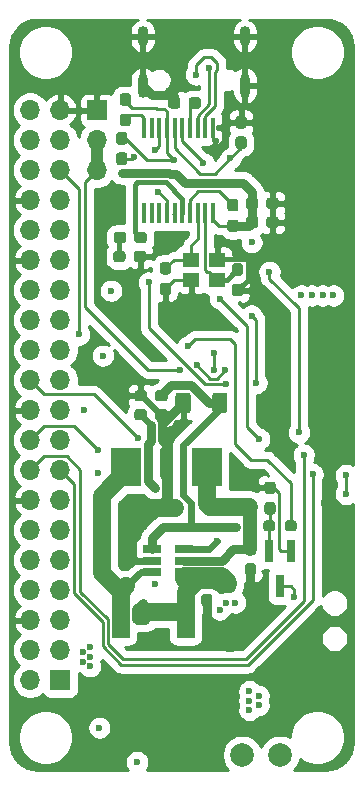
<source format=gbl>
G04 #@! TF.GenerationSoftware,KiCad,Pcbnew,(5.1.9)-1*
G04 #@! TF.CreationDate,2021-04-21T17:08:02+02:00*
G04 #@! TF.ProjectId,rgb_lcd_pihat,7267625f-6c63-4645-9f70-696861742e6b,rev?*
G04 #@! TF.SameCoordinates,Original*
G04 #@! TF.FileFunction,Copper,L4,Bot*
G04 #@! TF.FilePolarity,Positive*
%FSLAX46Y46*%
G04 Gerber Fmt 4.6, Leading zero omitted, Abs format (unit mm)*
G04 Created by KiCad (PCBNEW (5.1.9)-1) date 2021-04-21 17:08:02*
%MOMM*%
%LPD*%
G01*
G04 APERTURE LIST*
G04 #@! TA.AperFunction,ComponentPad*
%ADD10C,2.000000*%
G04 #@! TD*
G04 #@! TA.AperFunction,SMDPad,CuDef*
%ADD11R,0.800000X1.900000*%
G04 #@! TD*
G04 #@! TA.AperFunction,ComponentPad*
%ADD12O,0.900000X1.700000*%
G04 #@! TD*
G04 #@! TA.AperFunction,ComponentPad*
%ADD13O,0.900000X2.000000*%
G04 #@! TD*
G04 #@! TA.AperFunction,SMDPad,CuDef*
%ADD14R,1.400000X1.200000*%
G04 #@! TD*
G04 #@! TA.AperFunction,ComponentPad*
%ADD15R,1.700000X1.700000*%
G04 #@! TD*
G04 #@! TA.AperFunction,ComponentPad*
%ADD16O,1.700000X1.700000*%
G04 #@! TD*
G04 #@! TA.AperFunction,SMDPad,CuDef*
%ADD17R,1.500000X2.400000*%
G04 #@! TD*
G04 #@! TA.AperFunction,SMDPad,CuDef*
%ADD18R,0.450000X1.750000*%
G04 #@! TD*
G04 #@! TA.AperFunction,SMDPad,CuDef*
%ADD19R,1.560000X0.650000*%
G04 #@! TD*
G04 #@! TA.AperFunction,SMDPad,CuDef*
%ADD20R,2.500000X3.300000*%
G04 #@! TD*
G04 #@! TA.AperFunction,ViaPad*
%ADD21C,0.600000*%
G04 #@! TD*
G04 #@! TA.AperFunction,Conductor*
%ADD22C,0.600000*%
G04 #@! TD*
G04 #@! TA.AperFunction,Conductor*
%ADD23C,0.750000*%
G04 #@! TD*
G04 #@! TA.AperFunction,Conductor*
%ADD24C,0.400000*%
G04 #@! TD*
G04 #@! TA.AperFunction,Conductor*
%ADD25C,0.250000*%
G04 #@! TD*
G04 #@! TA.AperFunction,Conductor*
%ADD26C,1.000000*%
G04 #@! TD*
G04 #@! TA.AperFunction,Conductor*
%ADD27C,1.500000*%
G04 #@! TD*
G04 #@! TA.AperFunction,Conductor*
%ADD28C,1.200000*%
G04 #@! TD*
G04 #@! TA.AperFunction,Conductor*
%ADD29C,0.127000*%
G04 #@! TD*
G04 #@! TA.AperFunction,Conductor*
%ADD30C,0.100000*%
G04 #@! TD*
G04 #@! TA.AperFunction,Conductor*
%ADD31C,0.254000*%
G04 #@! TD*
G04 APERTURE END LIST*
G04 #@! TA.AperFunction,SMDPad,CuDef*
G36*
G01*
X57850000Y-68825001D02*
X57850000Y-67574999D01*
G75*
G02*
X58099999Y-67325000I249999J0D01*
G01*
X58900001Y-67325000D01*
G75*
G02*
X59150000Y-67574999I0J-249999D01*
G01*
X59150000Y-68825001D01*
G75*
G02*
X58900001Y-69075000I-249999J0D01*
G01*
X58099999Y-69075000D01*
G75*
G02*
X57850000Y-68825001I0J249999D01*
G01*
G37*
G04 #@! TD.AperFunction*
G04 #@! TA.AperFunction,SMDPad,CuDef*
G36*
G01*
X54750000Y-68825001D02*
X54750000Y-67574999D01*
G75*
G02*
X54999999Y-67325000I249999J0D01*
G01*
X55800001Y-67325000D01*
G75*
G02*
X56050000Y-67574999I0J-249999D01*
G01*
X56050000Y-68825001D01*
G75*
G02*
X55800001Y-69075000I-249999J0D01*
G01*
X54999999Y-69075000D01*
G75*
G02*
X54750000Y-68825001I0J249999D01*
G01*
G37*
G04 #@! TD.AperFunction*
G04 #@! TA.AperFunction,SMDPad,CuDef*
G36*
G01*
X62512500Y-76600000D02*
X62987500Y-76600000D01*
G75*
G02*
X63225000Y-76837500I0J-237500D01*
G01*
X63225000Y-77412500D01*
G75*
G02*
X62987500Y-77650000I-237500J0D01*
G01*
X62512500Y-77650000D01*
G75*
G02*
X62275000Y-77412500I0J237500D01*
G01*
X62275000Y-76837500D01*
G75*
G02*
X62512500Y-76600000I237500J0D01*
G01*
G37*
G04 #@! TD.AperFunction*
G04 #@! TA.AperFunction,SMDPad,CuDef*
G36*
G01*
X62512500Y-74850000D02*
X62987500Y-74850000D01*
G75*
G02*
X63225000Y-75087500I0J-237500D01*
G01*
X63225000Y-75662500D01*
G75*
G02*
X62987500Y-75900000I-237500J0D01*
G01*
X62512500Y-75900000D01*
G75*
G02*
X62275000Y-75662500I0J237500D01*
G01*
X62275000Y-75087500D01*
G75*
G02*
X62512500Y-74850000I237500J0D01*
G01*
G37*
G04 #@! TD.AperFunction*
D10*
X63600000Y-98000000D03*
X60400000Y-98000000D03*
G04 #@! TA.AperFunction,SMDPad,CuDef*
G36*
G01*
X64025000Y-78837500D02*
X64025000Y-78362500D01*
G75*
G02*
X64262500Y-78125000I237500J0D01*
G01*
X64762500Y-78125000D01*
G75*
G02*
X65000000Y-78362500I0J-237500D01*
G01*
X65000000Y-78837500D01*
G75*
G02*
X64762500Y-79075000I-237500J0D01*
G01*
X64262500Y-79075000D01*
G75*
G02*
X64025000Y-78837500I0J237500D01*
G01*
G37*
G04 #@! TD.AperFunction*
G04 #@! TA.AperFunction,SMDPad,CuDef*
G36*
G01*
X62200000Y-78837500D02*
X62200000Y-78362500D01*
G75*
G02*
X62437500Y-78125000I237500J0D01*
G01*
X62937500Y-78125000D01*
G75*
G02*
X63175000Y-78362500I0J-237500D01*
G01*
X63175000Y-78837500D01*
G75*
G02*
X62937500Y-79075000I-237500J0D01*
G01*
X62437500Y-79075000D01*
G75*
G02*
X62200000Y-78837500I0J237500D01*
G01*
G37*
G04 #@! TD.AperFunction*
D11*
X63600000Y-83700000D03*
X64550000Y-80700000D03*
X62650000Y-80700000D03*
D12*
X51980000Y-37160000D03*
X60620000Y-37160000D03*
D13*
X51980000Y-41330000D03*
X60620000Y-41330000D03*
G04 #@! TA.AperFunction,SMDPad,CuDef*
G36*
G01*
X50737500Y-43025000D02*
X50262500Y-43025000D01*
G75*
G02*
X50025000Y-42787500I0J237500D01*
G01*
X50025000Y-42212500D01*
G75*
G02*
X50262500Y-41975000I237500J0D01*
G01*
X50737500Y-41975000D01*
G75*
G02*
X50975000Y-42212500I0J-237500D01*
G01*
X50975000Y-42787500D01*
G75*
G02*
X50737500Y-43025000I-237500J0D01*
G01*
G37*
G04 #@! TD.AperFunction*
G04 #@! TA.AperFunction,SMDPad,CuDef*
G36*
G01*
X50737500Y-44775000D02*
X50262500Y-44775000D01*
G75*
G02*
X50025000Y-44537500I0J237500D01*
G01*
X50025000Y-43962500D01*
G75*
G02*
X50262500Y-43725000I237500J0D01*
G01*
X50737500Y-43725000D01*
G75*
G02*
X50975000Y-43962500I0J-237500D01*
G01*
X50975000Y-44537500D01*
G75*
G02*
X50737500Y-44775000I-237500J0D01*
G01*
G37*
G04 #@! TD.AperFunction*
D14*
X56100000Y-57800000D03*
X58300000Y-57800000D03*
X58300000Y-56100000D03*
X56100000Y-56100000D03*
D15*
X45000000Y-91660000D03*
D16*
X42460000Y-91660000D03*
X45000000Y-89120000D03*
X42460000Y-89120000D03*
X45000000Y-86580000D03*
X42460000Y-86580000D03*
X45000000Y-84040000D03*
X42460000Y-84040000D03*
X45000000Y-81500000D03*
X42460000Y-81500000D03*
X45000000Y-78960000D03*
X42460000Y-78960000D03*
X45000000Y-76420000D03*
X42460000Y-76420000D03*
X45000000Y-73880000D03*
X42460000Y-73880000D03*
X45000000Y-71340000D03*
X42460000Y-71340000D03*
X45000000Y-68800000D03*
X42460000Y-68800000D03*
X45000000Y-66260000D03*
X42460000Y-66260000D03*
X45000000Y-63720000D03*
X42460000Y-63720000D03*
X45000000Y-61180000D03*
X42460000Y-61180000D03*
X45000000Y-58640000D03*
X42460000Y-58640000D03*
X45000000Y-56100000D03*
X42460000Y-56100000D03*
X45000000Y-53560000D03*
X42460000Y-53560000D03*
X45000000Y-51020000D03*
X42460000Y-51020000D03*
X45000000Y-48480000D03*
X42460000Y-48480000D03*
X45000000Y-45940000D03*
X42460000Y-45940000D03*
X45000000Y-43400000D03*
X42460000Y-43400000D03*
X48100000Y-48500000D03*
X48100000Y-45960000D03*
D15*
X48100000Y-43420000D03*
G04 #@! TA.AperFunction,SMDPad,CuDef*
G36*
G01*
X52325000Y-67362500D02*
X52325000Y-67837500D01*
G75*
G02*
X52087500Y-68075000I-237500J0D01*
G01*
X51512500Y-68075000D01*
G75*
G02*
X51275000Y-67837500I0J237500D01*
G01*
X51275000Y-67362500D01*
G75*
G02*
X51512500Y-67125000I237500J0D01*
G01*
X52087500Y-67125000D01*
G75*
G02*
X52325000Y-67362500I0J-237500D01*
G01*
G37*
G04 #@! TD.AperFunction*
G04 #@! TA.AperFunction,SMDPad,CuDef*
G36*
G01*
X54075000Y-67362500D02*
X54075000Y-67837500D01*
G75*
G02*
X53837500Y-68075000I-237500J0D01*
G01*
X53262500Y-68075000D01*
G75*
G02*
X53025000Y-67837500I0J237500D01*
G01*
X53025000Y-67362500D01*
G75*
G02*
X53262500Y-67125000I237500J0D01*
G01*
X53837500Y-67125000D01*
G75*
G02*
X54075000Y-67362500I0J-237500D01*
G01*
G37*
G04 #@! TD.AperFunction*
G04 #@! TA.AperFunction,SMDPad,CuDef*
G36*
G01*
X53662500Y-58025000D02*
X54137500Y-58025000D01*
G75*
G02*
X54375000Y-58262500I0J-237500D01*
G01*
X54375000Y-58837500D01*
G75*
G02*
X54137500Y-59075000I-237500J0D01*
G01*
X53662500Y-59075000D01*
G75*
G02*
X53425000Y-58837500I0J237500D01*
G01*
X53425000Y-58262500D01*
G75*
G02*
X53662500Y-58025000I237500J0D01*
G01*
G37*
G04 #@! TD.AperFunction*
G04 #@! TA.AperFunction,SMDPad,CuDef*
G36*
G01*
X53662500Y-56275000D02*
X54137500Y-56275000D01*
G75*
G02*
X54375000Y-56512500I0J-237500D01*
G01*
X54375000Y-57087500D01*
G75*
G02*
X54137500Y-57325000I-237500J0D01*
G01*
X53662500Y-57325000D01*
G75*
G02*
X53425000Y-57087500I0J237500D01*
G01*
X53425000Y-56512500D01*
G75*
G02*
X53662500Y-56275000I237500J0D01*
G01*
G37*
G04 #@! TD.AperFunction*
G04 #@! TA.AperFunction,SMDPad,CuDef*
G36*
G01*
X59762500Y-58125000D02*
X60237500Y-58125000D01*
G75*
G02*
X60475000Y-58362500I0J-237500D01*
G01*
X60475000Y-58937500D01*
G75*
G02*
X60237500Y-59175000I-237500J0D01*
G01*
X59762500Y-59175000D01*
G75*
G02*
X59525000Y-58937500I0J237500D01*
G01*
X59525000Y-58362500D01*
G75*
G02*
X59762500Y-58125000I237500J0D01*
G01*
G37*
G04 #@! TD.AperFunction*
G04 #@! TA.AperFunction,SMDPad,CuDef*
G36*
G01*
X59762500Y-56375000D02*
X60237500Y-56375000D01*
G75*
G02*
X60475000Y-56612500I0J-237500D01*
G01*
X60475000Y-57187500D01*
G75*
G02*
X60237500Y-57425000I-237500J0D01*
G01*
X59762500Y-57425000D01*
G75*
G02*
X59525000Y-57187500I0J237500D01*
G01*
X59525000Y-56612500D01*
G75*
G02*
X59762500Y-56375000I237500J0D01*
G01*
G37*
G04 #@! TD.AperFunction*
G04 #@! TA.AperFunction,SMDPad,CuDef*
G36*
G01*
X54125000Y-43037500D02*
X54125000Y-42562500D01*
G75*
G02*
X54362500Y-42325000I237500J0D01*
G01*
X54937500Y-42325000D01*
G75*
G02*
X55175000Y-42562500I0J-237500D01*
G01*
X55175000Y-43037500D01*
G75*
G02*
X54937500Y-43275000I-237500J0D01*
G01*
X54362500Y-43275000D01*
G75*
G02*
X54125000Y-43037500I0J237500D01*
G01*
G37*
G04 #@! TD.AperFunction*
G04 #@! TA.AperFunction,SMDPad,CuDef*
G36*
G01*
X55875000Y-43037500D02*
X55875000Y-42562500D01*
G75*
G02*
X56112500Y-42325000I237500J0D01*
G01*
X56687500Y-42325000D01*
G75*
G02*
X56925000Y-42562500I0J-237500D01*
G01*
X56925000Y-43037500D01*
G75*
G02*
X56687500Y-43275000I-237500J0D01*
G01*
X56112500Y-43275000D01*
G75*
G02*
X55875000Y-43037500I0J237500D01*
G01*
G37*
G04 #@! TD.AperFunction*
G04 #@! TA.AperFunction,SMDPad,CuDef*
G36*
G01*
X57162500Y-82625000D02*
X57637500Y-82625000D01*
G75*
G02*
X57875000Y-82862500I0J-237500D01*
G01*
X57875000Y-83437500D01*
G75*
G02*
X57637500Y-83675000I-237500J0D01*
G01*
X57162500Y-83675000D01*
G75*
G02*
X56925000Y-83437500I0J237500D01*
G01*
X56925000Y-82862500D01*
G75*
G02*
X57162500Y-82625000I237500J0D01*
G01*
G37*
G04 #@! TD.AperFunction*
G04 #@! TA.AperFunction,SMDPad,CuDef*
G36*
G01*
X57162500Y-84375000D02*
X57637500Y-84375000D01*
G75*
G02*
X57875000Y-84612500I0J-237500D01*
G01*
X57875000Y-85187500D01*
G75*
G02*
X57637500Y-85425000I-237500J0D01*
G01*
X57162500Y-85425000D01*
G75*
G02*
X56925000Y-85187500I0J237500D01*
G01*
X56925000Y-84612500D01*
G75*
G02*
X57162500Y-84375000I237500J0D01*
G01*
G37*
G04 #@! TD.AperFunction*
G04 #@! TA.AperFunction,SMDPad,CuDef*
G36*
G01*
X60862500Y-81775000D02*
X61337500Y-81775000D01*
G75*
G02*
X61575000Y-82012500I0J-237500D01*
G01*
X61575000Y-82587500D01*
G75*
G02*
X61337500Y-82825000I-237500J0D01*
G01*
X60862500Y-82825000D01*
G75*
G02*
X60625000Y-82587500I0J237500D01*
G01*
X60625000Y-82012500D01*
G75*
G02*
X60862500Y-81775000I237500J0D01*
G01*
G37*
G04 #@! TD.AperFunction*
G04 #@! TA.AperFunction,SMDPad,CuDef*
G36*
G01*
X60862500Y-80025000D02*
X61337500Y-80025000D01*
G75*
G02*
X61575000Y-80262500I0J-237500D01*
G01*
X61575000Y-80837500D01*
G75*
G02*
X61337500Y-81075000I-237500J0D01*
G01*
X60862500Y-81075000D01*
G75*
G02*
X60625000Y-80837500I0J237500D01*
G01*
X60625000Y-80262500D01*
G75*
G02*
X60862500Y-80025000I237500J0D01*
G01*
G37*
G04 #@! TD.AperFunction*
G04 #@! TA.AperFunction,SMDPad,CuDef*
G36*
G01*
X51275000Y-54437500D02*
X51275000Y-53962500D01*
G75*
G02*
X51512500Y-53725000I237500J0D01*
G01*
X52087500Y-53725000D01*
G75*
G02*
X52325000Y-53962500I0J-237500D01*
G01*
X52325000Y-54437500D01*
G75*
G02*
X52087500Y-54675000I-237500J0D01*
G01*
X51512500Y-54675000D01*
G75*
G02*
X51275000Y-54437500I0J237500D01*
G01*
G37*
G04 #@! TD.AperFunction*
G04 #@! TA.AperFunction,SMDPad,CuDef*
G36*
G01*
X49525000Y-54437500D02*
X49525000Y-53962500D01*
G75*
G02*
X49762500Y-53725000I237500J0D01*
G01*
X50337500Y-53725000D01*
G75*
G02*
X50575000Y-53962500I0J-237500D01*
G01*
X50575000Y-54437500D01*
G75*
G02*
X50337500Y-54675000I-237500J0D01*
G01*
X49762500Y-54675000D01*
G75*
G02*
X49525000Y-54437500I0J237500D01*
G01*
G37*
G04 #@! TD.AperFunction*
D17*
X55600000Y-86900000D03*
X50100000Y-86900000D03*
G04 #@! TA.AperFunction,SMDPad,CuDef*
G36*
G01*
X50525000Y-55562500D02*
X50525000Y-56037500D01*
G75*
G02*
X50287500Y-56275000I-237500J0D01*
G01*
X49712500Y-56275000D01*
G75*
G02*
X49475000Y-56037500I0J237500D01*
G01*
X49475000Y-55562500D01*
G75*
G02*
X49712500Y-55325000I237500J0D01*
G01*
X50287500Y-55325000D01*
G75*
G02*
X50525000Y-55562500I0J-237500D01*
G01*
G37*
G04 #@! TD.AperFunction*
G04 #@! TA.AperFunction,SMDPad,CuDef*
G36*
G01*
X52275000Y-55562500D02*
X52275000Y-56037500D01*
G75*
G02*
X52037500Y-56275000I-237500J0D01*
G01*
X51462500Y-56275000D01*
G75*
G02*
X51225000Y-56037500I0J237500D01*
G01*
X51225000Y-55562500D01*
G75*
G02*
X51462500Y-55325000I237500J0D01*
G01*
X52037500Y-55325000D01*
G75*
G02*
X52275000Y-55562500I0J-237500D01*
G01*
G37*
G04 #@! TD.AperFunction*
G04 #@! TA.AperFunction,SMDPad,CuDef*
G36*
G01*
X59837500Y-51975000D02*
X59362500Y-51975000D01*
G75*
G02*
X59125000Y-51737500I0J237500D01*
G01*
X59125000Y-51162500D01*
G75*
G02*
X59362500Y-50925000I237500J0D01*
G01*
X59837500Y-50925000D01*
G75*
G02*
X60075000Y-51162500I0J-237500D01*
G01*
X60075000Y-51737500D01*
G75*
G02*
X59837500Y-51975000I-237500J0D01*
G01*
G37*
G04 #@! TD.AperFunction*
G04 #@! TA.AperFunction,SMDPad,CuDef*
G36*
G01*
X59837500Y-53725000D02*
X59362500Y-53725000D01*
G75*
G02*
X59125000Y-53487500I0J237500D01*
G01*
X59125000Y-52912500D01*
G75*
G02*
X59362500Y-52675000I237500J0D01*
G01*
X59837500Y-52675000D01*
G75*
G02*
X60075000Y-52912500I0J-237500D01*
G01*
X60075000Y-53487500D01*
G75*
G02*
X59837500Y-53725000I-237500J0D01*
G01*
G37*
G04 #@! TD.AperFunction*
G04 #@! TA.AperFunction,SMDPad,CuDef*
G36*
G01*
X52325000Y-68962500D02*
X52325000Y-69437500D01*
G75*
G02*
X52087500Y-69675000I-237500J0D01*
G01*
X51512500Y-69675000D01*
G75*
G02*
X51275000Y-69437500I0J237500D01*
G01*
X51275000Y-68962500D01*
G75*
G02*
X51512500Y-68725000I237500J0D01*
G01*
X52087500Y-68725000D01*
G75*
G02*
X52325000Y-68962500I0J-237500D01*
G01*
G37*
G04 #@! TD.AperFunction*
G04 #@! TA.AperFunction,SMDPad,CuDef*
G36*
G01*
X54075000Y-68962500D02*
X54075000Y-69437500D01*
G75*
G02*
X53837500Y-69675000I-237500J0D01*
G01*
X53262500Y-69675000D01*
G75*
G02*
X53025000Y-69437500I0J237500D01*
G01*
X53025000Y-68962500D01*
G75*
G02*
X53262500Y-68725000I237500J0D01*
G01*
X53837500Y-68725000D01*
G75*
G02*
X54075000Y-68962500I0J-237500D01*
G01*
G37*
G04 #@! TD.AperFunction*
D18*
X57925000Y-52100000D03*
X57275000Y-52100000D03*
X56625000Y-52100000D03*
X55975000Y-52100000D03*
X55325000Y-52100000D03*
X54675000Y-52100000D03*
X54025000Y-52100000D03*
X53375000Y-52100000D03*
X52725000Y-52100000D03*
X52075000Y-52100000D03*
X52075000Y-44900000D03*
X52725000Y-44900000D03*
X53375000Y-44900000D03*
X54025000Y-44900000D03*
X54675000Y-44900000D03*
X55325000Y-44900000D03*
X55975000Y-44900000D03*
X56625000Y-44900000D03*
X57275000Y-44900000D03*
X57925000Y-44900000D03*
D19*
X52800000Y-82500000D03*
X52800000Y-81550000D03*
X52800000Y-80600000D03*
X55500000Y-80600000D03*
X55500000Y-82500000D03*
X55500000Y-81550000D03*
D20*
X57400000Y-73600000D03*
X50600000Y-73600000D03*
G04 #@! TA.AperFunction,SMDPad,CuDef*
G36*
G01*
X61775000Y-52662500D02*
X61775000Y-53137500D01*
G75*
G02*
X61537500Y-53375000I-237500J0D01*
G01*
X60937500Y-53375000D01*
G75*
G02*
X60700000Y-53137500I0J237500D01*
G01*
X60700000Y-52662500D01*
G75*
G02*
X60937500Y-52425000I237500J0D01*
G01*
X61537500Y-52425000D01*
G75*
G02*
X61775000Y-52662500I0J-237500D01*
G01*
G37*
G04 #@! TD.AperFunction*
G04 #@! TA.AperFunction,SMDPad,CuDef*
G36*
G01*
X63500000Y-52662500D02*
X63500000Y-53137500D01*
G75*
G02*
X63262500Y-53375000I-237500J0D01*
G01*
X62662500Y-53375000D01*
G75*
G02*
X62425000Y-53137500I0J237500D01*
G01*
X62425000Y-52662500D01*
G75*
G02*
X62662500Y-52425000I237500J0D01*
G01*
X63262500Y-52425000D01*
G75*
G02*
X63500000Y-52662500I0J-237500D01*
G01*
G37*
G04 #@! TD.AperFunction*
G04 #@! TA.AperFunction,SMDPad,CuDef*
G36*
G01*
X63500000Y-51062500D02*
X63500000Y-51537500D01*
G75*
G02*
X63262500Y-51775000I-237500J0D01*
G01*
X62662500Y-51775000D01*
G75*
G02*
X62425000Y-51537500I0J237500D01*
G01*
X62425000Y-51062500D01*
G75*
G02*
X62662500Y-50825000I237500J0D01*
G01*
X63262500Y-50825000D01*
G75*
G02*
X63500000Y-51062500I0J-237500D01*
G01*
G37*
G04 #@! TD.AperFunction*
G04 #@! TA.AperFunction,SMDPad,CuDef*
G36*
G01*
X61775000Y-51062500D02*
X61775000Y-51537500D01*
G75*
G02*
X61537500Y-51775000I-237500J0D01*
G01*
X60937500Y-51775000D01*
G75*
G02*
X60700000Y-51537500I0J237500D01*
G01*
X60700000Y-51062500D01*
G75*
G02*
X60937500Y-50825000I237500J0D01*
G01*
X61537500Y-50825000D01*
G75*
G02*
X61775000Y-51062500I0J-237500D01*
G01*
G37*
G04 #@! TD.AperFunction*
G04 #@! TA.AperFunction,SMDPad,CuDef*
G36*
G01*
X60062500Y-43900000D02*
X60537500Y-43900000D01*
G75*
G02*
X60775000Y-44137500I0J-237500D01*
G01*
X60775000Y-44737500D01*
G75*
G02*
X60537500Y-44975000I-237500J0D01*
G01*
X60062500Y-44975000D01*
G75*
G02*
X59825000Y-44737500I0J237500D01*
G01*
X59825000Y-44137500D01*
G75*
G02*
X60062500Y-43900000I237500J0D01*
G01*
G37*
G04 #@! TD.AperFunction*
G04 #@! TA.AperFunction,SMDPad,CuDef*
G36*
G01*
X60062500Y-45625000D02*
X60537500Y-45625000D01*
G75*
G02*
X60775000Y-45862500I0J-237500D01*
G01*
X60775000Y-46462500D01*
G75*
G02*
X60537500Y-46700000I-237500J0D01*
G01*
X60062500Y-46700000D01*
G75*
G02*
X59825000Y-46462500I0J237500D01*
G01*
X59825000Y-45862500D01*
G75*
G02*
X60062500Y-45625000I237500J0D01*
G01*
G37*
G04 #@! TD.AperFunction*
G04 #@! TA.AperFunction,SMDPad,CuDef*
G36*
G01*
X50437500Y-46337500D02*
X49962500Y-46337500D01*
G75*
G02*
X49725000Y-46100000I0J237500D01*
G01*
X49725000Y-45500000D01*
G75*
G02*
X49962500Y-45262500I237500J0D01*
G01*
X50437500Y-45262500D01*
G75*
G02*
X50675000Y-45500000I0J-237500D01*
G01*
X50675000Y-46100000D01*
G75*
G02*
X50437500Y-46337500I-237500J0D01*
G01*
G37*
G04 #@! TD.AperFunction*
G04 #@! TA.AperFunction,SMDPad,CuDef*
G36*
G01*
X50437500Y-48062500D02*
X49962500Y-48062500D01*
G75*
G02*
X49725000Y-47825000I0J237500D01*
G01*
X49725000Y-47225000D01*
G75*
G02*
X49962500Y-46987500I237500J0D01*
G01*
X50437500Y-46987500D01*
G75*
G02*
X50675000Y-47225000I0J-237500D01*
G01*
X50675000Y-47825000D01*
G75*
G02*
X50437500Y-48062500I-237500J0D01*
G01*
G37*
G04 #@! TD.AperFunction*
D21*
X64600000Y-80600000D03*
X48400000Y-98500000D03*
X49200000Y-93300000D03*
X48800000Y-94100000D03*
X49700000Y-94100000D03*
X50100000Y-93300000D03*
X50600000Y-94100000D03*
X59500000Y-87000000D03*
X59500000Y-87900000D03*
X59500000Y-88800000D03*
X58700000Y-88300000D03*
X58700000Y-87400000D03*
X54700000Y-77100000D03*
X53800000Y-77100000D03*
X52900000Y-77100000D03*
X67700000Y-73800000D03*
X67700000Y-71700000D03*
X67700000Y-69700000D03*
X67700000Y-67700000D03*
X67700000Y-65700000D03*
X67700000Y-63800000D03*
X67700000Y-62700000D03*
X67700000Y-61700000D03*
X58194416Y-46049989D03*
X67300000Y-76700000D03*
X53900000Y-58500000D03*
X53000000Y-83500000D03*
X56100000Y-57800000D03*
X58300000Y-56100000D03*
X60000000Y-58800000D03*
X51200000Y-47400000D03*
X53400000Y-54500000D03*
X53375000Y-55225000D03*
X54000000Y-54900000D03*
X48300000Y-95700000D03*
X51500000Y-98600000D03*
X52200000Y-86600000D03*
X52000000Y-85900000D03*
X51450002Y-86500000D03*
X52000000Y-85100000D03*
X50200000Y-48700000D03*
X51100000Y-48700000D03*
X52000000Y-48700000D03*
X58700000Y-82500000D03*
X59300000Y-82900000D03*
X58700000Y-83300000D03*
X59500000Y-83700000D03*
X58700000Y-84100000D03*
X47500000Y-88900000D03*
X46900000Y-89300000D03*
X47500000Y-89700000D03*
X46900000Y-90100000D03*
X47500000Y-90500000D03*
X59400000Y-77000000D03*
X60200000Y-77000000D03*
X61000000Y-77000000D03*
X61100000Y-79500000D03*
X61000000Y-93400000D03*
X61000000Y-92600000D03*
X61800000Y-93000000D03*
X61000000Y-94200000D03*
X61800000Y-93800000D03*
X68100000Y-59100000D03*
X67200000Y-59100000D03*
X66300000Y-59100000D03*
X65400000Y-59100000D03*
X58500000Y-85700000D03*
X59000000Y-85100000D03*
X59800000Y-85100000D03*
X61200000Y-54599990D03*
X49300000Y-58700000D03*
X48600000Y-64200000D03*
X47000002Y-68800000D03*
X48225010Y-74168825D03*
X66354564Y-74224981D03*
X65617887Y-72600000D03*
X48225010Y-72200000D03*
X57977982Y-65424979D03*
X57976151Y-63976169D03*
X51600000Y-71200000D03*
X56531617Y-65004350D03*
X58977681Y-65400009D03*
X61200000Y-60800000D03*
X61600000Y-66500000D03*
X52500000Y-57999988D03*
X59000000Y-66600000D03*
X58500000Y-59374990D03*
X61849998Y-71250000D03*
X62700000Y-57100000D03*
X65200000Y-70700000D03*
X69200000Y-74300000D03*
X69200000Y-75900000D03*
X57100000Y-47900000D03*
X53300000Y-50300000D03*
X58100000Y-78700000D03*
X59000000Y-78700000D03*
X59900000Y-78700000D03*
X53000000Y-75400000D03*
X56500000Y-40400000D03*
X57600000Y-39800000D03*
X46600000Y-62400000D03*
X55800000Y-63400000D03*
X59400000Y-47500000D03*
X54600000Y-47600000D03*
X53000000Y-46800000D03*
X58300000Y-79900000D03*
X64800000Y-84600000D03*
X55100000Y-65400000D03*
D22*
X51420000Y-81550000D02*
X51370000Y-81500000D01*
X52800000Y-81550000D02*
X51420000Y-81550000D01*
X51370000Y-81500000D02*
X50700000Y-81500000D01*
X51950000Y-67600000D02*
X53550000Y-69200000D01*
X51800000Y-67600000D02*
X51950000Y-67600000D01*
D23*
X57400000Y-87000000D02*
X58700000Y-88300000D01*
X57400000Y-84900000D02*
X57400000Y-87000000D01*
D24*
X52800000Y-55800000D02*
X51750000Y-55800000D01*
X53375000Y-55225000D02*
X52800000Y-55800000D01*
D25*
X54650000Y-42800000D02*
X54650000Y-42750000D01*
D24*
X53375000Y-54475000D02*
X53375000Y-55225000D01*
D25*
X59800000Y-58650000D02*
X59800000Y-58900000D01*
X54650000Y-57800000D02*
X53900000Y-58550000D01*
X56100000Y-57800000D02*
X54650000Y-57800000D01*
X57925000Y-46025000D02*
X57949989Y-46049989D01*
X57949989Y-46049989D02*
X58194416Y-46049989D01*
X57925000Y-44900000D02*
X57925000Y-46025000D01*
D23*
X54650000Y-42225000D02*
X54525000Y-42100000D01*
X54650000Y-42800000D02*
X54650000Y-42225000D01*
X52750000Y-42100000D02*
X51980000Y-41330000D01*
X54525000Y-42100000D02*
X52750000Y-42100000D01*
D26*
X58700000Y-88300000D02*
X58700000Y-87400000D01*
X59100000Y-87400000D02*
X59500000Y-87000000D01*
X58700000Y-87400000D02*
X59100000Y-87400000D01*
X59500000Y-87000000D02*
X59500000Y-87900000D01*
X59500000Y-88800000D02*
X59500000Y-87900000D01*
X59200000Y-88800000D02*
X58700000Y-88300000D01*
X59500000Y-88800000D02*
X59200000Y-88800000D01*
D24*
X58525010Y-55974990D02*
X60774990Y-55974990D01*
X58300000Y-56100000D02*
X58400000Y-56100000D01*
X58400000Y-56100000D02*
X58525010Y-55974990D01*
X60875010Y-57774990D02*
X60000000Y-58650000D01*
X60875010Y-56075010D02*
X60875010Y-57774990D01*
X60774990Y-55974990D02*
X60875010Y-56075010D01*
D25*
X53900000Y-58550000D02*
X53900000Y-58500000D01*
D27*
X51700000Y-77100000D02*
X54700000Y-77100000D01*
X50700000Y-78100000D02*
X51700000Y-77100000D01*
X50700000Y-81500000D02*
X50700000Y-78100000D01*
D24*
X60000000Y-58650000D02*
X60000000Y-58800000D01*
D23*
X60600000Y-87900000D02*
X59500000Y-87900000D01*
X61100000Y-87400000D02*
X60600000Y-87900000D01*
X61100000Y-82300000D02*
X61100000Y-87400000D01*
D25*
X62750000Y-75375000D02*
X63125000Y-75375000D01*
X63550010Y-75800010D02*
X63550010Y-80550010D01*
X63125000Y-75375000D02*
X63550010Y-75800010D01*
X63900000Y-80700000D02*
X64550000Y-80700000D01*
X63700000Y-80700000D02*
X63900000Y-80700000D01*
X63550010Y-80550010D02*
X63700000Y-80700000D01*
X51075000Y-47525000D02*
X51200000Y-47400000D01*
X50200000Y-47525000D02*
X51075000Y-47525000D01*
D24*
X53974978Y-76374978D02*
X54700000Y-77100000D01*
D23*
X53550000Y-69606483D02*
X53550000Y-69200000D01*
X53974978Y-71716722D02*
X53600010Y-71341754D01*
X53600010Y-69656493D02*
X53550000Y-69606483D01*
X53974978Y-76374978D02*
X53974978Y-71716722D01*
X53550000Y-69200000D02*
X54050000Y-69200000D01*
X53600010Y-69999990D02*
X53600010Y-70300010D01*
X55400000Y-68200000D02*
X53600010Y-69999990D01*
X53600010Y-70300010D02*
X53600010Y-69656493D01*
X53600010Y-71341754D02*
X53600010Y-70300010D01*
D25*
X53375000Y-54475000D02*
X53400000Y-54500000D01*
X56625000Y-54325000D02*
X56625000Y-52100000D01*
X56100000Y-54850000D02*
X56625000Y-54325000D01*
X56100000Y-54850000D02*
X56100000Y-56100000D01*
X54600000Y-56100000D02*
X53900000Y-56800000D01*
X56100000Y-56100000D02*
X54600000Y-56100000D01*
X57275000Y-52100000D02*
X57275000Y-54425000D01*
X57275000Y-54425000D02*
X57274999Y-56960001D01*
X58300000Y-57800000D02*
X57600000Y-57100000D01*
X57414998Y-57100000D02*
X57274999Y-56960001D01*
X57600000Y-57100000D02*
X57414998Y-57100000D01*
X58300000Y-57800000D02*
X58900000Y-57800000D01*
D24*
X59100000Y-57800000D02*
X58300000Y-57800000D01*
X60000000Y-56900000D02*
X59100000Y-57800000D01*
D25*
X55975000Y-43225000D02*
X56400000Y-42800000D01*
X55975000Y-44900000D02*
X55975000Y-43225000D01*
D27*
X55600000Y-86900000D02*
X55600000Y-84200000D01*
X55600000Y-84200000D02*
X56650000Y-83150000D01*
D23*
X52200000Y-86100000D02*
X52000000Y-85900000D01*
X52200000Y-86600000D02*
X52200000Y-86100000D01*
X52200000Y-86600000D02*
X51550002Y-86600000D01*
X51550002Y-86600000D02*
X51450002Y-86500000D01*
X52000000Y-85900000D02*
X52000000Y-85100000D01*
X52000000Y-85100000D02*
X51425010Y-85674990D01*
X51450002Y-85699982D02*
X51450002Y-86500000D01*
X51425010Y-85674990D02*
X51450002Y-85699982D01*
D27*
X55223003Y-85900000D02*
X52000000Y-85900000D01*
X55600000Y-85523003D02*
X55223003Y-85900000D01*
X55600000Y-84200000D02*
X55600000Y-85523003D01*
D25*
X57925000Y-52700000D02*
X57925000Y-52100000D01*
X58425000Y-53200000D02*
X57925000Y-52700000D01*
X59600000Y-53200000D02*
X58425000Y-53200000D01*
D23*
X61237500Y-50337500D02*
X61237500Y-51300000D01*
X60453289Y-49553289D02*
X61237500Y-50337500D01*
X54775000Y-48775000D02*
X55553289Y-49553289D01*
X55553289Y-49553289D02*
X60453289Y-49553289D01*
X54279996Y-48775000D02*
X54775000Y-48775000D01*
X54204996Y-48700000D02*
X54279996Y-48775000D01*
X50200000Y-48700000D02*
X54204996Y-48700000D01*
X61237500Y-51300000D02*
X61237500Y-52900000D01*
X61237500Y-52900000D02*
X61237500Y-52962500D01*
X61000000Y-53200000D02*
X59600000Y-53200000D01*
X61237500Y-52962500D02*
X61000000Y-53200000D01*
X55500000Y-81550000D02*
X58650000Y-81550000D01*
X59650000Y-80550000D02*
X61100000Y-80550000D01*
X58650000Y-81550000D02*
X59650000Y-80550000D01*
D27*
X57650000Y-77000000D02*
X59400000Y-77000000D01*
X57400000Y-76750000D02*
X57650000Y-77000000D01*
X57400000Y-73600000D02*
X57400000Y-76750000D01*
D23*
X59650000Y-77250000D02*
X59400000Y-77000000D01*
D27*
X59400000Y-77000000D02*
X60200000Y-77000000D01*
X60200000Y-77000000D02*
X61000000Y-77000000D01*
D23*
X59400000Y-77000000D02*
X61000000Y-77000000D01*
D28*
X61100000Y-77100000D02*
X61000000Y-77000000D01*
D25*
X61100000Y-79500000D02*
X61000000Y-79400000D01*
D28*
X61100000Y-80550000D02*
X61100000Y-79500000D01*
X61100000Y-79500000D02*
X61100000Y-77100000D01*
X61100000Y-79500000D02*
X61100000Y-79500000D01*
D24*
X55325000Y-50898969D02*
X53926032Y-49500001D01*
X53926032Y-49500001D02*
X51515995Y-49500001D01*
X55325000Y-52100000D02*
X55325000Y-50898969D01*
X51515995Y-49500001D02*
X51300928Y-49715068D01*
X51300928Y-49715068D02*
X51300928Y-53700928D01*
X51300928Y-53700928D02*
X51800000Y-54200000D01*
X50000000Y-54250000D02*
X50050000Y-54200000D01*
X50000000Y-55800000D02*
X50000000Y-54250000D01*
D22*
X52800000Y-82500000D02*
X51800000Y-82500000D01*
X51800000Y-82500000D02*
X50600000Y-83700000D01*
D27*
X50600000Y-83700000D02*
X50100000Y-84200000D01*
X50100000Y-84200000D02*
X50100000Y-86900000D01*
X48500000Y-82600000D02*
X50100000Y-84200000D01*
X48500000Y-76100000D02*
X48500000Y-82600000D01*
X50600000Y-74000000D02*
X48500000Y-76100000D01*
X50600000Y-73600000D02*
X50600000Y-74000000D01*
D25*
X66354564Y-74649245D02*
X66354564Y-74224981D01*
X66354564Y-84881847D02*
X66354564Y-74649245D01*
X48574988Y-88811399D02*
X50113600Y-90350011D01*
X60886400Y-90350011D02*
X66354564Y-84881847D01*
X46175001Y-84311411D02*
X48574988Y-86711398D01*
X45000000Y-73880000D02*
X46175001Y-75055001D01*
X50113600Y-90350011D02*
X60886400Y-90350011D01*
X48574988Y-86711398D02*
X48574988Y-88811399D01*
X46175001Y-75055001D02*
X46175001Y-84311411D01*
X42460000Y-73880000D02*
X43635001Y-72704999D01*
X46700000Y-84200000D02*
X49024999Y-86524999D01*
X43635001Y-72704999D02*
X45564001Y-72704999D01*
X45564001Y-72704999D02*
X46700000Y-73840998D01*
X46700000Y-73840998D02*
X46700000Y-84200000D01*
X49024999Y-86524999D02*
X49024999Y-88624999D01*
X49024999Y-88624999D02*
X50300000Y-89900000D01*
X50300000Y-89900000D02*
X60700000Y-89900000D01*
X60700000Y-89900000D02*
X65617887Y-84982113D01*
X65617887Y-84982113D02*
X65617887Y-72600000D01*
X42460000Y-71340000D02*
X43635001Y-70164999D01*
X43635001Y-70164999D02*
X46190009Y-70164999D01*
X46190009Y-70164999D02*
X48225010Y-72200000D01*
X57977982Y-65424979D02*
X57977982Y-63978000D01*
X57977982Y-63978000D02*
X57976151Y-63976169D01*
X47835001Y-67435001D02*
X51600000Y-71200000D01*
X42460000Y-66260000D02*
X43635001Y-67435001D01*
X43635001Y-67435001D02*
X47835001Y-67435001D01*
X57677256Y-66149989D02*
X58227701Y-66149989D01*
X56531617Y-65004350D02*
X57677256Y-66149989D01*
X58227701Y-66149989D02*
X58977681Y-65400009D01*
X61600000Y-61200000D02*
X61600000Y-66500000D01*
X61200000Y-60800000D02*
X61600000Y-61200000D01*
X52500000Y-57999988D02*
X52500000Y-61874996D01*
X52500000Y-61874996D02*
X57225004Y-66600000D01*
X57225004Y-66600000D02*
X59000000Y-66600000D01*
X60800000Y-70200002D02*
X61849998Y-71250000D01*
X60800000Y-61674990D02*
X60800000Y-70200002D01*
X58500000Y-59374990D02*
X60800000Y-61674990D01*
X62700000Y-57100000D02*
X62700000Y-57665685D01*
X65200000Y-60165684D02*
X65017158Y-59982842D01*
X65200000Y-70700000D02*
X65200000Y-60165684D01*
X62700000Y-57665685D02*
X65017158Y-59982842D01*
X69200000Y-74300000D02*
X69200000Y-75900000D01*
X55325000Y-44900000D02*
X55325000Y-46052178D01*
X57100000Y-47827178D02*
X57100000Y-47900000D01*
X55325000Y-46052178D02*
X57100000Y-47827178D01*
X54025000Y-51025000D02*
X53300000Y-50300000D01*
X54025000Y-52100000D02*
X54025000Y-51025000D01*
D23*
X58100000Y-78700000D02*
X59900000Y-78700000D01*
X57000000Y-78700000D02*
X58100000Y-78700000D01*
X53700000Y-78700000D02*
X57000000Y-78700000D01*
X52800000Y-79600000D02*
X53700000Y-78700000D01*
X52800000Y-80600000D02*
X52800000Y-79600000D01*
D22*
X56100000Y-78700000D02*
X56100000Y-76700000D01*
X56100000Y-76700000D02*
X55400000Y-76000000D01*
X55400000Y-76000000D02*
X55400000Y-71800000D01*
X58500000Y-68700000D02*
X58500000Y-68200000D01*
X55400000Y-71800000D02*
X58500000Y-68700000D01*
D23*
X53550000Y-67600000D02*
X53550000Y-67550000D01*
X53550000Y-67550000D02*
X54400000Y-66700000D01*
X54400000Y-66700000D02*
X56100000Y-66700000D01*
X57600000Y-68200000D02*
X58500000Y-68200000D01*
X56100000Y-66700000D02*
X57600000Y-68200000D01*
D25*
X52075000Y-44900000D02*
X52075000Y-44250000D01*
X50950000Y-43800000D02*
X50500000Y-44250000D01*
X51800000Y-43800000D02*
X50950000Y-43800000D01*
X52075000Y-44075000D02*
X51800000Y-43800000D01*
X52075000Y-44900000D02*
X52075000Y-44075000D01*
X59600000Y-51450000D02*
X58403300Y-50253300D01*
X56696700Y-50253300D02*
X55975000Y-50975000D01*
X58403300Y-50253300D02*
X56696700Y-50253300D01*
X55975000Y-50975000D02*
X55975000Y-52100000D01*
D23*
X53000000Y-75400000D02*
X52425001Y-74825001D01*
X52425001Y-74825001D02*
X52425001Y-71674999D01*
X52650000Y-71450000D02*
X52650000Y-70050000D01*
X52425001Y-71674999D02*
X52650000Y-71450000D01*
D22*
X51800000Y-69200000D02*
X52650000Y-70050000D01*
D25*
X57275000Y-44900000D02*
X57275000Y-43900020D01*
X57275000Y-43881921D02*
X58100000Y-43056921D01*
X57275000Y-44900000D02*
X57275000Y-43881921D01*
X58100000Y-43056921D02*
X58100000Y-40200000D01*
X58100000Y-40200000D02*
X58300000Y-40000000D01*
X58300000Y-40000000D02*
X58300000Y-39400000D01*
X58300000Y-39400000D02*
X57800000Y-38900000D01*
X57800000Y-38900000D02*
X57200000Y-38900000D01*
X56500000Y-39600000D02*
X56500000Y-40400000D01*
X57200000Y-38900000D02*
X56500000Y-39600000D01*
X57600000Y-42920510D02*
X57600000Y-39800000D01*
X56625000Y-43895510D02*
X57600000Y-42920510D01*
X56625000Y-44900000D02*
X56625000Y-43895510D01*
X46600000Y-50080000D02*
X46600000Y-62400000D01*
X45000000Y-48480000D02*
X46600000Y-50080000D01*
X56400000Y-62800000D02*
X55800000Y-63400000D01*
X59400000Y-62800000D02*
X56400000Y-62800000D01*
X64512500Y-75012500D02*
X62500000Y-73000000D01*
X64512500Y-78600000D02*
X64512500Y-75012500D01*
X61110147Y-73000000D02*
X59800000Y-71689853D01*
X59800000Y-71689853D02*
X59800000Y-63200000D01*
X62500000Y-73000000D02*
X61110147Y-73000000D01*
X59800000Y-63200000D02*
X59400000Y-62800000D01*
X62650000Y-78637500D02*
X62687500Y-78600000D01*
X62650000Y-80700000D02*
X62650000Y-78637500D01*
X62750000Y-78537500D02*
X62687500Y-78600000D01*
X62750000Y-77125000D02*
X62750000Y-78537500D01*
X58100000Y-48800000D02*
X59400000Y-47500000D01*
X56825000Y-48800000D02*
X58100000Y-48800000D01*
X54675000Y-46650000D02*
X56825000Y-48800000D01*
X54675000Y-44900000D02*
X54675000Y-46650000D01*
X60300000Y-46600000D02*
X59400000Y-47500000D01*
X60300000Y-46162500D02*
X60300000Y-46600000D01*
X54025000Y-43495510D02*
X54025000Y-44900000D01*
X53799990Y-43270500D02*
X54025000Y-43495510D01*
X53799990Y-43270500D02*
X53170500Y-43270500D01*
X53170500Y-43270500D02*
X53100000Y-43200000D01*
X54025000Y-47025000D02*
X54600000Y-47600000D01*
X54025000Y-44900000D02*
X54025000Y-47025000D01*
X50500000Y-42600000D02*
X51100000Y-43200000D01*
X50500000Y-42500000D02*
X50500000Y-42600000D01*
X53100000Y-43200000D02*
X51100000Y-43200000D01*
X50200000Y-45800000D02*
X50500000Y-45800000D01*
X52300000Y-47600000D02*
X54600000Y-47600000D01*
X50500000Y-45800000D02*
X52300000Y-47600000D01*
X54675000Y-52125000D02*
X54575001Y-52224999D01*
X54675000Y-52100000D02*
X54675000Y-52125000D01*
X53375000Y-44900000D02*
X53375000Y-45844119D01*
X53375000Y-44900000D02*
X53375000Y-46425000D01*
X53375000Y-46425000D02*
X53000000Y-46800000D01*
D26*
X48100000Y-48500000D02*
X48100000Y-45960000D01*
D22*
X55500000Y-80600000D02*
X57600000Y-80600000D01*
X57600000Y-80600000D02*
X58300000Y-79900000D01*
D25*
X64500000Y-83700000D02*
X64800000Y-84000000D01*
X63600000Y-83700000D02*
X64500000Y-83700000D01*
X64800000Y-84000000D02*
X64800000Y-84600000D01*
X47100000Y-49500000D02*
X47100000Y-60000000D01*
X48100000Y-48500000D02*
X47100000Y-49500000D01*
X47100000Y-60000000D02*
X47100000Y-60100000D01*
X47100000Y-60100000D02*
X52400000Y-65400000D01*
X52400000Y-65400000D02*
X55100000Y-65400000D01*
D29*
X55468637Y-82188500D02*
X58618637Y-82188500D01*
X58650000Y-82191589D01*
X58681363Y-82188500D01*
X58727114Y-82183994D01*
X58757991Y-82187481D01*
X58956240Y-82257023D01*
X59137041Y-82370952D01*
X59482243Y-82647114D01*
X59632547Y-82797824D01*
X59743709Y-82975117D01*
X59812711Y-83172677D01*
X59836500Y-83384183D01*
X59836500Y-83596431D01*
X59820150Y-83741545D01*
X59773103Y-83875995D01*
X59697321Y-83996602D01*
X59596602Y-84097321D01*
X59475995Y-84173103D01*
X59341545Y-84220150D01*
X59196431Y-84236500D01*
X58805887Y-84236500D01*
X58620453Y-84218269D01*
X58445115Y-84165181D01*
X58280704Y-84077485D01*
X58187148Y-84015115D01*
X58181810Y-84011922D01*
X58009148Y-83919826D01*
X57997664Y-83915079D01*
X57810374Y-83858372D01*
X57798186Y-83855952D01*
X57603437Y-83836805D01*
X57597224Y-83836500D01*
X55603569Y-83836500D01*
X55413951Y-83815135D01*
X55237229Y-83753297D01*
X55078700Y-83653687D01*
X54946313Y-83521300D01*
X54846703Y-83362771D01*
X54784865Y-83186049D01*
X54763902Y-83000000D01*
X54784865Y-82813951D01*
X54846703Y-82637229D01*
X54946313Y-82478700D01*
X55078700Y-82346313D01*
X55237229Y-82246703D01*
X55413951Y-82184865D01*
X55422244Y-82183931D01*
X55468637Y-82188500D01*
G04 #@! TA.AperFunction,Conductor*
D30*
G36*
X55468637Y-82188500D02*
G01*
X58618637Y-82188500D01*
X58650000Y-82191589D01*
X58681363Y-82188500D01*
X58727114Y-82183994D01*
X58757991Y-82187481D01*
X58956240Y-82257023D01*
X59137041Y-82370952D01*
X59482243Y-82647114D01*
X59632547Y-82797824D01*
X59743709Y-82975117D01*
X59812711Y-83172677D01*
X59836500Y-83384183D01*
X59836500Y-83596431D01*
X59820150Y-83741545D01*
X59773103Y-83875995D01*
X59697321Y-83996602D01*
X59596602Y-84097321D01*
X59475995Y-84173103D01*
X59341545Y-84220150D01*
X59196431Y-84236500D01*
X58805887Y-84236500D01*
X58620453Y-84218269D01*
X58445115Y-84165181D01*
X58280704Y-84077485D01*
X58187148Y-84015115D01*
X58181810Y-84011922D01*
X58009148Y-83919826D01*
X57997664Y-83915079D01*
X57810374Y-83858372D01*
X57798186Y-83855952D01*
X57603437Y-83836805D01*
X57597224Y-83836500D01*
X55603569Y-83836500D01*
X55413951Y-83815135D01*
X55237229Y-83753297D01*
X55078700Y-83653687D01*
X54946313Y-83521300D01*
X54846703Y-83362771D01*
X54784865Y-83186049D01*
X54763902Y-83000000D01*
X54784865Y-82813951D01*
X54846703Y-82637229D01*
X54946313Y-82478700D01*
X55078700Y-82346313D01*
X55237229Y-82246703D01*
X55413951Y-82184865D01*
X55422244Y-82183931D01*
X55468637Y-82188500D01*
G37*
G04 #@! TD.AperFunction*
D31*
X51482803Y-35787298D02*
X51302592Y-35902986D01*
X51148413Y-36051609D01*
X51026191Y-36227455D01*
X50940624Y-36423767D01*
X50895000Y-36633000D01*
X50895000Y-37033000D01*
X51853000Y-37033000D01*
X51853000Y-37013000D01*
X52107000Y-37013000D01*
X52107000Y-37033000D01*
X53065000Y-37033000D01*
X53065000Y-36633000D01*
X53019376Y-36423767D01*
X52933809Y-36227455D01*
X52811587Y-36051609D01*
X52657408Y-35902986D01*
X52477197Y-35787298D01*
X52377172Y-35752000D01*
X60222828Y-35752000D01*
X60122803Y-35787298D01*
X59942592Y-35902986D01*
X59788413Y-36051609D01*
X59666191Y-36227455D01*
X59580624Y-36423767D01*
X59535000Y-36633000D01*
X59535000Y-37033000D01*
X60493000Y-37033000D01*
X60493000Y-37013000D01*
X60747000Y-37013000D01*
X60747000Y-37033000D01*
X61705000Y-37033000D01*
X61705000Y-36633000D01*
X61659376Y-36423767D01*
X61573809Y-36227455D01*
X61451587Y-36051609D01*
X61297408Y-35902986D01*
X61117197Y-35787298D01*
X61017172Y-35752000D01*
X67463220Y-35752000D01*
X67935940Y-35798351D01*
X68355271Y-35924954D01*
X68742030Y-36130597D01*
X69081476Y-36407443D01*
X69360687Y-36744951D01*
X69569024Y-37130263D01*
X69698554Y-37548704D01*
X69748000Y-38019165D01*
X69748001Y-73431000D01*
X69686467Y-73389885D01*
X69499565Y-73312467D01*
X69301151Y-73273000D01*
X69098849Y-73273000D01*
X68900435Y-73312467D01*
X68713533Y-73389885D01*
X68545326Y-73502277D01*
X68402277Y-73645326D01*
X68289885Y-73813533D01*
X68212467Y-74000435D01*
X68173000Y-74198849D01*
X68173000Y-74401151D01*
X68212467Y-74599565D01*
X68289885Y-74786467D01*
X68348000Y-74873443D01*
X68348001Y-75326557D01*
X68289885Y-75413533D01*
X68212467Y-75600435D01*
X68173000Y-75798849D01*
X68173000Y-76001151D01*
X68212467Y-76199565D01*
X68289885Y-76386467D01*
X68402277Y-76554674D01*
X68545326Y-76697723D01*
X68713533Y-76810115D01*
X68900435Y-76887533D01*
X69098849Y-76927000D01*
X69301151Y-76927000D01*
X69499565Y-76887533D01*
X69686467Y-76810115D01*
X69748001Y-76769000D01*
X69748001Y-96963210D01*
X69701649Y-97435941D01*
X69575046Y-97855271D01*
X69369404Y-98242028D01*
X69092557Y-98581476D01*
X68755049Y-98860687D01*
X68369737Y-99069024D01*
X67951297Y-99198553D01*
X67480844Y-99248000D01*
X64794346Y-99248000D01*
X64941448Y-99100898D01*
X65130447Y-98818041D01*
X65260632Y-98503747D01*
X65295792Y-98326988D01*
X65647752Y-98562160D01*
X66071239Y-98737574D01*
X66520811Y-98827000D01*
X66979189Y-98827000D01*
X67428761Y-98737574D01*
X67852248Y-98562160D01*
X68233376Y-98307499D01*
X68557499Y-97983376D01*
X68812160Y-97602248D01*
X68987574Y-97178761D01*
X69077000Y-96729189D01*
X69077000Y-96270811D01*
X68987574Y-95821239D01*
X68812160Y-95397752D01*
X68557499Y-95016624D01*
X68233376Y-94692501D01*
X67852248Y-94437840D01*
X67428761Y-94262426D01*
X66979189Y-94173000D01*
X66520811Y-94173000D01*
X66071239Y-94262426D01*
X65647752Y-94437840D01*
X65266624Y-94692501D01*
X64942501Y-95016624D01*
X64687840Y-95397752D01*
X64512426Y-95821239D01*
X64423000Y-96270811D01*
X64423000Y-96472866D01*
X64418041Y-96469553D01*
X64103747Y-96339368D01*
X63770095Y-96273000D01*
X63429905Y-96273000D01*
X63096253Y-96339368D01*
X62781959Y-96469553D01*
X62499102Y-96658552D01*
X62258552Y-96899102D01*
X62069553Y-97181959D01*
X62000000Y-97349875D01*
X61930447Y-97181959D01*
X61741448Y-96899102D01*
X61500898Y-96658552D01*
X61218041Y-96469553D01*
X60903747Y-96339368D01*
X60570095Y-96273000D01*
X60229905Y-96273000D01*
X59896253Y-96339368D01*
X59581959Y-96469553D01*
X59299102Y-96658552D01*
X59058552Y-96899102D01*
X58869553Y-97181959D01*
X58739368Y-97496253D01*
X58673000Y-97829905D01*
X58673000Y-98170095D01*
X58739368Y-98503747D01*
X58869553Y-98818041D01*
X59058552Y-99100898D01*
X59205654Y-99248000D01*
X52302182Y-99248000D01*
X52410115Y-99086467D01*
X52487533Y-98899565D01*
X52527000Y-98701151D01*
X52527000Y-98498849D01*
X52487533Y-98300435D01*
X52410115Y-98113533D01*
X52297723Y-97945326D01*
X52154674Y-97802277D01*
X51986467Y-97689885D01*
X51799565Y-97612467D01*
X51601151Y-97573000D01*
X51398849Y-97573000D01*
X51200435Y-97612467D01*
X51013533Y-97689885D01*
X50845326Y-97802277D01*
X50702277Y-97945326D01*
X50589885Y-98113533D01*
X50512467Y-98300435D01*
X50473000Y-98498849D01*
X50473000Y-98701151D01*
X50512467Y-98899565D01*
X50589885Y-99086467D01*
X50697818Y-99248000D01*
X43036780Y-99248000D01*
X42564059Y-99201649D01*
X42144729Y-99075046D01*
X41757972Y-98869404D01*
X41418524Y-98592557D01*
X41139313Y-98255049D01*
X40930976Y-97869737D01*
X40801447Y-97451297D01*
X40752000Y-96980844D01*
X40752000Y-96270811D01*
X41423000Y-96270811D01*
X41423000Y-96729189D01*
X41512426Y-97178761D01*
X41687840Y-97602248D01*
X41942501Y-97983376D01*
X42266624Y-98307499D01*
X42647752Y-98562160D01*
X43071239Y-98737574D01*
X43520811Y-98827000D01*
X43979189Y-98827000D01*
X44428761Y-98737574D01*
X44852248Y-98562160D01*
X45233376Y-98307499D01*
X45557499Y-97983376D01*
X45812160Y-97602248D01*
X45987574Y-97178761D01*
X46077000Y-96729189D01*
X46077000Y-96270811D01*
X45987574Y-95821239D01*
X45895458Y-95598849D01*
X47273000Y-95598849D01*
X47273000Y-95801151D01*
X47312467Y-95999565D01*
X47389885Y-96186467D01*
X47502277Y-96354674D01*
X47645326Y-96497723D01*
X47813533Y-96610115D01*
X48000435Y-96687533D01*
X48198849Y-96727000D01*
X48401151Y-96727000D01*
X48599565Y-96687533D01*
X48786467Y-96610115D01*
X48954674Y-96497723D01*
X49097723Y-96354674D01*
X49210115Y-96186467D01*
X49287533Y-95999565D01*
X49327000Y-95801151D01*
X49327000Y-95598849D01*
X49287533Y-95400435D01*
X49210115Y-95213533D01*
X49097723Y-95045326D01*
X48954674Y-94902277D01*
X48786467Y-94789885D01*
X48599565Y-94712467D01*
X48401151Y-94673000D01*
X48198849Y-94673000D01*
X48000435Y-94712467D01*
X47813533Y-94789885D01*
X47645326Y-94902277D01*
X47502277Y-95045326D01*
X47389885Y-95213533D01*
X47312467Y-95400435D01*
X47273000Y-95598849D01*
X45895458Y-95598849D01*
X45812160Y-95397752D01*
X45557499Y-95016624D01*
X45233376Y-94692501D01*
X44852248Y-94437840D01*
X44428761Y-94262426D01*
X43979189Y-94173000D01*
X43520811Y-94173000D01*
X43071239Y-94262426D01*
X42647752Y-94437840D01*
X42266624Y-94692501D01*
X41942501Y-95016624D01*
X41687840Y-95397752D01*
X41512426Y-95821239D01*
X41423000Y-96270811D01*
X40752000Y-96270811D01*
X40752000Y-43244679D01*
X40883000Y-43244679D01*
X40883000Y-43555321D01*
X40943604Y-43859994D01*
X41062481Y-44146989D01*
X41235064Y-44405279D01*
X41454721Y-44624936D01*
X41522164Y-44670000D01*
X41454721Y-44715064D01*
X41235064Y-44934721D01*
X41062481Y-45193011D01*
X40943604Y-45480006D01*
X40883000Y-45784679D01*
X40883000Y-46095321D01*
X40943604Y-46399994D01*
X41062481Y-46686989D01*
X41235064Y-46945279D01*
X41454721Y-47164936D01*
X41522164Y-47210000D01*
X41454721Y-47255064D01*
X41235064Y-47474721D01*
X41062481Y-47733011D01*
X40943604Y-48020006D01*
X40883000Y-48324679D01*
X40883000Y-48635321D01*
X40943604Y-48939994D01*
X41062481Y-49226989D01*
X41235064Y-49485279D01*
X41454721Y-49704936D01*
X41607986Y-49807344D01*
X41578645Y-49824822D01*
X41362412Y-50019731D01*
X41188359Y-50253080D01*
X41063175Y-50515901D01*
X41018524Y-50663110D01*
X41139845Y-50893000D01*
X42333000Y-50893000D01*
X42333000Y-50873000D01*
X42587000Y-50873000D01*
X42587000Y-50893000D01*
X42607000Y-50893000D01*
X42607000Y-51147000D01*
X42587000Y-51147000D01*
X42587000Y-51167000D01*
X42333000Y-51167000D01*
X42333000Y-51147000D01*
X41139845Y-51147000D01*
X41018524Y-51376890D01*
X41063175Y-51524099D01*
X41188359Y-51786920D01*
X41362412Y-52020269D01*
X41578645Y-52215178D01*
X41607986Y-52232656D01*
X41454721Y-52335064D01*
X41235064Y-52554721D01*
X41062481Y-52813011D01*
X40943604Y-53100006D01*
X40883000Y-53404679D01*
X40883000Y-53715321D01*
X40943604Y-54019994D01*
X41062481Y-54306989D01*
X41235064Y-54565279D01*
X41454721Y-54784936D01*
X41607986Y-54887344D01*
X41578645Y-54904822D01*
X41362412Y-55099731D01*
X41188359Y-55333080D01*
X41063175Y-55595901D01*
X41018524Y-55743110D01*
X41139845Y-55973000D01*
X42333000Y-55973000D01*
X42333000Y-55953000D01*
X42587000Y-55953000D01*
X42587000Y-55973000D01*
X42607000Y-55973000D01*
X42607000Y-56227000D01*
X42587000Y-56227000D01*
X42587000Y-56247000D01*
X42333000Y-56247000D01*
X42333000Y-56227000D01*
X41139845Y-56227000D01*
X41018524Y-56456890D01*
X41063175Y-56604099D01*
X41188359Y-56866920D01*
X41362412Y-57100269D01*
X41578645Y-57295178D01*
X41607986Y-57312656D01*
X41454721Y-57415064D01*
X41235064Y-57634721D01*
X41062481Y-57893011D01*
X40943604Y-58180006D01*
X40883000Y-58484679D01*
X40883000Y-58795321D01*
X40943604Y-59099994D01*
X41062481Y-59386989D01*
X41235064Y-59645279D01*
X41454721Y-59864936D01*
X41522164Y-59910000D01*
X41454721Y-59955064D01*
X41235064Y-60174721D01*
X41062481Y-60433011D01*
X40943604Y-60720006D01*
X40883000Y-61024679D01*
X40883000Y-61335321D01*
X40943604Y-61639994D01*
X41062481Y-61926989D01*
X41235064Y-62185279D01*
X41454721Y-62404936D01*
X41522164Y-62450000D01*
X41454721Y-62495064D01*
X41235064Y-62714721D01*
X41062481Y-62973011D01*
X40943604Y-63260006D01*
X40883000Y-63564679D01*
X40883000Y-63875321D01*
X40943604Y-64179994D01*
X41062481Y-64466989D01*
X41235064Y-64725279D01*
X41454721Y-64944936D01*
X41522164Y-64990000D01*
X41454721Y-65035064D01*
X41235064Y-65254721D01*
X41062481Y-65513011D01*
X40943604Y-65800006D01*
X40883000Y-66104679D01*
X40883000Y-66415321D01*
X40943604Y-66719994D01*
X41062481Y-67006989D01*
X41235064Y-67265279D01*
X41454721Y-67484936D01*
X41607986Y-67587344D01*
X41578645Y-67604822D01*
X41362412Y-67799731D01*
X41188359Y-68033080D01*
X41063175Y-68295901D01*
X41018524Y-68443110D01*
X41139845Y-68673000D01*
X42333000Y-68673000D01*
X42333000Y-68653000D01*
X42587000Y-68653000D01*
X42587000Y-68673000D01*
X42607000Y-68673000D01*
X42607000Y-68927000D01*
X42587000Y-68927000D01*
X42587000Y-68947000D01*
X42333000Y-68947000D01*
X42333000Y-68927000D01*
X41139845Y-68927000D01*
X41018524Y-69156890D01*
X41063175Y-69304099D01*
X41188359Y-69566920D01*
X41362412Y-69800269D01*
X41578645Y-69995178D01*
X41607986Y-70012656D01*
X41454721Y-70115064D01*
X41235064Y-70334721D01*
X41062481Y-70593011D01*
X40943604Y-70880006D01*
X40883000Y-71184679D01*
X40883000Y-71495321D01*
X40943604Y-71799994D01*
X41062481Y-72086989D01*
X41235064Y-72345279D01*
X41454721Y-72564936D01*
X41522164Y-72610000D01*
X41454721Y-72655064D01*
X41235064Y-72874721D01*
X41062481Y-73133011D01*
X40943604Y-73420006D01*
X40883000Y-73724679D01*
X40883000Y-74035321D01*
X40943604Y-74339994D01*
X41062481Y-74626989D01*
X41235064Y-74885279D01*
X41454721Y-75104936D01*
X41607986Y-75207344D01*
X41578645Y-75224822D01*
X41362412Y-75419731D01*
X41188359Y-75653080D01*
X41063175Y-75915901D01*
X41018524Y-76063110D01*
X41139845Y-76293000D01*
X42333000Y-76293000D01*
X42333000Y-76273000D01*
X42587000Y-76273000D01*
X42587000Y-76293000D01*
X42607000Y-76293000D01*
X42607000Y-76547000D01*
X42587000Y-76547000D01*
X42587000Y-76567000D01*
X42333000Y-76567000D01*
X42333000Y-76547000D01*
X41139845Y-76547000D01*
X41018524Y-76776890D01*
X41063175Y-76924099D01*
X41188359Y-77186920D01*
X41362412Y-77420269D01*
X41578645Y-77615178D01*
X41607986Y-77632656D01*
X41454721Y-77735064D01*
X41235064Y-77954721D01*
X41062481Y-78213011D01*
X40943604Y-78500006D01*
X40883000Y-78804679D01*
X40883000Y-79115321D01*
X40943604Y-79419994D01*
X41062481Y-79706989D01*
X41235064Y-79965279D01*
X41454721Y-80184936D01*
X41522164Y-80230000D01*
X41454721Y-80275064D01*
X41235064Y-80494721D01*
X41062481Y-80753011D01*
X40943604Y-81040006D01*
X40883000Y-81344679D01*
X40883000Y-81655321D01*
X40943604Y-81959994D01*
X41062481Y-82246989D01*
X41235064Y-82505279D01*
X41454721Y-82724936D01*
X41522164Y-82770000D01*
X41454721Y-82815064D01*
X41235064Y-83034721D01*
X41062481Y-83293011D01*
X40943604Y-83580006D01*
X40883000Y-83884679D01*
X40883000Y-84195321D01*
X40943604Y-84499994D01*
X41062481Y-84786989D01*
X41235064Y-85045279D01*
X41454721Y-85264936D01*
X41607986Y-85367344D01*
X41578645Y-85384822D01*
X41362412Y-85579731D01*
X41188359Y-85813080D01*
X41063175Y-86075901D01*
X41018524Y-86223110D01*
X41139845Y-86453000D01*
X42333000Y-86453000D01*
X42333000Y-86433000D01*
X42587000Y-86433000D01*
X42587000Y-86453000D01*
X42607000Y-86453000D01*
X42607000Y-86707000D01*
X42587000Y-86707000D01*
X42587000Y-86727000D01*
X42333000Y-86727000D01*
X42333000Y-86707000D01*
X41139845Y-86707000D01*
X41018524Y-86936890D01*
X41063175Y-87084099D01*
X41188359Y-87346920D01*
X41362412Y-87580269D01*
X41578645Y-87775178D01*
X41607986Y-87792656D01*
X41454721Y-87895064D01*
X41235064Y-88114721D01*
X41062481Y-88373011D01*
X40943604Y-88660006D01*
X40883000Y-88964679D01*
X40883000Y-89275321D01*
X40943604Y-89579994D01*
X41062481Y-89866989D01*
X41235064Y-90125279D01*
X41454721Y-90344936D01*
X41522164Y-90390000D01*
X41454721Y-90435064D01*
X41235064Y-90654721D01*
X41062481Y-90913011D01*
X40943604Y-91200006D01*
X40883000Y-91504679D01*
X40883000Y-91815321D01*
X40943604Y-92119994D01*
X41062481Y-92406989D01*
X41235064Y-92665279D01*
X41454721Y-92884936D01*
X41713011Y-93057519D01*
X42000006Y-93176396D01*
X42304679Y-93237000D01*
X42615321Y-93237000D01*
X42919994Y-93176396D01*
X43206989Y-93057519D01*
X43465279Y-92884936D01*
X43504896Y-92845319D01*
X43542597Y-92915853D01*
X43633446Y-93026554D01*
X43744147Y-93117403D01*
X43870443Y-93184910D01*
X44007483Y-93226480D01*
X44150000Y-93240517D01*
X45850000Y-93240517D01*
X45992517Y-93226480D01*
X46129557Y-93184910D01*
X46255853Y-93117403D01*
X46366554Y-93026554D01*
X46457403Y-92915853D01*
X46524910Y-92789557D01*
X46566480Y-92652517D01*
X46580517Y-92510000D01*
X46580517Y-92498849D01*
X59973000Y-92498849D01*
X59973000Y-92701151D01*
X60012467Y-92899565D01*
X60054069Y-93000000D01*
X60012467Y-93100435D01*
X59973000Y-93298849D01*
X59973000Y-93501151D01*
X60012467Y-93699565D01*
X60054069Y-93800000D01*
X60012467Y-93900435D01*
X59973000Y-94098849D01*
X59973000Y-94301151D01*
X60012467Y-94499565D01*
X60089885Y-94686467D01*
X60202277Y-94854674D01*
X60345326Y-94997723D01*
X60513533Y-95110115D01*
X60700435Y-95187533D01*
X60898849Y-95227000D01*
X61101151Y-95227000D01*
X61299565Y-95187533D01*
X61486467Y-95110115D01*
X61654674Y-94997723D01*
X61797723Y-94854674D01*
X61816214Y-94827000D01*
X61901151Y-94827000D01*
X62099565Y-94787533D01*
X62286467Y-94710115D01*
X62454674Y-94597723D01*
X62597723Y-94454674D01*
X62710115Y-94286467D01*
X62787533Y-94099565D01*
X62827000Y-93901151D01*
X62827000Y-93698849D01*
X62787533Y-93500435D01*
X62745931Y-93400000D01*
X62787533Y-93299565D01*
X62827000Y-93101151D01*
X62827000Y-92898849D01*
X62787533Y-92700435D01*
X62710115Y-92513533D01*
X62597723Y-92345326D01*
X62454674Y-92202277D01*
X62286467Y-92089885D01*
X62099565Y-92012467D01*
X61901151Y-91973000D01*
X61816214Y-91973000D01*
X61797723Y-91945326D01*
X61654674Y-91802277D01*
X61486467Y-91689885D01*
X61299565Y-91612467D01*
X61101151Y-91573000D01*
X60898849Y-91573000D01*
X60700435Y-91612467D01*
X60513533Y-91689885D01*
X60345326Y-91802277D01*
X60202277Y-91945326D01*
X60089885Y-92113533D01*
X60012467Y-92300435D01*
X59973000Y-92498849D01*
X46580517Y-92498849D01*
X46580517Y-91079283D01*
X46600435Y-91087533D01*
X46666149Y-91100604D01*
X46702277Y-91154674D01*
X46845326Y-91297723D01*
X47013533Y-91410115D01*
X47200435Y-91487533D01*
X47398849Y-91527000D01*
X47601151Y-91527000D01*
X47799565Y-91487533D01*
X47986467Y-91410115D01*
X48154674Y-91297723D01*
X48297723Y-91154674D01*
X48410115Y-90986467D01*
X48487533Y-90799565D01*
X48527000Y-90601151D01*
X48527000Y-90398849D01*
X48487533Y-90200435D01*
X48445931Y-90100000D01*
X48487533Y-89999565D01*
X48499265Y-89940585D01*
X49481550Y-90922871D01*
X49508230Y-90955381D01*
X49540738Y-90982059D01*
X49637963Y-91061850D01*
X49785976Y-91140965D01*
X49946579Y-91189683D01*
X50071748Y-91202011D01*
X50071751Y-91202011D01*
X50113600Y-91206133D01*
X50155449Y-91202011D01*
X60844551Y-91202011D01*
X60886400Y-91206133D01*
X60928249Y-91202011D01*
X60928252Y-91202011D01*
X61053421Y-91189683D01*
X61214024Y-91140965D01*
X61362036Y-91061850D01*
X61491770Y-90955381D01*
X61518455Y-90922865D01*
X64407244Y-88034076D01*
X67033000Y-88034076D01*
X67033000Y-88265924D01*
X67078231Y-88493318D01*
X67166956Y-88707519D01*
X67295764Y-88900294D01*
X67459706Y-89064236D01*
X67652481Y-89193044D01*
X67866682Y-89281769D01*
X68094076Y-89327000D01*
X68325924Y-89327000D01*
X68553318Y-89281769D01*
X68767519Y-89193044D01*
X68960294Y-89064236D01*
X69124236Y-88900294D01*
X69253044Y-88707519D01*
X69341769Y-88493318D01*
X69387000Y-88265924D01*
X69387000Y-88034076D01*
X69341769Y-87806682D01*
X69253044Y-87592481D01*
X69124236Y-87399706D01*
X68960294Y-87235764D01*
X68767519Y-87106956D01*
X68553318Y-87018231D01*
X68325924Y-86973000D01*
X68094076Y-86973000D01*
X67866682Y-87018231D01*
X67652481Y-87106956D01*
X67459706Y-87235764D01*
X67295764Y-87399706D01*
X67166956Y-87592481D01*
X67078231Y-87806682D01*
X67033000Y-88034076D01*
X64407244Y-88034076D01*
X66927425Y-85513896D01*
X66959934Y-85487217D01*
X67054176Y-85372382D01*
X67078231Y-85493318D01*
X67166956Y-85707519D01*
X67295764Y-85900294D01*
X67459706Y-86064236D01*
X67652481Y-86193044D01*
X67866682Y-86281769D01*
X68094076Y-86327000D01*
X68325924Y-86327000D01*
X68553318Y-86281769D01*
X68767519Y-86193044D01*
X68960294Y-86064236D01*
X69124236Y-85900294D01*
X69253044Y-85707519D01*
X69341769Y-85493318D01*
X69387000Y-85265924D01*
X69387000Y-85034076D01*
X69341769Y-84806682D01*
X69253044Y-84592481D01*
X69124236Y-84399706D01*
X68960294Y-84235764D01*
X68767519Y-84106956D01*
X68553318Y-84018231D01*
X68325924Y-83973000D01*
X68094076Y-83973000D01*
X67866682Y-84018231D01*
X67652481Y-84106956D01*
X67459706Y-84235764D01*
X67295764Y-84399706D01*
X67206564Y-84533203D01*
X67206564Y-74798423D01*
X67264679Y-74711448D01*
X67342097Y-74524546D01*
X67381564Y-74326132D01*
X67381564Y-74123830D01*
X67342097Y-73925416D01*
X67264679Y-73738514D01*
X67152287Y-73570307D01*
X67009238Y-73427258D01*
X66841031Y-73314866D01*
X66654129Y-73237448D01*
X66469887Y-73200800D01*
X66469887Y-73173442D01*
X66528002Y-73086467D01*
X66605420Y-72899565D01*
X66644887Y-72701151D01*
X66644887Y-72498849D01*
X66605420Y-72300435D01*
X66528002Y-72113533D01*
X66415610Y-71945326D01*
X66272561Y-71802277D01*
X66104354Y-71689885D01*
X65917452Y-71612467D01*
X65736743Y-71576522D01*
X65854674Y-71497723D01*
X65997723Y-71354674D01*
X66110115Y-71186467D01*
X66187533Y-70999565D01*
X66227000Y-70801151D01*
X66227000Y-70598849D01*
X66187533Y-70400435D01*
X66110115Y-70213533D01*
X66052000Y-70126558D01*
X66052000Y-60207533D01*
X66056122Y-60165684D01*
X66052000Y-60123832D01*
X66049384Y-60097270D01*
X66198849Y-60127000D01*
X66401151Y-60127000D01*
X66599565Y-60087533D01*
X66750000Y-60025220D01*
X66900435Y-60087533D01*
X67098849Y-60127000D01*
X67301151Y-60127000D01*
X67499565Y-60087533D01*
X67650000Y-60025220D01*
X67800435Y-60087533D01*
X67998849Y-60127000D01*
X68201151Y-60127000D01*
X68399565Y-60087533D01*
X68586467Y-60010115D01*
X68754674Y-59897723D01*
X68897723Y-59754674D01*
X69010115Y-59586467D01*
X69087533Y-59399565D01*
X69127000Y-59201151D01*
X69127000Y-58998849D01*
X69087533Y-58800435D01*
X69010115Y-58613533D01*
X68897723Y-58445326D01*
X68754674Y-58302277D01*
X68586467Y-58189885D01*
X68399565Y-58112467D01*
X68201151Y-58073000D01*
X67998849Y-58073000D01*
X67800435Y-58112467D01*
X67650000Y-58174780D01*
X67499565Y-58112467D01*
X67301151Y-58073000D01*
X67098849Y-58073000D01*
X66900435Y-58112467D01*
X66750000Y-58174780D01*
X66599565Y-58112467D01*
X66401151Y-58073000D01*
X66198849Y-58073000D01*
X66000435Y-58112467D01*
X65850000Y-58174780D01*
X65699565Y-58112467D01*
X65501151Y-58073000D01*
X65298849Y-58073000D01*
X65100435Y-58112467D01*
X64913533Y-58189885D01*
X64745326Y-58302277D01*
X64643414Y-58404189D01*
X63673256Y-57434032D01*
X63687533Y-57399565D01*
X63727000Y-57201151D01*
X63727000Y-56998849D01*
X63687533Y-56800435D01*
X63610115Y-56613533D01*
X63497723Y-56445326D01*
X63354674Y-56302277D01*
X63186467Y-56189885D01*
X62999565Y-56112467D01*
X62801151Y-56073000D01*
X62598849Y-56073000D01*
X62400435Y-56112467D01*
X62213533Y-56189885D01*
X62045326Y-56302277D01*
X61902277Y-56445326D01*
X61789885Y-56613533D01*
X61712467Y-56800435D01*
X61673000Y-56998849D01*
X61673000Y-57201151D01*
X61712467Y-57399565D01*
X61789885Y-57586467D01*
X61844062Y-57667548D01*
X61848000Y-57707534D01*
X61848000Y-57707537D01*
X61860328Y-57832706D01*
X61909046Y-57993309D01*
X61925986Y-58025000D01*
X61988161Y-58141321D01*
X62028017Y-58189885D01*
X62094631Y-58271055D01*
X62127141Y-58297735D01*
X64348001Y-60518595D01*
X64348000Y-70126557D01*
X64289885Y-70213533D01*
X64212467Y-70400435D01*
X64173000Y-70598849D01*
X64173000Y-70801151D01*
X64212467Y-70999565D01*
X64289885Y-71186467D01*
X64402277Y-71354674D01*
X64545326Y-71497723D01*
X64713533Y-71610115D01*
X64900435Y-71687533D01*
X65081144Y-71723478D01*
X64963213Y-71802277D01*
X64820164Y-71945326D01*
X64707772Y-72113533D01*
X64630354Y-72300435D01*
X64590887Y-72498849D01*
X64590887Y-72701151D01*
X64630354Y-72899565D01*
X64707772Y-73086467D01*
X64765888Y-73173444D01*
X64765888Y-74060979D01*
X63132055Y-72427146D01*
X63105370Y-72394630D01*
X62975636Y-72288161D01*
X62827624Y-72209046D01*
X62667021Y-72160328D01*
X62541852Y-72148000D01*
X62541849Y-72148000D01*
X62500000Y-72143878D01*
X62458151Y-72148000D01*
X62354596Y-72148000D01*
X62504672Y-72047723D01*
X62647721Y-71904674D01*
X62760113Y-71736467D01*
X62837531Y-71549565D01*
X62876998Y-71351151D01*
X62876998Y-71148849D01*
X62837531Y-70950435D01*
X62760113Y-70763533D01*
X62647721Y-70595326D01*
X62504672Y-70452277D01*
X62336465Y-70339885D01*
X62149563Y-70262467D01*
X62046967Y-70242059D01*
X61652000Y-69847093D01*
X61652000Y-67527000D01*
X61701151Y-67527000D01*
X61899565Y-67487533D01*
X62086467Y-67410115D01*
X62254674Y-67297723D01*
X62397723Y-67154674D01*
X62510115Y-66986467D01*
X62587533Y-66799565D01*
X62627000Y-66601151D01*
X62627000Y-66398849D01*
X62587533Y-66200435D01*
X62510115Y-66013533D01*
X62452000Y-65926558D01*
X62452000Y-61241848D01*
X62456122Y-61199999D01*
X62452000Y-61158148D01*
X62439672Y-61032979D01*
X62390954Y-60872376D01*
X62311839Y-60724364D01*
X62206557Y-60596077D01*
X62187533Y-60500435D01*
X62110115Y-60313533D01*
X61997723Y-60145326D01*
X61854674Y-60002277D01*
X61686467Y-59889885D01*
X61499565Y-59812467D01*
X61301151Y-59773000D01*
X61098849Y-59773000D01*
X60900435Y-59812467D01*
X60713533Y-59889885D01*
X60545326Y-60002277D01*
X60438761Y-60108842D01*
X60127002Y-59797083D01*
X60127002Y-59651252D01*
X60285750Y-59810000D01*
X60475000Y-59813072D01*
X60599482Y-59800812D01*
X60719180Y-59764502D01*
X60829494Y-59705537D01*
X60926185Y-59626185D01*
X61005537Y-59529494D01*
X61064502Y-59419180D01*
X61100812Y-59299482D01*
X61113072Y-59175000D01*
X61110000Y-58935750D01*
X60951250Y-58777000D01*
X60127000Y-58777000D01*
X60127000Y-58797000D01*
X59873000Y-58797000D01*
X59873000Y-58777000D01*
X59853000Y-58777000D01*
X59853000Y-58523000D01*
X59873000Y-58523000D01*
X59873000Y-58503000D01*
X60127000Y-58503000D01*
X60127000Y-58523000D01*
X60951250Y-58523000D01*
X61110000Y-58364250D01*
X61113072Y-58125000D01*
X61100812Y-58000518D01*
X61064502Y-57880820D01*
X61005537Y-57770506D01*
X61005408Y-57770348D01*
X61042377Y-57725301D01*
X61131831Y-57557944D01*
X61186917Y-57376351D01*
X61205517Y-57187500D01*
X61205517Y-56612500D01*
X61186917Y-56423649D01*
X61131831Y-56242056D01*
X61042377Y-56074699D01*
X60921991Y-55928009D01*
X60775301Y-55807623D01*
X60607944Y-55718169D01*
X60426351Y-55663083D01*
X60237500Y-55644483D01*
X59762500Y-55644483D01*
X59636538Y-55656889D01*
X59638072Y-55500000D01*
X59625812Y-55375518D01*
X59589502Y-55255820D01*
X59530537Y-55145506D01*
X59451185Y-55048815D01*
X59354494Y-54969463D01*
X59244180Y-54910498D01*
X59124482Y-54874188D01*
X59000000Y-54861928D01*
X58585750Y-54865000D01*
X58427000Y-55023750D01*
X58427000Y-55973000D01*
X58447000Y-55973000D01*
X58447000Y-56227000D01*
X58427000Y-56227000D01*
X58427000Y-56247000D01*
X58173000Y-56247000D01*
X58173000Y-56227000D01*
X58153000Y-56227000D01*
X58153000Y-55973000D01*
X58173000Y-55973000D01*
X58173000Y-55023750D01*
X58127000Y-54977750D01*
X58127000Y-53999940D01*
X58257979Y-54039672D01*
X58383148Y-54052000D01*
X58383151Y-54052000D01*
X58425000Y-54056122D01*
X58466849Y-54052000D01*
X58579534Y-54052000D01*
X58678009Y-54171991D01*
X58824699Y-54292377D01*
X58992056Y-54381831D01*
X59173649Y-54436917D01*
X59362500Y-54455517D01*
X59837500Y-54455517D01*
X60026351Y-54436917D01*
X60195525Y-54385598D01*
X60173000Y-54498839D01*
X60173000Y-54701141D01*
X60212467Y-54899555D01*
X60289885Y-55086457D01*
X60402277Y-55254664D01*
X60545326Y-55397713D01*
X60713533Y-55510105D01*
X60900435Y-55587523D01*
X61098849Y-55626990D01*
X61301151Y-55626990D01*
X61499565Y-55587523D01*
X61686467Y-55510105D01*
X61854674Y-55397713D01*
X61997723Y-55254664D01*
X62110115Y-55086457D01*
X62187533Y-54899555D01*
X62227000Y-54701141D01*
X62227000Y-54498839D01*
X62187533Y-54300425D01*
X62110115Y-54113523D01*
X62016691Y-53973704D01*
X62075301Y-53942377D01*
X62100594Y-53921620D01*
X62180820Y-53964502D01*
X62300518Y-54000812D01*
X62425000Y-54013072D01*
X62676750Y-54010000D01*
X62835500Y-53851250D01*
X62835500Y-53027000D01*
X63089500Y-53027000D01*
X63089500Y-53851250D01*
X63248250Y-54010000D01*
X63500000Y-54013072D01*
X63624482Y-54000812D01*
X63744180Y-53964502D01*
X63854494Y-53905537D01*
X63951185Y-53826185D01*
X64030537Y-53729494D01*
X64089502Y-53619180D01*
X64125812Y-53499482D01*
X64138072Y-53375000D01*
X64135000Y-53185750D01*
X63976250Y-53027000D01*
X63089500Y-53027000D01*
X62835500Y-53027000D01*
X62815500Y-53027000D01*
X62815500Y-52773000D01*
X62835500Y-52773000D01*
X62835500Y-51427000D01*
X63089500Y-51427000D01*
X63089500Y-52773000D01*
X63976250Y-52773000D01*
X64135000Y-52614250D01*
X64138072Y-52425000D01*
X64125812Y-52300518D01*
X64089502Y-52180820D01*
X64046302Y-52100000D01*
X64089502Y-52019180D01*
X64125812Y-51899482D01*
X64138072Y-51775000D01*
X64135000Y-51585750D01*
X63976250Y-51427000D01*
X63089500Y-51427000D01*
X62835500Y-51427000D01*
X62815500Y-51427000D01*
X62815500Y-51173000D01*
X62835500Y-51173000D01*
X62835500Y-50348750D01*
X63089500Y-50348750D01*
X63089500Y-51173000D01*
X63976250Y-51173000D01*
X64135000Y-51014250D01*
X64138072Y-50825000D01*
X64125812Y-50700518D01*
X64089502Y-50580820D01*
X64030537Y-50470506D01*
X63951185Y-50373815D01*
X63854494Y-50294463D01*
X63744180Y-50235498D01*
X63624482Y-50199188D01*
X63500000Y-50186928D01*
X63248250Y-50190000D01*
X63089500Y-50348750D01*
X62835500Y-50348750D01*
X62676750Y-50190000D01*
X62425000Y-50186928D01*
X62330915Y-50196194D01*
X62323555Y-50121470D01*
X62318671Y-50105369D01*
X62260541Y-49913742D01*
X62158213Y-49722299D01*
X62020502Y-49554498D01*
X61978449Y-49519986D01*
X61270801Y-48812338D01*
X61236291Y-48770287D01*
X61068490Y-48632576D01*
X60877047Y-48530248D01*
X60669319Y-48467234D01*
X60507426Y-48451289D01*
X60453289Y-48445957D01*
X60399152Y-48451289D01*
X59787065Y-48451289D01*
X59886467Y-48410115D01*
X60054674Y-48297723D01*
X60197723Y-48154674D01*
X60310115Y-47986467D01*
X60387533Y-47799565D01*
X60407941Y-47696969D01*
X60689348Y-47415561D01*
X60726351Y-47411917D01*
X60907944Y-47356831D01*
X61075301Y-47267377D01*
X61221991Y-47146991D01*
X61342377Y-47000301D01*
X61431831Y-46832944D01*
X61486917Y-46651351D01*
X61505517Y-46462500D01*
X61505517Y-45862500D01*
X61486917Y-45673649D01*
X61431831Y-45492056D01*
X61342377Y-45324699D01*
X61321620Y-45299406D01*
X61364502Y-45219180D01*
X61400812Y-45099482D01*
X61413072Y-44975000D01*
X61410000Y-44723250D01*
X61251250Y-44564500D01*
X60427000Y-44564500D01*
X60427000Y-44584500D01*
X60173000Y-44584500D01*
X60173000Y-44564500D01*
X59348750Y-44564500D01*
X59190000Y-44723250D01*
X59186928Y-44975000D01*
X59199188Y-45099482D01*
X59235498Y-45219180D01*
X59278380Y-45299406D01*
X59257623Y-45324699D01*
X59168169Y-45492056D01*
X59113083Y-45673649D01*
X59094483Y-45862500D01*
X59094483Y-46462500D01*
X59099445Y-46512877D01*
X58913533Y-46589885D01*
X58745326Y-46702277D01*
X58602277Y-46845326D01*
X58489885Y-47013533D01*
X58412467Y-47200435D01*
X58392059Y-47303031D01*
X58088715Y-47606376D01*
X58087533Y-47600435D01*
X58010115Y-47413533D01*
X57897723Y-47245326D01*
X57754674Y-47102277D01*
X57586467Y-46989885D01*
X57399565Y-46912467D01*
X57387873Y-46910141D01*
X56975956Y-46498224D01*
X57050000Y-46505517D01*
X57500000Y-46505517D01*
X57642517Y-46491480D01*
X57779557Y-46449910D01*
X57905853Y-46382403D01*
X58016554Y-46291554D01*
X58037627Y-46265877D01*
X58181750Y-46410000D01*
X58282801Y-46399099D01*
X58402005Y-46361199D01*
X58511524Y-46300772D01*
X58607151Y-46220139D01*
X58685209Y-46122400D01*
X58742700Y-46011311D01*
X58777413Y-45891140D01*
X58788015Y-45766507D01*
X58785000Y-45185750D01*
X58626250Y-45027000D01*
X58230517Y-45027000D01*
X58230517Y-44773000D01*
X58626250Y-44773000D01*
X58785000Y-44614250D01*
X58788015Y-44033493D01*
X58777413Y-43908860D01*
X58774854Y-43900000D01*
X59186928Y-43900000D01*
X59190000Y-44151750D01*
X59348750Y-44310500D01*
X60173000Y-44310500D01*
X60173000Y-43423750D01*
X60427000Y-43423750D01*
X60427000Y-44310500D01*
X61251250Y-44310500D01*
X61410000Y-44151750D01*
X61413072Y-43900000D01*
X61400812Y-43775518D01*
X61364502Y-43655820D01*
X61305537Y-43545506D01*
X61226185Y-43448815D01*
X61129494Y-43369463D01*
X61019180Y-43310498D01*
X60899482Y-43274188D01*
X60775000Y-43261928D01*
X60585750Y-43265000D01*
X60427000Y-43423750D01*
X60173000Y-43423750D01*
X60014250Y-43265000D01*
X59825000Y-43261928D01*
X59700518Y-43274188D01*
X59580820Y-43310498D01*
X59470506Y-43369463D01*
X59373815Y-43448815D01*
X59294463Y-43545506D01*
X59235498Y-43655820D01*
X59199188Y-43775518D01*
X59186928Y-43900000D01*
X58774854Y-43900000D01*
X58742700Y-43788689D01*
X58685658Y-43678468D01*
X58705370Y-43662291D01*
X58758031Y-43598123D01*
X58811839Y-43532558D01*
X58844007Y-43472376D01*
X58890954Y-43384545D01*
X58939672Y-43223942D01*
X58952000Y-43098773D01*
X58952000Y-43098771D01*
X58956122Y-43056922D01*
X58952000Y-43015073D01*
X58952000Y-41849779D01*
X59088849Y-41877000D01*
X59291151Y-41877000D01*
X59489565Y-41837533D01*
X59535000Y-41818713D01*
X59535000Y-42007000D01*
X59580624Y-42216233D01*
X59666191Y-42412545D01*
X59788413Y-42588391D01*
X59942592Y-42737014D01*
X60122803Y-42852702D01*
X60325999Y-42924408D01*
X60493000Y-42797502D01*
X60493000Y-41457000D01*
X60747000Y-41457000D01*
X60747000Y-42797502D01*
X60914001Y-42924408D01*
X61117197Y-42852702D01*
X61297408Y-42737014D01*
X61451587Y-42588391D01*
X61573809Y-42412545D01*
X61659376Y-42216233D01*
X61705000Y-42007000D01*
X61705000Y-41457000D01*
X60747000Y-41457000D01*
X60493000Y-41457000D01*
X60473000Y-41457000D01*
X60473000Y-41203000D01*
X60493000Y-41203000D01*
X60493000Y-39862498D01*
X60747000Y-39862498D01*
X60747000Y-41203000D01*
X61705000Y-41203000D01*
X61705000Y-40653000D01*
X61659376Y-40443767D01*
X61573809Y-40247455D01*
X61451587Y-40071609D01*
X61297408Y-39922986D01*
X61117197Y-39807298D01*
X60914001Y-39735592D01*
X60747000Y-39862498D01*
X60493000Y-39862498D01*
X60325999Y-39735592D01*
X60122803Y-39807298D01*
X59942592Y-39922986D01*
X59823290Y-40037989D01*
X59676467Y-39939885D01*
X59489565Y-39862467D01*
X59291151Y-39823000D01*
X59152000Y-39823000D01*
X59152000Y-39441849D01*
X59156122Y-39400000D01*
X59152000Y-39358148D01*
X59139672Y-39232979D01*
X59090954Y-39072376D01*
X59011839Y-38924364D01*
X58905370Y-38794630D01*
X58872849Y-38767941D01*
X58432055Y-38327146D01*
X58405370Y-38294630D01*
X58275636Y-38188161D01*
X58127624Y-38109046D01*
X57967021Y-38060328D01*
X57841852Y-38048000D01*
X57841849Y-38048000D01*
X57800000Y-38043878D01*
X57758151Y-38048000D01*
X57241848Y-38048000D01*
X57199999Y-38043878D01*
X57158150Y-38048000D01*
X57158148Y-38048000D01*
X57032979Y-38060328D01*
X56872376Y-38109046D01*
X56858111Y-38116671D01*
X56724363Y-38188161D01*
X56676571Y-38227383D01*
X56594630Y-38294630D01*
X56567949Y-38327141D01*
X55927145Y-38967946D01*
X55894630Y-38994630D01*
X55830827Y-39072376D01*
X55788161Y-39124364D01*
X55732968Y-39227623D01*
X55709046Y-39272377D01*
X55660328Y-39432980D01*
X55651328Y-39524364D01*
X55643878Y-39600000D01*
X55648000Y-39641849D01*
X55648000Y-39826558D01*
X55589885Y-39913533D01*
X55512467Y-40100435D01*
X55473000Y-40298849D01*
X55473000Y-40501151D01*
X55512467Y-40699565D01*
X55589885Y-40886467D01*
X55702277Y-41054674D01*
X55845326Y-41197723D01*
X56013533Y-41310115D01*
X56200435Y-41387533D01*
X56398849Y-41427000D01*
X56601151Y-41427000D01*
X56748000Y-41397790D01*
X56748000Y-41600442D01*
X56687500Y-41594483D01*
X56112500Y-41594483D01*
X55923649Y-41613083D01*
X55742056Y-41668169D01*
X55574699Y-41757623D01*
X55529652Y-41794592D01*
X55529494Y-41794463D01*
X55419180Y-41735498D01*
X55299482Y-41699188D01*
X55175000Y-41686928D01*
X54935750Y-41690000D01*
X54777000Y-41848750D01*
X54777000Y-42673000D01*
X54797000Y-42673000D01*
X54797000Y-42927000D01*
X54777000Y-42927000D01*
X54777000Y-42947000D01*
X54677033Y-42947000D01*
X54630370Y-42890140D01*
X54597855Y-42863456D01*
X54503000Y-42768601D01*
X54503000Y-42673000D01*
X54523000Y-42673000D01*
X54523000Y-41848750D01*
X54364250Y-41690000D01*
X54125000Y-41686928D01*
X54000518Y-41699188D01*
X53976952Y-41706337D01*
X54064674Y-41647723D01*
X54207723Y-41504674D01*
X54320115Y-41336467D01*
X54397533Y-41149565D01*
X54437000Y-40951151D01*
X54437000Y-40748849D01*
X54397533Y-40550435D01*
X54320115Y-40363533D01*
X54207723Y-40195326D01*
X54064674Y-40052277D01*
X53896467Y-39939885D01*
X53709565Y-39862467D01*
X53511151Y-39823000D01*
X53308849Y-39823000D01*
X53110435Y-39862467D01*
X52923533Y-39939885D01*
X52776710Y-40037989D01*
X52657408Y-39922986D01*
X52477197Y-39807298D01*
X52274001Y-39735592D01*
X52107000Y-39862498D01*
X52107000Y-41203000D01*
X52127000Y-41203000D01*
X52127000Y-41457000D01*
X52107000Y-41457000D01*
X52107000Y-41477000D01*
X51853000Y-41477000D01*
X51853000Y-41457000D01*
X51833000Y-41457000D01*
X51833000Y-41203000D01*
X51853000Y-41203000D01*
X51853000Y-39862498D01*
X51685999Y-39735592D01*
X51482803Y-39807298D01*
X51302592Y-39922986D01*
X51148413Y-40071609D01*
X51026191Y-40247455D01*
X50940624Y-40443767D01*
X50895000Y-40653000D01*
X50895000Y-41259995D01*
X50737500Y-41244483D01*
X50262500Y-41244483D01*
X50073649Y-41263083D01*
X49892056Y-41318169D01*
X49724699Y-41407623D01*
X49578009Y-41528009D01*
X49457623Y-41674699D01*
X49368169Y-41842056D01*
X49313083Y-42023649D01*
X49311000Y-42044802D01*
X49304494Y-42039463D01*
X49194180Y-41980498D01*
X49074482Y-41944188D01*
X48950000Y-41931928D01*
X48385750Y-41935000D01*
X48227000Y-42093750D01*
X48227000Y-43293000D01*
X48247000Y-43293000D01*
X48247000Y-43547000D01*
X48227000Y-43547000D01*
X48227000Y-43567000D01*
X47973000Y-43567000D01*
X47973000Y-43547000D01*
X46773750Y-43547000D01*
X46615000Y-43705750D01*
X46611928Y-44270000D01*
X46624188Y-44394482D01*
X46660498Y-44514180D01*
X46719463Y-44624494D01*
X46798815Y-44721185D01*
X46895506Y-44800537D01*
X46982662Y-44847123D01*
X46875064Y-44954721D01*
X46702481Y-45213011D01*
X46583604Y-45500006D01*
X46551989Y-45658943D01*
X46516396Y-45480006D01*
X46397519Y-45193011D01*
X46224936Y-44934721D01*
X46005279Y-44715064D01*
X45852014Y-44612656D01*
X45881355Y-44595178D01*
X46097588Y-44400269D01*
X46271641Y-44166920D01*
X46396825Y-43904099D01*
X46441476Y-43756890D01*
X46320155Y-43527000D01*
X45127000Y-43527000D01*
X45127000Y-43547000D01*
X44873000Y-43547000D01*
X44873000Y-43527000D01*
X44853000Y-43527000D01*
X44853000Y-43273000D01*
X44873000Y-43273000D01*
X44873000Y-42079186D01*
X45127000Y-42079186D01*
X45127000Y-43273000D01*
X46320155Y-43273000D01*
X46441476Y-43043110D01*
X46396825Y-42895901D01*
X46271641Y-42633080D01*
X46224591Y-42570000D01*
X46611928Y-42570000D01*
X46615000Y-43134250D01*
X46773750Y-43293000D01*
X47973000Y-43293000D01*
X47973000Y-42093750D01*
X47814250Y-41935000D01*
X47250000Y-41931928D01*
X47125518Y-41944188D01*
X47005820Y-41980498D01*
X46895506Y-42039463D01*
X46798815Y-42118815D01*
X46719463Y-42215506D01*
X46660498Y-42325820D01*
X46624188Y-42445518D01*
X46611928Y-42570000D01*
X46224591Y-42570000D01*
X46097588Y-42399731D01*
X45881355Y-42204822D01*
X45631252Y-42055843D01*
X45356891Y-41958519D01*
X45127000Y-42079186D01*
X44873000Y-42079186D01*
X44643109Y-41958519D01*
X44368748Y-42055843D01*
X44118645Y-42204822D01*
X43902412Y-42399731D01*
X43789464Y-42551158D01*
X43684936Y-42394721D01*
X43465279Y-42175064D01*
X43206989Y-42002481D01*
X42919994Y-41883604D01*
X42615321Y-41823000D01*
X42304679Y-41823000D01*
X42000006Y-41883604D01*
X41713011Y-42002481D01*
X41454721Y-42175064D01*
X41235064Y-42394721D01*
X41062481Y-42653011D01*
X40943604Y-42940006D01*
X40883000Y-43244679D01*
X40752000Y-43244679D01*
X40752000Y-38270811D01*
X41423000Y-38270811D01*
X41423000Y-38729189D01*
X41512426Y-39178761D01*
X41687840Y-39602248D01*
X41942501Y-39983376D01*
X42266624Y-40307499D01*
X42647752Y-40562160D01*
X43071239Y-40737574D01*
X43520811Y-40827000D01*
X43979189Y-40827000D01*
X44428761Y-40737574D01*
X44852248Y-40562160D01*
X45233376Y-40307499D01*
X45557499Y-39983376D01*
X45812160Y-39602248D01*
X45987574Y-39178761D01*
X46077000Y-38729189D01*
X46077000Y-38270811D01*
X45987574Y-37821239D01*
X45812160Y-37397752D01*
X45738159Y-37287000D01*
X50895000Y-37287000D01*
X50895000Y-37687000D01*
X50940624Y-37896233D01*
X51026191Y-38092545D01*
X51148413Y-38268391D01*
X51302592Y-38417014D01*
X51482803Y-38532702D01*
X51685999Y-38604408D01*
X51853000Y-38477502D01*
X51853000Y-37287000D01*
X52107000Y-37287000D01*
X52107000Y-38477502D01*
X52274001Y-38604408D01*
X52477197Y-38532702D01*
X52657408Y-38417014D01*
X52811587Y-38268391D01*
X52933809Y-38092545D01*
X53019376Y-37896233D01*
X53065000Y-37687000D01*
X53065000Y-37287000D01*
X59535000Y-37287000D01*
X59535000Y-37687000D01*
X59580624Y-37896233D01*
X59666191Y-38092545D01*
X59788413Y-38268391D01*
X59942592Y-38417014D01*
X60122803Y-38532702D01*
X60325999Y-38604408D01*
X60493000Y-38477502D01*
X60493000Y-37287000D01*
X60747000Y-37287000D01*
X60747000Y-38477502D01*
X60914001Y-38604408D01*
X61117197Y-38532702D01*
X61297408Y-38417014D01*
X61449076Y-38270811D01*
X64423000Y-38270811D01*
X64423000Y-38729189D01*
X64512426Y-39178761D01*
X64687840Y-39602248D01*
X64942501Y-39983376D01*
X65266624Y-40307499D01*
X65647752Y-40562160D01*
X66071239Y-40737574D01*
X66520811Y-40827000D01*
X66979189Y-40827000D01*
X67428761Y-40737574D01*
X67852248Y-40562160D01*
X68233376Y-40307499D01*
X68557499Y-39983376D01*
X68812160Y-39602248D01*
X68987574Y-39178761D01*
X69077000Y-38729189D01*
X69077000Y-38270811D01*
X68987574Y-37821239D01*
X68812160Y-37397752D01*
X68557499Y-37016624D01*
X68233376Y-36692501D01*
X67852248Y-36437840D01*
X67428761Y-36262426D01*
X66979189Y-36173000D01*
X66520811Y-36173000D01*
X66071239Y-36262426D01*
X65647752Y-36437840D01*
X65266624Y-36692501D01*
X64942501Y-37016624D01*
X64687840Y-37397752D01*
X64512426Y-37821239D01*
X64423000Y-38270811D01*
X61449076Y-38270811D01*
X61451587Y-38268391D01*
X61573809Y-38092545D01*
X61659376Y-37896233D01*
X61705000Y-37687000D01*
X61705000Y-37287000D01*
X60747000Y-37287000D01*
X60493000Y-37287000D01*
X59535000Y-37287000D01*
X53065000Y-37287000D01*
X52107000Y-37287000D01*
X51853000Y-37287000D01*
X50895000Y-37287000D01*
X45738159Y-37287000D01*
X45557499Y-37016624D01*
X45233376Y-36692501D01*
X44852248Y-36437840D01*
X44428761Y-36262426D01*
X43979189Y-36173000D01*
X43520811Y-36173000D01*
X43071239Y-36262426D01*
X42647752Y-36437840D01*
X42266624Y-36692501D01*
X41942501Y-37016624D01*
X41687840Y-37397752D01*
X41512426Y-37821239D01*
X41423000Y-38270811D01*
X40752000Y-38270811D01*
X40752000Y-38036780D01*
X40798351Y-37564060D01*
X40924954Y-37144729D01*
X41130597Y-36757970D01*
X41407443Y-36418524D01*
X41744951Y-36139313D01*
X42130263Y-35930976D01*
X42548704Y-35801446D01*
X43019165Y-35752000D01*
X51582828Y-35752000D01*
X51482803Y-35787298D01*
G04 #@! TA.AperFunction,Conductor*
D30*
G36*
X51482803Y-35787298D02*
G01*
X51302592Y-35902986D01*
X51148413Y-36051609D01*
X51026191Y-36227455D01*
X50940624Y-36423767D01*
X50895000Y-36633000D01*
X50895000Y-37033000D01*
X51853000Y-37033000D01*
X51853000Y-37013000D01*
X52107000Y-37013000D01*
X52107000Y-37033000D01*
X53065000Y-37033000D01*
X53065000Y-36633000D01*
X53019376Y-36423767D01*
X52933809Y-36227455D01*
X52811587Y-36051609D01*
X52657408Y-35902986D01*
X52477197Y-35787298D01*
X52377172Y-35752000D01*
X60222828Y-35752000D01*
X60122803Y-35787298D01*
X59942592Y-35902986D01*
X59788413Y-36051609D01*
X59666191Y-36227455D01*
X59580624Y-36423767D01*
X59535000Y-36633000D01*
X59535000Y-37033000D01*
X60493000Y-37033000D01*
X60493000Y-37013000D01*
X60747000Y-37013000D01*
X60747000Y-37033000D01*
X61705000Y-37033000D01*
X61705000Y-36633000D01*
X61659376Y-36423767D01*
X61573809Y-36227455D01*
X61451587Y-36051609D01*
X61297408Y-35902986D01*
X61117197Y-35787298D01*
X61017172Y-35752000D01*
X67463220Y-35752000D01*
X67935940Y-35798351D01*
X68355271Y-35924954D01*
X68742030Y-36130597D01*
X69081476Y-36407443D01*
X69360687Y-36744951D01*
X69569024Y-37130263D01*
X69698554Y-37548704D01*
X69748000Y-38019165D01*
X69748001Y-73431000D01*
X69686467Y-73389885D01*
X69499565Y-73312467D01*
X69301151Y-73273000D01*
X69098849Y-73273000D01*
X68900435Y-73312467D01*
X68713533Y-73389885D01*
X68545326Y-73502277D01*
X68402277Y-73645326D01*
X68289885Y-73813533D01*
X68212467Y-74000435D01*
X68173000Y-74198849D01*
X68173000Y-74401151D01*
X68212467Y-74599565D01*
X68289885Y-74786467D01*
X68348000Y-74873443D01*
X68348001Y-75326557D01*
X68289885Y-75413533D01*
X68212467Y-75600435D01*
X68173000Y-75798849D01*
X68173000Y-76001151D01*
X68212467Y-76199565D01*
X68289885Y-76386467D01*
X68402277Y-76554674D01*
X68545326Y-76697723D01*
X68713533Y-76810115D01*
X68900435Y-76887533D01*
X69098849Y-76927000D01*
X69301151Y-76927000D01*
X69499565Y-76887533D01*
X69686467Y-76810115D01*
X69748001Y-76769000D01*
X69748001Y-96963210D01*
X69701649Y-97435941D01*
X69575046Y-97855271D01*
X69369404Y-98242028D01*
X69092557Y-98581476D01*
X68755049Y-98860687D01*
X68369737Y-99069024D01*
X67951297Y-99198553D01*
X67480844Y-99248000D01*
X64794346Y-99248000D01*
X64941448Y-99100898D01*
X65130447Y-98818041D01*
X65260632Y-98503747D01*
X65295792Y-98326988D01*
X65647752Y-98562160D01*
X66071239Y-98737574D01*
X66520811Y-98827000D01*
X66979189Y-98827000D01*
X67428761Y-98737574D01*
X67852248Y-98562160D01*
X68233376Y-98307499D01*
X68557499Y-97983376D01*
X68812160Y-97602248D01*
X68987574Y-97178761D01*
X69077000Y-96729189D01*
X69077000Y-96270811D01*
X68987574Y-95821239D01*
X68812160Y-95397752D01*
X68557499Y-95016624D01*
X68233376Y-94692501D01*
X67852248Y-94437840D01*
X67428761Y-94262426D01*
X66979189Y-94173000D01*
X66520811Y-94173000D01*
X66071239Y-94262426D01*
X65647752Y-94437840D01*
X65266624Y-94692501D01*
X64942501Y-95016624D01*
X64687840Y-95397752D01*
X64512426Y-95821239D01*
X64423000Y-96270811D01*
X64423000Y-96472866D01*
X64418041Y-96469553D01*
X64103747Y-96339368D01*
X63770095Y-96273000D01*
X63429905Y-96273000D01*
X63096253Y-96339368D01*
X62781959Y-96469553D01*
X62499102Y-96658552D01*
X62258552Y-96899102D01*
X62069553Y-97181959D01*
X62000000Y-97349875D01*
X61930447Y-97181959D01*
X61741448Y-96899102D01*
X61500898Y-96658552D01*
X61218041Y-96469553D01*
X60903747Y-96339368D01*
X60570095Y-96273000D01*
X60229905Y-96273000D01*
X59896253Y-96339368D01*
X59581959Y-96469553D01*
X59299102Y-96658552D01*
X59058552Y-96899102D01*
X58869553Y-97181959D01*
X58739368Y-97496253D01*
X58673000Y-97829905D01*
X58673000Y-98170095D01*
X58739368Y-98503747D01*
X58869553Y-98818041D01*
X59058552Y-99100898D01*
X59205654Y-99248000D01*
X52302182Y-99248000D01*
X52410115Y-99086467D01*
X52487533Y-98899565D01*
X52527000Y-98701151D01*
X52527000Y-98498849D01*
X52487533Y-98300435D01*
X52410115Y-98113533D01*
X52297723Y-97945326D01*
X52154674Y-97802277D01*
X51986467Y-97689885D01*
X51799565Y-97612467D01*
X51601151Y-97573000D01*
X51398849Y-97573000D01*
X51200435Y-97612467D01*
X51013533Y-97689885D01*
X50845326Y-97802277D01*
X50702277Y-97945326D01*
X50589885Y-98113533D01*
X50512467Y-98300435D01*
X50473000Y-98498849D01*
X50473000Y-98701151D01*
X50512467Y-98899565D01*
X50589885Y-99086467D01*
X50697818Y-99248000D01*
X43036780Y-99248000D01*
X42564059Y-99201649D01*
X42144729Y-99075046D01*
X41757972Y-98869404D01*
X41418524Y-98592557D01*
X41139313Y-98255049D01*
X40930976Y-97869737D01*
X40801447Y-97451297D01*
X40752000Y-96980844D01*
X40752000Y-96270811D01*
X41423000Y-96270811D01*
X41423000Y-96729189D01*
X41512426Y-97178761D01*
X41687840Y-97602248D01*
X41942501Y-97983376D01*
X42266624Y-98307499D01*
X42647752Y-98562160D01*
X43071239Y-98737574D01*
X43520811Y-98827000D01*
X43979189Y-98827000D01*
X44428761Y-98737574D01*
X44852248Y-98562160D01*
X45233376Y-98307499D01*
X45557499Y-97983376D01*
X45812160Y-97602248D01*
X45987574Y-97178761D01*
X46077000Y-96729189D01*
X46077000Y-96270811D01*
X45987574Y-95821239D01*
X45895458Y-95598849D01*
X47273000Y-95598849D01*
X47273000Y-95801151D01*
X47312467Y-95999565D01*
X47389885Y-96186467D01*
X47502277Y-96354674D01*
X47645326Y-96497723D01*
X47813533Y-96610115D01*
X48000435Y-96687533D01*
X48198849Y-96727000D01*
X48401151Y-96727000D01*
X48599565Y-96687533D01*
X48786467Y-96610115D01*
X48954674Y-96497723D01*
X49097723Y-96354674D01*
X49210115Y-96186467D01*
X49287533Y-95999565D01*
X49327000Y-95801151D01*
X49327000Y-95598849D01*
X49287533Y-95400435D01*
X49210115Y-95213533D01*
X49097723Y-95045326D01*
X48954674Y-94902277D01*
X48786467Y-94789885D01*
X48599565Y-94712467D01*
X48401151Y-94673000D01*
X48198849Y-94673000D01*
X48000435Y-94712467D01*
X47813533Y-94789885D01*
X47645326Y-94902277D01*
X47502277Y-95045326D01*
X47389885Y-95213533D01*
X47312467Y-95400435D01*
X47273000Y-95598849D01*
X45895458Y-95598849D01*
X45812160Y-95397752D01*
X45557499Y-95016624D01*
X45233376Y-94692501D01*
X44852248Y-94437840D01*
X44428761Y-94262426D01*
X43979189Y-94173000D01*
X43520811Y-94173000D01*
X43071239Y-94262426D01*
X42647752Y-94437840D01*
X42266624Y-94692501D01*
X41942501Y-95016624D01*
X41687840Y-95397752D01*
X41512426Y-95821239D01*
X41423000Y-96270811D01*
X40752000Y-96270811D01*
X40752000Y-43244679D01*
X40883000Y-43244679D01*
X40883000Y-43555321D01*
X40943604Y-43859994D01*
X41062481Y-44146989D01*
X41235064Y-44405279D01*
X41454721Y-44624936D01*
X41522164Y-44670000D01*
X41454721Y-44715064D01*
X41235064Y-44934721D01*
X41062481Y-45193011D01*
X40943604Y-45480006D01*
X40883000Y-45784679D01*
X40883000Y-46095321D01*
X40943604Y-46399994D01*
X41062481Y-46686989D01*
X41235064Y-46945279D01*
X41454721Y-47164936D01*
X41522164Y-47210000D01*
X41454721Y-47255064D01*
X41235064Y-47474721D01*
X41062481Y-47733011D01*
X40943604Y-48020006D01*
X40883000Y-48324679D01*
X40883000Y-48635321D01*
X40943604Y-48939994D01*
X41062481Y-49226989D01*
X41235064Y-49485279D01*
X41454721Y-49704936D01*
X41607986Y-49807344D01*
X41578645Y-49824822D01*
X41362412Y-50019731D01*
X41188359Y-50253080D01*
X41063175Y-50515901D01*
X41018524Y-50663110D01*
X41139845Y-50893000D01*
X42333000Y-50893000D01*
X42333000Y-50873000D01*
X42587000Y-50873000D01*
X42587000Y-50893000D01*
X42607000Y-50893000D01*
X42607000Y-51147000D01*
X42587000Y-51147000D01*
X42587000Y-51167000D01*
X42333000Y-51167000D01*
X42333000Y-51147000D01*
X41139845Y-51147000D01*
X41018524Y-51376890D01*
X41063175Y-51524099D01*
X41188359Y-51786920D01*
X41362412Y-52020269D01*
X41578645Y-52215178D01*
X41607986Y-52232656D01*
X41454721Y-52335064D01*
X41235064Y-52554721D01*
X41062481Y-52813011D01*
X40943604Y-53100006D01*
X40883000Y-53404679D01*
X40883000Y-53715321D01*
X40943604Y-54019994D01*
X41062481Y-54306989D01*
X41235064Y-54565279D01*
X41454721Y-54784936D01*
X41607986Y-54887344D01*
X41578645Y-54904822D01*
X41362412Y-55099731D01*
X41188359Y-55333080D01*
X41063175Y-55595901D01*
X41018524Y-55743110D01*
X41139845Y-55973000D01*
X42333000Y-55973000D01*
X42333000Y-55953000D01*
X42587000Y-55953000D01*
X42587000Y-55973000D01*
X42607000Y-55973000D01*
X42607000Y-56227000D01*
X42587000Y-56227000D01*
X42587000Y-56247000D01*
X42333000Y-56247000D01*
X42333000Y-56227000D01*
X41139845Y-56227000D01*
X41018524Y-56456890D01*
X41063175Y-56604099D01*
X41188359Y-56866920D01*
X41362412Y-57100269D01*
X41578645Y-57295178D01*
X41607986Y-57312656D01*
X41454721Y-57415064D01*
X41235064Y-57634721D01*
X41062481Y-57893011D01*
X40943604Y-58180006D01*
X40883000Y-58484679D01*
X40883000Y-58795321D01*
X40943604Y-59099994D01*
X41062481Y-59386989D01*
X41235064Y-59645279D01*
X41454721Y-59864936D01*
X41522164Y-59910000D01*
X41454721Y-59955064D01*
X41235064Y-60174721D01*
X41062481Y-60433011D01*
X40943604Y-60720006D01*
X40883000Y-61024679D01*
X40883000Y-61335321D01*
X40943604Y-61639994D01*
X41062481Y-61926989D01*
X41235064Y-62185279D01*
X41454721Y-62404936D01*
X41522164Y-62450000D01*
X41454721Y-62495064D01*
X41235064Y-62714721D01*
X41062481Y-62973011D01*
X40943604Y-63260006D01*
X40883000Y-63564679D01*
X40883000Y-63875321D01*
X40943604Y-64179994D01*
X41062481Y-64466989D01*
X41235064Y-64725279D01*
X41454721Y-64944936D01*
X41522164Y-64990000D01*
X41454721Y-65035064D01*
X41235064Y-65254721D01*
X41062481Y-65513011D01*
X40943604Y-65800006D01*
X40883000Y-66104679D01*
X40883000Y-66415321D01*
X40943604Y-66719994D01*
X41062481Y-67006989D01*
X41235064Y-67265279D01*
X41454721Y-67484936D01*
X41607986Y-67587344D01*
X41578645Y-67604822D01*
X41362412Y-67799731D01*
X41188359Y-68033080D01*
X41063175Y-68295901D01*
X41018524Y-68443110D01*
X41139845Y-68673000D01*
X42333000Y-68673000D01*
X42333000Y-68653000D01*
X42587000Y-68653000D01*
X42587000Y-68673000D01*
X42607000Y-68673000D01*
X42607000Y-68927000D01*
X42587000Y-68927000D01*
X42587000Y-68947000D01*
X42333000Y-68947000D01*
X42333000Y-68927000D01*
X41139845Y-68927000D01*
X41018524Y-69156890D01*
X41063175Y-69304099D01*
X41188359Y-69566920D01*
X41362412Y-69800269D01*
X41578645Y-69995178D01*
X41607986Y-70012656D01*
X41454721Y-70115064D01*
X41235064Y-70334721D01*
X41062481Y-70593011D01*
X40943604Y-70880006D01*
X40883000Y-71184679D01*
X40883000Y-71495321D01*
X40943604Y-71799994D01*
X41062481Y-72086989D01*
X41235064Y-72345279D01*
X41454721Y-72564936D01*
X41522164Y-72610000D01*
X41454721Y-72655064D01*
X41235064Y-72874721D01*
X41062481Y-73133011D01*
X40943604Y-73420006D01*
X40883000Y-73724679D01*
X40883000Y-74035321D01*
X40943604Y-74339994D01*
X41062481Y-74626989D01*
X41235064Y-74885279D01*
X41454721Y-75104936D01*
X41607986Y-75207344D01*
X41578645Y-75224822D01*
X41362412Y-75419731D01*
X41188359Y-75653080D01*
X41063175Y-75915901D01*
X41018524Y-76063110D01*
X41139845Y-76293000D01*
X42333000Y-76293000D01*
X42333000Y-76273000D01*
X42587000Y-76273000D01*
X42587000Y-76293000D01*
X42607000Y-76293000D01*
X42607000Y-76547000D01*
X42587000Y-76547000D01*
X42587000Y-76567000D01*
X42333000Y-76567000D01*
X42333000Y-76547000D01*
X41139845Y-76547000D01*
X41018524Y-76776890D01*
X41063175Y-76924099D01*
X41188359Y-77186920D01*
X41362412Y-77420269D01*
X41578645Y-77615178D01*
X41607986Y-77632656D01*
X41454721Y-77735064D01*
X41235064Y-77954721D01*
X41062481Y-78213011D01*
X40943604Y-78500006D01*
X40883000Y-78804679D01*
X40883000Y-79115321D01*
X40943604Y-79419994D01*
X41062481Y-79706989D01*
X41235064Y-79965279D01*
X41454721Y-80184936D01*
X41522164Y-80230000D01*
X41454721Y-80275064D01*
X41235064Y-80494721D01*
X41062481Y-80753011D01*
X40943604Y-81040006D01*
X40883000Y-81344679D01*
X40883000Y-81655321D01*
X40943604Y-81959994D01*
X41062481Y-82246989D01*
X41235064Y-82505279D01*
X41454721Y-82724936D01*
X41522164Y-82770000D01*
X41454721Y-82815064D01*
X41235064Y-83034721D01*
X41062481Y-83293011D01*
X40943604Y-83580006D01*
X40883000Y-83884679D01*
X40883000Y-84195321D01*
X40943604Y-84499994D01*
X41062481Y-84786989D01*
X41235064Y-85045279D01*
X41454721Y-85264936D01*
X41607986Y-85367344D01*
X41578645Y-85384822D01*
X41362412Y-85579731D01*
X41188359Y-85813080D01*
X41063175Y-86075901D01*
X41018524Y-86223110D01*
X41139845Y-86453000D01*
X42333000Y-86453000D01*
X42333000Y-86433000D01*
X42587000Y-86433000D01*
X42587000Y-86453000D01*
X42607000Y-86453000D01*
X42607000Y-86707000D01*
X42587000Y-86707000D01*
X42587000Y-86727000D01*
X42333000Y-86727000D01*
X42333000Y-86707000D01*
X41139845Y-86707000D01*
X41018524Y-86936890D01*
X41063175Y-87084099D01*
X41188359Y-87346920D01*
X41362412Y-87580269D01*
X41578645Y-87775178D01*
X41607986Y-87792656D01*
X41454721Y-87895064D01*
X41235064Y-88114721D01*
X41062481Y-88373011D01*
X40943604Y-88660006D01*
X40883000Y-88964679D01*
X40883000Y-89275321D01*
X40943604Y-89579994D01*
X41062481Y-89866989D01*
X41235064Y-90125279D01*
X41454721Y-90344936D01*
X41522164Y-90390000D01*
X41454721Y-90435064D01*
X41235064Y-90654721D01*
X41062481Y-90913011D01*
X40943604Y-91200006D01*
X40883000Y-91504679D01*
X40883000Y-91815321D01*
X40943604Y-92119994D01*
X41062481Y-92406989D01*
X41235064Y-92665279D01*
X41454721Y-92884936D01*
X41713011Y-93057519D01*
X42000006Y-93176396D01*
X42304679Y-93237000D01*
X42615321Y-93237000D01*
X42919994Y-93176396D01*
X43206989Y-93057519D01*
X43465279Y-92884936D01*
X43504896Y-92845319D01*
X43542597Y-92915853D01*
X43633446Y-93026554D01*
X43744147Y-93117403D01*
X43870443Y-93184910D01*
X44007483Y-93226480D01*
X44150000Y-93240517D01*
X45850000Y-93240517D01*
X45992517Y-93226480D01*
X46129557Y-93184910D01*
X46255853Y-93117403D01*
X46366554Y-93026554D01*
X46457403Y-92915853D01*
X46524910Y-92789557D01*
X46566480Y-92652517D01*
X46580517Y-92510000D01*
X46580517Y-92498849D01*
X59973000Y-92498849D01*
X59973000Y-92701151D01*
X60012467Y-92899565D01*
X60054069Y-93000000D01*
X60012467Y-93100435D01*
X59973000Y-93298849D01*
X59973000Y-93501151D01*
X60012467Y-93699565D01*
X60054069Y-93800000D01*
X60012467Y-93900435D01*
X59973000Y-94098849D01*
X59973000Y-94301151D01*
X60012467Y-94499565D01*
X60089885Y-94686467D01*
X60202277Y-94854674D01*
X60345326Y-94997723D01*
X60513533Y-95110115D01*
X60700435Y-95187533D01*
X60898849Y-95227000D01*
X61101151Y-95227000D01*
X61299565Y-95187533D01*
X61486467Y-95110115D01*
X61654674Y-94997723D01*
X61797723Y-94854674D01*
X61816214Y-94827000D01*
X61901151Y-94827000D01*
X62099565Y-94787533D01*
X62286467Y-94710115D01*
X62454674Y-94597723D01*
X62597723Y-94454674D01*
X62710115Y-94286467D01*
X62787533Y-94099565D01*
X62827000Y-93901151D01*
X62827000Y-93698849D01*
X62787533Y-93500435D01*
X62745931Y-93400000D01*
X62787533Y-93299565D01*
X62827000Y-93101151D01*
X62827000Y-92898849D01*
X62787533Y-92700435D01*
X62710115Y-92513533D01*
X62597723Y-92345326D01*
X62454674Y-92202277D01*
X62286467Y-92089885D01*
X62099565Y-92012467D01*
X61901151Y-91973000D01*
X61816214Y-91973000D01*
X61797723Y-91945326D01*
X61654674Y-91802277D01*
X61486467Y-91689885D01*
X61299565Y-91612467D01*
X61101151Y-91573000D01*
X60898849Y-91573000D01*
X60700435Y-91612467D01*
X60513533Y-91689885D01*
X60345326Y-91802277D01*
X60202277Y-91945326D01*
X60089885Y-92113533D01*
X60012467Y-92300435D01*
X59973000Y-92498849D01*
X46580517Y-92498849D01*
X46580517Y-91079283D01*
X46600435Y-91087533D01*
X46666149Y-91100604D01*
X46702277Y-91154674D01*
X46845326Y-91297723D01*
X47013533Y-91410115D01*
X47200435Y-91487533D01*
X47398849Y-91527000D01*
X47601151Y-91527000D01*
X47799565Y-91487533D01*
X47986467Y-91410115D01*
X48154674Y-91297723D01*
X48297723Y-91154674D01*
X48410115Y-90986467D01*
X48487533Y-90799565D01*
X48527000Y-90601151D01*
X48527000Y-90398849D01*
X48487533Y-90200435D01*
X48445931Y-90100000D01*
X48487533Y-89999565D01*
X48499265Y-89940585D01*
X49481550Y-90922871D01*
X49508230Y-90955381D01*
X49540738Y-90982059D01*
X49637963Y-91061850D01*
X49785976Y-91140965D01*
X49946579Y-91189683D01*
X50071748Y-91202011D01*
X50071751Y-91202011D01*
X50113600Y-91206133D01*
X50155449Y-91202011D01*
X60844551Y-91202011D01*
X60886400Y-91206133D01*
X60928249Y-91202011D01*
X60928252Y-91202011D01*
X61053421Y-91189683D01*
X61214024Y-91140965D01*
X61362036Y-91061850D01*
X61491770Y-90955381D01*
X61518455Y-90922865D01*
X64407244Y-88034076D01*
X67033000Y-88034076D01*
X67033000Y-88265924D01*
X67078231Y-88493318D01*
X67166956Y-88707519D01*
X67295764Y-88900294D01*
X67459706Y-89064236D01*
X67652481Y-89193044D01*
X67866682Y-89281769D01*
X68094076Y-89327000D01*
X68325924Y-89327000D01*
X68553318Y-89281769D01*
X68767519Y-89193044D01*
X68960294Y-89064236D01*
X69124236Y-88900294D01*
X69253044Y-88707519D01*
X69341769Y-88493318D01*
X69387000Y-88265924D01*
X69387000Y-88034076D01*
X69341769Y-87806682D01*
X69253044Y-87592481D01*
X69124236Y-87399706D01*
X68960294Y-87235764D01*
X68767519Y-87106956D01*
X68553318Y-87018231D01*
X68325924Y-86973000D01*
X68094076Y-86973000D01*
X67866682Y-87018231D01*
X67652481Y-87106956D01*
X67459706Y-87235764D01*
X67295764Y-87399706D01*
X67166956Y-87592481D01*
X67078231Y-87806682D01*
X67033000Y-88034076D01*
X64407244Y-88034076D01*
X66927425Y-85513896D01*
X66959934Y-85487217D01*
X67054176Y-85372382D01*
X67078231Y-85493318D01*
X67166956Y-85707519D01*
X67295764Y-85900294D01*
X67459706Y-86064236D01*
X67652481Y-86193044D01*
X67866682Y-86281769D01*
X68094076Y-86327000D01*
X68325924Y-86327000D01*
X68553318Y-86281769D01*
X68767519Y-86193044D01*
X68960294Y-86064236D01*
X69124236Y-85900294D01*
X69253044Y-85707519D01*
X69341769Y-85493318D01*
X69387000Y-85265924D01*
X69387000Y-85034076D01*
X69341769Y-84806682D01*
X69253044Y-84592481D01*
X69124236Y-84399706D01*
X68960294Y-84235764D01*
X68767519Y-84106956D01*
X68553318Y-84018231D01*
X68325924Y-83973000D01*
X68094076Y-83973000D01*
X67866682Y-84018231D01*
X67652481Y-84106956D01*
X67459706Y-84235764D01*
X67295764Y-84399706D01*
X67206564Y-84533203D01*
X67206564Y-74798423D01*
X67264679Y-74711448D01*
X67342097Y-74524546D01*
X67381564Y-74326132D01*
X67381564Y-74123830D01*
X67342097Y-73925416D01*
X67264679Y-73738514D01*
X67152287Y-73570307D01*
X67009238Y-73427258D01*
X66841031Y-73314866D01*
X66654129Y-73237448D01*
X66469887Y-73200800D01*
X66469887Y-73173442D01*
X66528002Y-73086467D01*
X66605420Y-72899565D01*
X66644887Y-72701151D01*
X66644887Y-72498849D01*
X66605420Y-72300435D01*
X66528002Y-72113533D01*
X66415610Y-71945326D01*
X66272561Y-71802277D01*
X66104354Y-71689885D01*
X65917452Y-71612467D01*
X65736743Y-71576522D01*
X65854674Y-71497723D01*
X65997723Y-71354674D01*
X66110115Y-71186467D01*
X66187533Y-70999565D01*
X66227000Y-70801151D01*
X66227000Y-70598849D01*
X66187533Y-70400435D01*
X66110115Y-70213533D01*
X66052000Y-70126558D01*
X66052000Y-60207533D01*
X66056122Y-60165684D01*
X66052000Y-60123832D01*
X66049384Y-60097270D01*
X66198849Y-60127000D01*
X66401151Y-60127000D01*
X66599565Y-60087533D01*
X66750000Y-60025220D01*
X66900435Y-60087533D01*
X67098849Y-60127000D01*
X67301151Y-60127000D01*
X67499565Y-60087533D01*
X67650000Y-60025220D01*
X67800435Y-60087533D01*
X67998849Y-60127000D01*
X68201151Y-60127000D01*
X68399565Y-60087533D01*
X68586467Y-60010115D01*
X68754674Y-59897723D01*
X68897723Y-59754674D01*
X69010115Y-59586467D01*
X69087533Y-59399565D01*
X69127000Y-59201151D01*
X69127000Y-58998849D01*
X69087533Y-58800435D01*
X69010115Y-58613533D01*
X68897723Y-58445326D01*
X68754674Y-58302277D01*
X68586467Y-58189885D01*
X68399565Y-58112467D01*
X68201151Y-58073000D01*
X67998849Y-58073000D01*
X67800435Y-58112467D01*
X67650000Y-58174780D01*
X67499565Y-58112467D01*
X67301151Y-58073000D01*
X67098849Y-58073000D01*
X66900435Y-58112467D01*
X66750000Y-58174780D01*
X66599565Y-58112467D01*
X66401151Y-58073000D01*
X66198849Y-58073000D01*
X66000435Y-58112467D01*
X65850000Y-58174780D01*
X65699565Y-58112467D01*
X65501151Y-58073000D01*
X65298849Y-58073000D01*
X65100435Y-58112467D01*
X64913533Y-58189885D01*
X64745326Y-58302277D01*
X64643414Y-58404189D01*
X63673256Y-57434032D01*
X63687533Y-57399565D01*
X63727000Y-57201151D01*
X63727000Y-56998849D01*
X63687533Y-56800435D01*
X63610115Y-56613533D01*
X63497723Y-56445326D01*
X63354674Y-56302277D01*
X63186467Y-56189885D01*
X62999565Y-56112467D01*
X62801151Y-56073000D01*
X62598849Y-56073000D01*
X62400435Y-56112467D01*
X62213533Y-56189885D01*
X62045326Y-56302277D01*
X61902277Y-56445326D01*
X61789885Y-56613533D01*
X61712467Y-56800435D01*
X61673000Y-56998849D01*
X61673000Y-57201151D01*
X61712467Y-57399565D01*
X61789885Y-57586467D01*
X61844062Y-57667548D01*
X61848000Y-57707534D01*
X61848000Y-57707537D01*
X61860328Y-57832706D01*
X61909046Y-57993309D01*
X61925986Y-58025000D01*
X61988161Y-58141321D01*
X62028017Y-58189885D01*
X62094631Y-58271055D01*
X62127141Y-58297735D01*
X64348001Y-60518595D01*
X64348000Y-70126557D01*
X64289885Y-70213533D01*
X64212467Y-70400435D01*
X64173000Y-70598849D01*
X64173000Y-70801151D01*
X64212467Y-70999565D01*
X64289885Y-71186467D01*
X64402277Y-71354674D01*
X64545326Y-71497723D01*
X64713533Y-71610115D01*
X64900435Y-71687533D01*
X65081144Y-71723478D01*
X64963213Y-71802277D01*
X64820164Y-71945326D01*
X64707772Y-72113533D01*
X64630354Y-72300435D01*
X64590887Y-72498849D01*
X64590887Y-72701151D01*
X64630354Y-72899565D01*
X64707772Y-73086467D01*
X64765888Y-73173444D01*
X64765888Y-74060979D01*
X63132055Y-72427146D01*
X63105370Y-72394630D01*
X62975636Y-72288161D01*
X62827624Y-72209046D01*
X62667021Y-72160328D01*
X62541852Y-72148000D01*
X62541849Y-72148000D01*
X62500000Y-72143878D01*
X62458151Y-72148000D01*
X62354596Y-72148000D01*
X62504672Y-72047723D01*
X62647721Y-71904674D01*
X62760113Y-71736467D01*
X62837531Y-71549565D01*
X62876998Y-71351151D01*
X62876998Y-71148849D01*
X62837531Y-70950435D01*
X62760113Y-70763533D01*
X62647721Y-70595326D01*
X62504672Y-70452277D01*
X62336465Y-70339885D01*
X62149563Y-70262467D01*
X62046967Y-70242059D01*
X61652000Y-69847093D01*
X61652000Y-67527000D01*
X61701151Y-67527000D01*
X61899565Y-67487533D01*
X62086467Y-67410115D01*
X62254674Y-67297723D01*
X62397723Y-67154674D01*
X62510115Y-66986467D01*
X62587533Y-66799565D01*
X62627000Y-66601151D01*
X62627000Y-66398849D01*
X62587533Y-66200435D01*
X62510115Y-66013533D01*
X62452000Y-65926558D01*
X62452000Y-61241848D01*
X62456122Y-61199999D01*
X62452000Y-61158148D01*
X62439672Y-61032979D01*
X62390954Y-60872376D01*
X62311839Y-60724364D01*
X62206557Y-60596077D01*
X62187533Y-60500435D01*
X62110115Y-60313533D01*
X61997723Y-60145326D01*
X61854674Y-60002277D01*
X61686467Y-59889885D01*
X61499565Y-59812467D01*
X61301151Y-59773000D01*
X61098849Y-59773000D01*
X60900435Y-59812467D01*
X60713533Y-59889885D01*
X60545326Y-60002277D01*
X60438761Y-60108842D01*
X60127002Y-59797083D01*
X60127002Y-59651252D01*
X60285750Y-59810000D01*
X60475000Y-59813072D01*
X60599482Y-59800812D01*
X60719180Y-59764502D01*
X60829494Y-59705537D01*
X60926185Y-59626185D01*
X61005537Y-59529494D01*
X61064502Y-59419180D01*
X61100812Y-59299482D01*
X61113072Y-59175000D01*
X61110000Y-58935750D01*
X60951250Y-58777000D01*
X60127000Y-58777000D01*
X60127000Y-58797000D01*
X59873000Y-58797000D01*
X59873000Y-58777000D01*
X59853000Y-58777000D01*
X59853000Y-58523000D01*
X59873000Y-58523000D01*
X59873000Y-58503000D01*
X60127000Y-58503000D01*
X60127000Y-58523000D01*
X60951250Y-58523000D01*
X61110000Y-58364250D01*
X61113072Y-58125000D01*
X61100812Y-58000518D01*
X61064502Y-57880820D01*
X61005537Y-57770506D01*
X61005408Y-57770348D01*
X61042377Y-57725301D01*
X61131831Y-57557944D01*
X61186917Y-57376351D01*
X61205517Y-57187500D01*
X61205517Y-56612500D01*
X61186917Y-56423649D01*
X61131831Y-56242056D01*
X61042377Y-56074699D01*
X60921991Y-55928009D01*
X60775301Y-55807623D01*
X60607944Y-55718169D01*
X60426351Y-55663083D01*
X60237500Y-55644483D01*
X59762500Y-55644483D01*
X59636538Y-55656889D01*
X59638072Y-55500000D01*
X59625812Y-55375518D01*
X59589502Y-55255820D01*
X59530537Y-55145506D01*
X59451185Y-55048815D01*
X59354494Y-54969463D01*
X59244180Y-54910498D01*
X59124482Y-54874188D01*
X59000000Y-54861928D01*
X58585750Y-54865000D01*
X58427000Y-55023750D01*
X58427000Y-55973000D01*
X58447000Y-55973000D01*
X58447000Y-56227000D01*
X58427000Y-56227000D01*
X58427000Y-56247000D01*
X58173000Y-56247000D01*
X58173000Y-56227000D01*
X58153000Y-56227000D01*
X58153000Y-55973000D01*
X58173000Y-55973000D01*
X58173000Y-55023750D01*
X58127000Y-54977750D01*
X58127000Y-53999940D01*
X58257979Y-54039672D01*
X58383148Y-54052000D01*
X58383151Y-54052000D01*
X58425000Y-54056122D01*
X58466849Y-54052000D01*
X58579534Y-54052000D01*
X58678009Y-54171991D01*
X58824699Y-54292377D01*
X58992056Y-54381831D01*
X59173649Y-54436917D01*
X59362500Y-54455517D01*
X59837500Y-54455517D01*
X60026351Y-54436917D01*
X60195525Y-54385598D01*
X60173000Y-54498839D01*
X60173000Y-54701141D01*
X60212467Y-54899555D01*
X60289885Y-55086457D01*
X60402277Y-55254664D01*
X60545326Y-55397713D01*
X60713533Y-55510105D01*
X60900435Y-55587523D01*
X61098849Y-55626990D01*
X61301151Y-55626990D01*
X61499565Y-55587523D01*
X61686467Y-55510105D01*
X61854674Y-55397713D01*
X61997723Y-55254664D01*
X62110115Y-55086457D01*
X62187533Y-54899555D01*
X62227000Y-54701141D01*
X62227000Y-54498839D01*
X62187533Y-54300425D01*
X62110115Y-54113523D01*
X62016691Y-53973704D01*
X62075301Y-53942377D01*
X62100594Y-53921620D01*
X62180820Y-53964502D01*
X62300518Y-54000812D01*
X62425000Y-54013072D01*
X62676750Y-54010000D01*
X62835500Y-53851250D01*
X62835500Y-53027000D01*
X63089500Y-53027000D01*
X63089500Y-53851250D01*
X63248250Y-54010000D01*
X63500000Y-54013072D01*
X63624482Y-54000812D01*
X63744180Y-53964502D01*
X63854494Y-53905537D01*
X63951185Y-53826185D01*
X64030537Y-53729494D01*
X64089502Y-53619180D01*
X64125812Y-53499482D01*
X64138072Y-53375000D01*
X64135000Y-53185750D01*
X63976250Y-53027000D01*
X63089500Y-53027000D01*
X62835500Y-53027000D01*
X62815500Y-53027000D01*
X62815500Y-52773000D01*
X62835500Y-52773000D01*
X62835500Y-51427000D01*
X63089500Y-51427000D01*
X63089500Y-52773000D01*
X63976250Y-52773000D01*
X64135000Y-52614250D01*
X64138072Y-52425000D01*
X64125812Y-52300518D01*
X64089502Y-52180820D01*
X64046302Y-52100000D01*
X64089502Y-52019180D01*
X64125812Y-51899482D01*
X64138072Y-51775000D01*
X64135000Y-51585750D01*
X63976250Y-51427000D01*
X63089500Y-51427000D01*
X62835500Y-51427000D01*
X62815500Y-51427000D01*
X62815500Y-51173000D01*
X62835500Y-51173000D01*
X62835500Y-50348750D01*
X63089500Y-50348750D01*
X63089500Y-51173000D01*
X63976250Y-51173000D01*
X64135000Y-51014250D01*
X64138072Y-50825000D01*
X64125812Y-50700518D01*
X64089502Y-50580820D01*
X64030537Y-50470506D01*
X63951185Y-50373815D01*
X63854494Y-50294463D01*
X63744180Y-50235498D01*
X63624482Y-50199188D01*
X63500000Y-50186928D01*
X63248250Y-50190000D01*
X63089500Y-50348750D01*
X62835500Y-50348750D01*
X62676750Y-50190000D01*
X62425000Y-50186928D01*
X62330915Y-50196194D01*
X62323555Y-50121470D01*
X62318671Y-50105369D01*
X62260541Y-49913742D01*
X62158213Y-49722299D01*
X62020502Y-49554498D01*
X61978449Y-49519986D01*
X61270801Y-48812338D01*
X61236291Y-48770287D01*
X61068490Y-48632576D01*
X60877047Y-48530248D01*
X60669319Y-48467234D01*
X60507426Y-48451289D01*
X60453289Y-48445957D01*
X60399152Y-48451289D01*
X59787065Y-48451289D01*
X59886467Y-48410115D01*
X60054674Y-48297723D01*
X60197723Y-48154674D01*
X60310115Y-47986467D01*
X60387533Y-47799565D01*
X60407941Y-47696969D01*
X60689348Y-47415561D01*
X60726351Y-47411917D01*
X60907944Y-47356831D01*
X61075301Y-47267377D01*
X61221991Y-47146991D01*
X61342377Y-47000301D01*
X61431831Y-46832944D01*
X61486917Y-46651351D01*
X61505517Y-46462500D01*
X61505517Y-45862500D01*
X61486917Y-45673649D01*
X61431831Y-45492056D01*
X61342377Y-45324699D01*
X61321620Y-45299406D01*
X61364502Y-45219180D01*
X61400812Y-45099482D01*
X61413072Y-44975000D01*
X61410000Y-44723250D01*
X61251250Y-44564500D01*
X60427000Y-44564500D01*
X60427000Y-44584500D01*
X60173000Y-44584500D01*
X60173000Y-44564500D01*
X59348750Y-44564500D01*
X59190000Y-44723250D01*
X59186928Y-44975000D01*
X59199188Y-45099482D01*
X59235498Y-45219180D01*
X59278380Y-45299406D01*
X59257623Y-45324699D01*
X59168169Y-45492056D01*
X59113083Y-45673649D01*
X59094483Y-45862500D01*
X59094483Y-46462500D01*
X59099445Y-46512877D01*
X58913533Y-46589885D01*
X58745326Y-46702277D01*
X58602277Y-46845326D01*
X58489885Y-47013533D01*
X58412467Y-47200435D01*
X58392059Y-47303031D01*
X58088715Y-47606376D01*
X58087533Y-47600435D01*
X58010115Y-47413533D01*
X57897723Y-47245326D01*
X57754674Y-47102277D01*
X57586467Y-46989885D01*
X57399565Y-46912467D01*
X57387873Y-46910141D01*
X56975956Y-46498224D01*
X57050000Y-46505517D01*
X57500000Y-46505517D01*
X57642517Y-46491480D01*
X57779557Y-46449910D01*
X57905853Y-46382403D01*
X58016554Y-46291554D01*
X58037627Y-46265877D01*
X58181750Y-46410000D01*
X58282801Y-46399099D01*
X58402005Y-46361199D01*
X58511524Y-46300772D01*
X58607151Y-46220139D01*
X58685209Y-46122400D01*
X58742700Y-46011311D01*
X58777413Y-45891140D01*
X58788015Y-45766507D01*
X58785000Y-45185750D01*
X58626250Y-45027000D01*
X58230517Y-45027000D01*
X58230517Y-44773000D01*
X58626250Y-44773000D01*
X58785000Y-44614250D01*
X58788015Y-44033493D01*
X58777413Y-43908860D01*
X58774854Y-43900000D01*
X59186928Y-43900000D01*
X59190000Y-44151750D01*
X59348750Y-44310500D01*
X60173000Y-44310500D01*
X60173000Y-43423750D01*
X60427000Y-43423750D01*
X60427000Y-44310500D01*
X61251250Y-44310500D01*
X61410000Y-44151750D01*
X61413072Y-43900000D01*
X61400812Y-43775518D01*
X61364502Y-43655820D01*
X61305537Y-43545506D01*
X61226185Y-43448815D01*
X61129494Y-43369463D01*
X61019180Y-43310498D01*
X60899482Y-43274188D01*
X60775000Y-43261928D01*
X60585750Y-43265000D01*
X60427000Y-43423750D01*
X60173000Y-43423750D01*
X60014250Y-43265000D01*
X59825000Y-43261928D01*
X59700518Y-43274188D01*
X59580820Y-43310498D01*
X59470506Y-43369463D01*
X59373815Y-43448815D01*
X59294463Y-43545506D01*
X59235498Y-43655820D01*
X59199188Y-43775518D01*
X59186928Y-43900000D01*
X58774854Y-43900000D01*
X58742700Y-43788689D01*
X58685658Y-43678468D01*
X58705370Y-43662291D01*
X58758031Y-43598123D01*
X58811839Y-43532558D01*
X58844007Y-43472376D01*
X58890954Y-43384545D01*
X58939672Y-43223942D01*
X58952000Y-43098773D01*
X58952000Y-43098771D01*
X58956122Y-43056922D01*
X58952000Y-43015073D01*
X58952000Y-41849779D01*
X59088849Y-41877000D01*
X59291151Y-41877000D01*
X59489565Y-41837533D01*
X59535000Y-41818713D01*
X59535000Y-42007000D01*
X59580624Y-42216233D01*
X59666191Y-42412545D01*
X59788413Y-42588391D01*
X59942592Y-42737014D01*
X60122803Y-42852702D01*
X60325999Y-42924408D01*
X60493000Y-42797502D01*
X60493000Y-41457000D01*
X60747000Y-41457000D01*
X60747000Y-42797502D01*
X60914001Y-42924408D01*
X61117197Y-42852702D01*
X61297408Y-42737014D01*
X61451587Y-42588391D01*
X61573809Y-42412545D01*
X61659376Y-42216233D01*
X61705000Y-42007000D01*
X61705000Y-41457000D01*
X60747000Y-41457000D01*
X60493000Y-41457000D01*
X60473000Y-41457000D01*
X60473000Y-41203000D01*
X60493000Y-41203000D01*
X60493000Y-39862498D01*
X60747000Y-39862498D01*
X60747000Y-41203000D01*
X61705000Y-41203000D01*
X61705000Y-40653000D01*
X61659376Y-40443767D01*
X61573809Y-40247455D01*
X61451587Y-40071609D01*
X61297408Y-39922986D01*
X61117197Y-39807298D01*
X60914001Y-39735592D01*
X60747000Y-39862498D01*
X60493000Y-39862498D01*
X60325999Y-39735592D01*
X60122803Y-39807298D01*
X59942592Y-39922986D01*
X59823290Y-40037989D01*
X59676467Y-39939885D01*
X59489565Y-39862467D01*
X59291151Y-39823000D01*
X59152000Y-39823000D01*
X59152000Y-39441849D01*
X59156122Y-39400000D01*
X59152000Y-39358148D01*
X59139672Y-39232979D01*
X59090954Y-39072376D01*
X59011839Y-38924364D01*
X58905370Y-38794630D01*
X58872849Y-38767941D01*
X58432055Y-38327146D01*
X58405370Y-38294630D01*
X58275636Y-38188161D01*
X58127624Y-38109046D01*
X57967021Y-38060328D01*
X57841852Y-38048000D01*
X57841849Y-38048000D01*
X57800000Y-38043878D01*
X57758151Y-38048000D01*
X57241848Y-38048000D01*
X57199999Y-38043878D01*
X57158150Y-38048000D01*
X57158148Y-38048000D01*
X57032979Y-38060328D01*
X56872376Y-38109046D01*
X56858111Y-38116671D01*
X56724363Y-38188161D01*
X56676571Y-38227383D01*
X56594630Y-38294630D01*
X56567949Y-38327141D01*
X55927145Y-38967946D01*
X55894630Y-38994630D01*
X55830827Y-39072376D01*
X55788161Y-39124364D01*
X55732968Y-39227623D01*
X55709046Y-39272377D01*
X55660328Y-39432980D01*
X55651328Y-39524364D01*
X55643878Y-39600000D01*
X55648000Y-39641849D01*
X55648000Y-39826558D01*
X55589885Y-39913533D01*
X55512467Y-40100435D01*
X55473000Y-40298849D01*
X55473000Y-40501151D01*
X55512467Y-40699565D01*
X55589885Y-40886467D01*
X55702277Y-41054674D01*
X55845326Y-41197723D01*
X56013533Y-41310115D01*
X56200435Y-41387533D01*
X56398849Y-41427000D01*
X56601151Y-41427000D01*
X56748000Y-41397790D01*
X56748000Y-41600442D01*
X56687500Y-41594483D01*
X56112500Y-41594483D01*
X55923649Y-41613083D01*
X55742056Y-41668169D01*
X55574699Y-41757623D01*
X55529652Y-41794592D01*
X55529494Y-41794463D01*
X55419180Y-41735498D01*
X55299482Y-41699188D01*
X55175000Y-41686928D01*
X54935750Y-41690000D01*
X54777000Y-41848750D01*
X54777000Y-42673000D01*
X54797000Y-42673000D01*
X54797000Y-42927000D01*
X54777000Y-42927000D01*
X54777000Y-42947000D01*
X54677033Y-42947000D01*
X54630370Y-42890140D01*
X54597855Y-42863456D01*
X54503000Y-42768601D01*
X54503000Y-42673000D01*
X54523000Y-42673000D01*
X54523000Y-41848750D01*
X54364250Y-41690000D01*
X54125000Y-41686928D01*
X54000518Y-41699188D01*
X53976952Y-41706337D01*
X54064674Y-41647723D01*
X54207723Y-41504674D01*
X54320115Y-41336467D01*
X54397533Y-41149565D01*
X54437000Y-40951151D01*
X54437000Y-40748849D01*
X54397533Y-40550435D01*
X54320115Y-40363533D01*
X54207723Y-40195326D01*
X54064674Y-40052277D01*
X53896467Y-39939885D01*
X53709565Y-39862467D01*
X53511151Y-39823000D01*
X53308849Y-39823000D01*
X53110435Y-39862467D01*
X52923533Y-39939885D01*
X52776710Y-40037989D01*
X52657408Y-39922986D01*
X52477197Y-39807298D01*
X52274001Y-39735592D01*
X52107000Y-39862498D01*
X52107000Y-41203000D01*
X52127000Y-41203000D01*
X52127000Y-41457000D01*
X52107000Y-41457000D01*
X52107000Y-41477000D01*
X51853000Y-41477000D01*
X51853000Y-41457000D01*
X51833000Y-41457000D01*
X51833000Y-41203000D01*
X51853000Y-41203000D01*
X51853000Y-39862498D01*
X51685999Y-39735592D01*
X51482803Y-39807298D01*
X51302592Y-39922986D01*
X51148413Y-40071609D01*
X51026191Y-40247455D01*
X50940624Y-40443767D01*
X50895000Y-40653000D01*
X50895000Y-41259995D01*
X50737500Y-41244483D01*
X50262500Y-41244483D01*
X50073649Y-41263083D01*
X49892056Y-41318169D01*
X49724699Y-41407623D01*
X49578009Y-41528009D01*
X49457623Y-41674699D01*
X49368169Y-41842056D01*
X49313083Y-42023649D01*
X49311000Y-42044802D01*
X49304494Y-42039463D01*
X49194180Y-41980498D01*
X49074482Y-41944188D01*
X48950000Y-41931928D01*
X48385750Y-41935000D01*
X48227000Y-42093750D01*
X48227000Y-43293000D01*
X48247000Y-43293000D01*
X48247000Y-43547000D01*
X48227000Y-43547000D01*
X48227000Y-43567000D01*
X47973000Y-43567000D01*
X47973000Y-43547000D01*
X46773750Y-43547000D01*
X46615000Y-43705750D01*
X46611928Y-44270000D01*
X46624188Y-44394482D01*
X46660498Y-44514180D01*
X46719463Y-44624494D01*
X46798815Y-44721185D01*
X46895506Y-44800537D01*
X46982662Y-44847123D01*
X46875064Y-44954721D01*
X46702481Y-45213011D01*
X46583604Y-45500006D01*
X46551989Y-45658943D01*
X46516396Y-45480006D01*
X46397519Y-45193011D01*
X46224936Y-44934721D01*
X46005279Y-44715064D01*
X45852014Y-44612656D01*
X45881355Y-44595178D01*
X46097588Y-44400269D01*
X46271641Y-44166920D01*
X46396825Y-43904099D01*
X46441476Y-43756890D01*
X46320155Y-43527000D01*
X45127000Y-43527000D01*
X45127000Y-43547000D01*
X44873000Y-43547000D01*
X44873000Y-43527000D01*
X44853000Y-43527000D01*
X44853000Y-43273000D01*
X44873000Y-43273000D01*
X44873000Y-42079186D01*
X45127000Y-42079186D01*
X45127000Y-43273000D01*
X46320155Y-43273000D01*
X46441476Y-43043110D01*
X46396825Y-42895901D01*
X46271641Y-42633080D01*
X46224591Y-42570000D01*
X46611928Y-42570000D01*
X46615000Y-43134250D01*
X46773750Y-43293000D01*
X47973000Y-43293000D01*
X47973000Y-42093750D01*
X47814250Y-41935000D01*
X47250000Y-41931928D01*
X47125518Y-41944188D01*
X47005820Y-41980498D01*
X46895506Y-42039463D01*
X46798815Y-42118815D01*
X46719463Y-42215506D01*
X46660498Y-42325820D01*
X46624188Y-42445518D01*
X46611928Y-42570000D01*
X46224591Y-42570000D01*
X46097588Y-42399731D01*
X45881355Y-42204822D01*
X45631252Y-42055843D01*
X45356891Y-41958519D01*
X45127000Y-42079186D01*
X44873000Y-42079186D01*
X44643109Y-41958519D01*
X44368748Y-42055843D01*
X44118645Y-42204822D01*
X43902412Y-42399731D01*
X43789464Y-42551158D01*
X43684936Y-42394721D01*
X43465279Y-42175064D01*
X43206989Y-42002481D01*
X42919994Y-41883604D01*
X42615321Y-41823000D01*
X42304679Y-41823000D01*
X42000006Y-41883604D01*
X41713011Y-42002481D01*
X41454721Y-42175064D01*
X41235064Y-42394721D01*
X41062481Y-42653011D01*
X40943604Y-42940006D01*
X40883000Y-43244679D01*
X40752000Y-43244679D01*
X40752000Y-38270811D01*
X41423000Y-38270811D01*
X41423000Y-38729189D01*
X41512426Y-39178761D01*
X41687840Y-39602248D01*
X41942501Y-39983376D01*
X42266624Y-40307499D01*
X42647752Y-40562160D01*
X43071239Y-40737574D01*
X43520811Y-40827000D01*
X43979189Y-40827000D01*
X44428761Y-40737574D01*
X44852248Y-40562160D01*
X45233376Y-40307499D01*
X45557499Y-39983376D01*
X45812160Y-39602248D01*
X45987574Y-39178761D01*
X46077000Y-38729189D01*
X46077000Y-38270811D01*
X45987574Y-37821239D01*
X45812160Y-37397752D01*
X45738159Y-37287000D01*
X50895000Y-37287000D01*
X50895000Y-37687000D01*
X50940624Y-37896233D01*
X51026191Y-38092545D01*
X51148413Y-38268391D01*
X51302592Y-38417014D01*
X51482803Y-38532702D01*
X51685999Y-38604408D01*
X51853000Y-38477502D01*
X51853000Y-37287000D01*
X52107000Y-37287000D01*
X52107000Y-38477502D01*
X52274001Y-38604408D01*
X52477197Y-38532702D01*
X52657408Y-38417014D01*
X52811587Y-38268391D01*
X52933809Y-38092545D01*
X53019376Y-37896233D01*
X53065000Y-37687000D01*
X53065000Y-37287000D01*
X59535000Y-37287000D01*
X59535000Y-37687000D01*
X59580624Y-37896233D01*
X59666191Y-38092545D01*
X59788413Y-38268391D01*
X59942592Y-38417014D01*
X60122803Y-38532702D01*
X60325999Y-38604408D01*
X60493000Y-38477502D01*
X60493000Y-37287000D01*
X60747000Y-37287000D01*
X60747000Y-38477502D01*
X60914001Y-38604408D01*
X61117197Y-38532702D01*
X61297408Y-38417014D01*
X61449076Y-38270811D01*
X64423000Y-38270811D01*
X64423000Y-38729189D01*
X64512426Y-39178761D01*
X64687840Y-39602248D01*
X64942501Y-39983376D01*
X65266624Y-40307499D01*
X65647752Y-40562160D01*
X66071239Y-40737574D01*
X66520811Y-40827000D01*
X66979189Y-40827000D01*
X67428761Y-40737574D01*
X67852248Y-40562160D01*
X68233376Y-40307499D01*
X68557499Y-39983376D01*
X68812160Y-39602248D01*
X68987574Y-39178761D01*
X69077000Y-38729189D01*
X69077000Y-38270811D01*
X68987574Y-37821239D01*
X68812160Y-37397752D01*
X68557499Y-37016624D01*
X68233376Y-36692501D01*
X67852248Y-36437840D01*
X67428761Y-36262426D01*
X66979189Y-36173000D01*
X66520811Y-36173000D01*
X66071239Y-36262426D01*
X65647752Y-36437840D01*
X65266624Y-36692501D01*
X64942501Y-37016624D01*
X64687840Y-37397752D01*
X64512426Y-37821239D01*
X64423000Y-38270811D01*
X61449076Y-38270811D01*
X61451587Y-38268391D01*
X61573809Y-38092545D01*
X61659376Y-37896233D01*
X61705000Y-37687000D01*
X61705000Y-37287000D01*
X60747000Y-37287000D01*
X60493000Y-37287000D01*
X59535000Y-37287000D01*
X53065000Y-37287000D01*
X52107000Y-37287000D01*
X51853000Y-37287000D01*
X50895000Y-37287000D01*
X45738159Y-37287000D01*
X45557499Y-37016624D01*
X45233376Y-36692501D01*
X44852248Y-36437840D01*
X44428761Y-36262426D01*
X43979189Y-36173000D01*
X43520811Y-36173000D01*
X43071239Y-36262426D01*
X42647752Y-36437840D01*
X42266624Y-36692501D01*
X41942501Y-37016624D01*
X41687840Y-37397752D01*
X41512426Y-37821239D01*
X41423000Y-38270811D01*
X40752000Y-38270811D01*
X40752000Y-38036780D01*
X40798351Y-37564060D01*
X40924954Y-37144729D01*
X41130597Y-36757970D01*
X41407443Y-36418524D01*
X41744951Y-36139313D01*
X42130263Y-35930976D01*
X42548704Y-35801446D01*
X43019165Y-35752000D01*
X51582828Y-35752000D01*
X51482803Y-35787298D01*
G37*
G04 #@! TD.AperFunction*
D31*
X61227000Y-82173000D02*
X61247000Y-82173000D01*
X61247000Y-82427000D01*
X61227000Y-82427000D01*
X61227000Y-83301250D01*
X61385750Y-83460000D01*
X61575000Y-83463072D01*
X61699482Y-83450812D01*
X61819180Y-83414502D01*
X61929494Y-83355537D01*
X62026185Y-83276185D01*
X62105537Y-83179494D01*
X62164502Y-83069180D01*
X62200812Y-82949482D01*
X62213072Y-82825000D01*
X62210000Y-82585750D01*
X62051252Y-82427002D01*
X62210000Y-82427002D01*
X62210000Y-82376577D01*
X62250000Y-82380517D01*
X62573157Y-82380517D01*
X62525090Y-82470443D01*
X62483520Y-82607483D01*
X62469483Y-82750000D01*
X62469483Y-84650000D01*
X62483520Y-84792517D01*
X62525090Y-84929557D01*
X62592597Y-85055853D01*
X62683446Y-85166554D01*
X62794147Y-85257403D01*
X62920443Y-85324910D01*
X63057483Y-85366480D01*
X63200000Y-85380517D01*
X64000000Y-85380517D01*
X64016165Y-85378925D01*
X60347091Y-89048000D01*
X50652910Y-89048000D01*
X50435427Y-88830517D01*
X50850000Y-88830517D01*
X50992517Y-88816480D01*
X51129557Y-88774910D01*
X51255853Y-88707403D01*
X51366554Y-88616554D01*
X51457403Y-88505853D01*
X51524910Y-88379557D01*
X51566480Y-88242517D01*
X51580517Y-88100000D01*
X51580517Y-87704325D01*
X51604128Y-87702000D01*
X52145863Y-87702000D01*
X52200000Y-87707332D01*
X52254137Y-87702000D01*
X52416030Y-87686055D01*
X52623758Y-87623041D01*
X52815201Y-87520713D01*
X52983002Y-87383002D01*
X52987928Y-87377000D01*
X54119483Y-87377000D01*
X54119483Y-88100000D01*
X54133520Y-88242517D01*
X54175090Y-88379557D01*
X54242597Y-88505853D01*
X54333446Y-88616554D01*
X54444147Y-88707403D01*
X54570443Y-88774910D01*
X54707483Y-88816480D01*
X54850000Y-88830517D01*
X56350000Y-88830517D01*
X56492517Y-88816480D01*
X56629557Y-88774910D01*
X56755853Y-88707403D01*
X56866554Y-88616554D01*
X56957403Y-88505853D01*
X57024910Y-88379557D01*
X57066480Y-88242517D01*
X57080517Y-88100000D01*
X57080517Y-86060548D01*
X57114250Y-86060000D01*
X57273000Y-85901250D01*
X57273000Y-85027000D01*
X57253000Y-85027000D01*
X57253000Y-84773000D01*
X57273000Y-84773000D01*
X57273000Y-84753000D01*
X57527000Y-84753000D01*
X57527000Y-84773000D01*
X57547000Y-84773000D01*
X57547000Y-85027000D01*
X57527000Y-85027000D01*
X57527000Y-85365350D01*
X57512467Y-85400435D01*
X57473000Y-85598849D01*
X57473000Y-85801151D01*
X57512467Y-85999565D01*
X57589885Y-86186467D01*
X57702277Y-86354674D01*
X57845326Y-86497723D01*
X58013533Y-86610115D01*
X58200435Y-86687533D01*
X58398849Y-86727000D01*
X58601151Y-86727000D01*
X58799565Y-86687533D01*
X58986467Y-86610115D01*
X59154674Y-86497723D01*
X59297723Y-86354674D01*
X59410115Y-86186467D01*
X59458321Y-86070089D01*
X59500435Y-86087533D01*
X59698849Y-86127000D01*
X59901151Y-86127000D01*
X60099565Y-86087533D01*
X60286467Y-86010115D01*
X60454674Y-85897723D01*
X60597723Y-85754674D01*
X60710115Y-85586467D01*
X60787533Y-85399565D01*
X60827000Y-85201151D01*
X60827000Y-84998849D01*
X60787533Y-84800435D01*
X60710115Y-84613533D01*
X60597723Y-84445326D01*
X60454674Y-84302277D01*
X60443530Y-84294831D01*
X60446247Y-84290506D01*
X60516880Y-84143835D01*
X60568652Y-83995881D01*
X60604879Y-83837161D01*
X60622429Y-83681396D01*
X60627000Y-83600000D01*
X60627000Y-83463040D01*
X60814250Y-83460000D01*
X60973000Y-83301250D01*
X60973000Y-82427000D01*
X60953000Y-82427000D01*
X60953000Y-82173000D01*
X60973000Y-82173000D01*
X60973000Y-82153000D01*
X61227000Y-82153000D01*
X61227000Y-82173000D01*
G04 #@! TA.AperFunction,Conductor*
D30*
G36*
X61227000Y-82173000D02*
G01*
X61247000Y-82173000D01*
X61247000Y-82427000D01*
X61227000Y-82427000D01*
X61227000Y-83301250D01*
X61385750Y-83460000D01*
X61575000Y-83463072D01*
X61699482Y-83450812D01*
X61819180Y-83414502D01*
X61929494Y-83355537D01*
X62026185Y-83276185D01*
X62105537Y-83179494D01*
X62164502Y-83069180D01*
X62200812Y-82949482D01*
X62213072Y-82825000D01*
X62210000Y-82585750D01*
X62051252Y-82427002D01*
X62210000Y-82427002D01*
X62210000Y-82376577D01*
X62250000Y-82380517D01*
X62573157Y-82380517D01*
X62525090Y-82470443D01*
X62483520Y-82607483D01*
X62469483Y-82750000D01*
X62469483Y-84650000D01*
X62483520Y-84792517D01*
X62525090Y-84929557D01*
X62592597Y-85055853D01*
X62683446Y-85166554D01*
X62794147Y-85257403D01*
X62920443Y-85324910D01*
X63057483Y-85366480D01*
X63200000Y-85380517D01*
X64000000Y-85380517D01*
X64016165Y-85378925D01*
X60347091Y-89048000D01*
X50652910Y-89048000D01*
X50435427Y-88830517D01*
X50850000Y-88830517D01*
X50992517Y-88816480D01*
X51129557Y-88774910D01*
X51255853Y-88707403D01*
X51366554Y-88616554D01*
X51457403Y-88505853D01*
X51524910Y-88379557D01*
X51566480Y-88242517D01*
X51580517Y-88100000D01*
X51580517Y-87704325D01*
X51604128Y-87702000D01*
X52145863Y-87702000D01*
X52200000Y-87707332D01*
X52254137Y-87702000D01*
X52416030Y-87686055D01*
X52623758Y-87623041D01*
X52815201Y-87520713D01*
X52983002Y-87383002D01*
X52987928Y-87377000D01*
X54119483Y-87377000D01*
X54119483Y-88100000D01*
X54133520Y-88242517D01*
X54175090Y-88379557D01*
X54242597Y-88505853D01*
X54333446Y-88616554D01*
X54444147Y-88707403D01*
X54570443Y-88774910D01*
X54707483Y-88816480D01*
X54850000Y-88830517D01*
X56350000Y-88830517D01*
X56492517Y-88816480D01*
X56629557Y-88774910D01*
X56755853Y-88707403D01*
X56866554Y-88616554D01*
X56957403Y-88505853D01*
X57024910Y-88379557D01*
X57066480Y-88242517D01*
X57080517Y-88100000D01*
X57080517Y-86060548D01*
X57114250Y-86060000D01*
X57273000Y-85901250D01*
X57273000Y-85027000D01*
X57253000Y-85027000D01*
X57253000Y-84773000D01*
X57273000Y-84773000D01*
X57273000Y-84753000D01*
X57527000Y-84753000D01*
X57527000Y-84773000D01*
X57547000Y-84773000D01*
X57547000Y-85027000D01*
X57527000Y-85027000D01*
X57527000Y-85365350D01*
X57512467Y-85400435D01*
X57473000Y-85598849D01*
X57473000Y-85801151D01*
X57512467Y-85999565D01*
X57589885Y-86186467D01*
X57702277Y-86354674D01*
X57845326Y-86497723D01*
X58013533Y-86610115D01*
X58200435Y-86687533D01*
X58398849Y-86727000D01*
X58601151Y-86727000D01*
X58799565Y-86687533D01*
X58986467Y-86610115D01*
X59154674Y-86497723D01*
X59297723Y-86354674D01*
X59410115Y-86186467D01*
X59458321Y-86070089D01*
X59500435Y-86087533D01*
X59698849Y-86127000D01*
X59901151Y-86127000D01*
X60099565Y-86087533D01*
X60286467Y-86010115D01*
X60454674Y-85897723D01*
X60597723Y-85754674D01*
X60710115Y-85586467D01*
X60787533Y-85399565D01*
X60827000Y-85201151D01*
X60827000Y-84998849D01*
X60787533Y-84800435D01*
X60710115Y-84613533D01*
X60597723Y-84445326D01*
X60454674Y-84302277D01*
X60443530Y-84294831D01*
X60446247Y-84290506D01*
X60516880Y-84143835D01*
X60568652Y-83995881D01*
X60604879Y-83837161D01*
X60622429Y-83681396D01*
X60627000Y-83600000D01*
X60627000Y-83463040D01*
X60814250Y-83460000D01*
X60973000Y-83301250D01*
X60973000Y-82427000D01*
X60953000Y-82427000D01*
X60953000Y-82173000D01*
X60973000Y-82173000D01*
X60973000Y-82153000D01*
X61227000Y-82153000D01*
X61227000Y-82173000D01*
G37*
G04 #@! TD.AperFunction*
D31*
X55527000Y-68073000D02*
X55547000Y-68073000D01*
X55547000Y-68327000D01*
X55527000Y-68327000D01*
X55527000Y-69551250D01*
X55685750Y-69710000D01*
X56034661Y-69712943D01*
X54709476Y-71038128D01*
X54670289Y-71070288D01*
X54638129Y-71109475D01*
X54638128Y-71109476D01*
X54541950Y-71226669D01*
X54446586Y-71405083D01*
X54387861Y-71598673D01*
X54368032Y-71800000D01*
X54373001Y-71850451D01*
X54373000Y-75949559D01*
X54368032Y-76000000D01*
X54373000Y-76050441D01*
X54373000Y-76050450D01*
X54387860Y-76201326D01*
X54446585Y-76394916D01*
X54541949Y-76573331D01*
X54670288Y-76729712D01*
X54709480Y-76761876D01*
X55073001Y-77125397D01*
X55073001Y-77598000D01*
X53754128Y-77598000D01*
X53699999Y-77592669D01*
X53645870Y-77598000D01*
X53645863Y-77598000D01*
X53483970Y-77613945D01*
X53276242Y-77676959D01*
X53084799Y-77779287D01*
X53009836Y-77840808D01*
X52984646Y-77861481D01*
X52916998Y-77916998D01*
X52882490Y-77959046D01*
X52059046Y-78782491D01*
X52016999Y-78816998D01*
X51982491Y-78859046D01*
X51982488Y-78859049D01*
X51879287Y-78984800D01*
X51776959Y-79176243D01*
X51741091Y-79294483D01*
X51713945Y-79383970D01*
X51701944Y-79505820D01*
X51692668Y-79600000D01*
X51695066Y-79624345D01*
X51614147Y-79667597D01*
X51503446Y-79758446D01*
X51412597Y-79869147D01*
X51345090Y-79995443D01*
X51303520Y-80132483D01*
X51289483Y-80275000D01*
X51289483Y-80925000D01*
X51303520Y-81067517D01*
X51345090Y-81204557D01*
X51412597Y-81330853D01*
X51503446Y-81441554D01*
X51570343Y-81496454D01*
X51405083Y-81546585D01*
X51226669Y-81641949D01*
X51070288Y-81770288D01*
X51038127Y-81809476D01*
X50628903Y-82218701D01*
X50600000Y-82215854D01*
X50310457Y-82244372D01*
X50251154Y-82262361D01*
X49977000Y-81988208D01*
X49977000Y-76711792D01*
X50708276Y-75980517D01*
X51850000Y-75980517D01*
X51992517Y-75966480D01*
X52004410Y-75962873D01*
X52259049Y-76217512D01*
X52384800Y-76320712D01*
X52576242Y-76423041D01*
X52783970Y-76486054D01*
X52999999Y-76507331D01*
X53216029Y-76486054D01*
X53423756Y-76423041D01*
X53615200Y-76320712D01*
X53783001Y-76183001D01*
X53920712Y-76015200D01*
X54023041Y-75823756D01*
X54086054Y-75616029D01*
X54107331Y-75399999D01*
X54086054Y-75183970D01*
X54023041Y-74976242D01*
X53920712Y-74784800D01*
X53817512Y-74659049D01*
X53527001Y-74368538D01*
X53527001Y-72118464D01*
X53570713Y-72065201D01*
X53673041Y-71873758D01*
X53736055Y-71666030D01*
X53752000Y-71504137D01*
X53752000Y-71504136D01*
X53757332Y-71450000D01*
X53752000Y-71395863D01*
X53752000Y-70226250D01*
X53835750Y-70310000D01*
X54075000Y-70313072D01*
X54199482Y-70300812D01*
X54319180Y-70264502D01*
X54429494Y-70205537D01*
X54526185Y-70126185D01*
X54605537Y-70029494D01*
X54664502Y-69919180D01*
X54700812Y-69799482D01*
X54709713Y-69709104D01*
X54750000Y-69713072D01*
X55114250Y-69710000D01*
X55273000Y-69551250D01*
X55273000Y-68327000D01*
X55253000Y-68327000D01*
X55253000Y-68073000D01*
X55273000Y-68073000D01*
X55273000Y-68053000D01*
X55527000Y-68053000D01*
X55527000Y-68073000D01*
G04 #@! TA.AperFunction,Conductor*
D30*
G36*
X55527000Y-68073000D02*
G01*
X55547000Y-68073000D01*
X55547000Y-68327000D01*
X55527000Y-68327000D01*
X55527000Y-69551250D01*
X55685750Y-69710000D01*
X56034661Y-69712943D01*
X54709476Y-71038128D01*
X54670289Y-71070288D01*
X54638129Y-71109475D01*
X54638128Y-71109476D01*
X54541950Y-71226669D01*
X54446586Y-71405083D01*
X54387861Y-71598673D01*
X54368032Y-71800000D01*
X54373001Y-71850451D01*
X54373000Y-75949559D01*
X54368032Y-76000000D01*
X54373000Y-76050441D01*
X54373000Y-76050450D01*
X54387860Y-76201326D01*
X54446585Y-76394916D01*
X54541949Y-76573331D01*
X54670288Y-76729712D01*
X54709480Y-76761876D01*
X55073001Y-77125397D01*
X55073001Y-77598000D01*
X53754128Y-77598000D01*
X53699999Y-77592669D01*
X53645870Y-77598000D01*
X53645863Y-77598000D01*
X53483970Y-77613945D01*
X53276242Y-77676959D01*
X53084799Y-77779287D01*
X53009836Y-77840808D01*
X52984646Y-77861481D01*
X52916998Y-77916998D01*
X52882490Y-77959046D01*
X52059046Y-78782491D01*
X52016999Y-78816998D01*
X51982491Y-78859046D01*
X51982488Y-78859049D01*
X51879287Y-78984800D01*
X51776959Y-79176243D01*
X51741091Y-79294483D01*
X51713945Y-79383970D01*
X51701944Y-79505820D01*
X51692668Y-79600000D01*
X51695066Y-79624345D01*
X51614147Y-79667597D01*
X51503446Y-79758446D01*
X51412597Y-79869147D01*
X51345090Y-79995443D01*
X51303520Y-80132483D01*
X51289483Y-80275000D01*
X51289483Y-80925000D01*
X51303520Y-81067517D01*
X51345090Y-81204557D01*
X51412597Y-81330853D01*
X51503446Y-81441554D01*
X51570343Y-81496454D01*
X51405083Y-81546585D01*
X51226669Y-81641949D01*
X51070288Y-81770288D01*
X51038127Y-81809476D01*
X50628903Y-82218701D01*
X50600000Y-82215854D01*
X50310457Y-82244372D01*
X50251154Y-82262361D01*
X49977000Y-81988208D01*
X49977000Y-76711792D01*
X50708276Y-75980517D01*
X51850000Y-75980517D01*
X51992517Y-75966480D01*
X52004410Y-75962873D01*
X52259049Y-76217512D01*
X52384800Y-76320712D01*
X52576242Y-76423041D01*
X52783970Y-76486054D01*
X52999999Y-76507331D01*
X53216029Y-76486054D01*
X53423756Y-76423041D01*
X53615200Y-76320712D01*
X53783001Y-76183001D01*
X53920712Y-76015200D01*
X54023041Y-75823756D01*
X54086054Y-75616029D01*
X54107331Y-75399999D01*
X54086054Y-75183970D01*
X54023041Y-74976242D01*
X53920712Y-74784800D01*
X53817512Y-74659049D01*
X53527001Y-74368538D01*
X53527001Y-72118464D01*
X53570713Y-72065201D01*
X53673041Y-71873758D01*
X53736055Y-71666030D01*
X53752000Y-71504137D01*
X53752000Y-71504136D01*
X53757332Y-71450000D01*
X53752000Y-71395863D01*
X53752000Y-70226250D01*
X53835750Y-70310000D01*
X54075000Y-70313072D01*
X54199482Y-70300812D01*
X54319180Y-70264502D01*
X54429494Y-70205537D01*
X54526185Y-70126185D01*
X54605537Y-70029494D01*
X54664502Y-69919180D01*
X54700812Y-69799482D01*
X54709713Y-69709104D01*
X54750000Y-69713072D01*
X55114250Y-69710000D01*
X55273000Y-69551250D01*
X55273000Y-68327000D01*
X55253000Y-68327000D01*
X55253000Y-68073000D01*
X55273000Y-68073000D01*
X55273000Y-68053000D01*
X55527000Y-68053000D01*
X55527000Y-68073000D01*
G37*
G04 #@! TD.AperFunction*
D31*
X45127000Y-81373000D02*
X45147000Y-81373000D01*
X45147000Y-81627000D01*
X45127000Y-81627000D01*
X45127000Y-81647000D01*
X44873000Y-81647000D01*
X44873000Y-81627000D01*
X44853000Y-81627000D01*
X44853000Y-81373000D01*
X44873000Y-81373000D01*
X44873000Y-81353000D01*
X45127000Y-81353000D01*
X45127000Y-81373000D01*
G04 #@! TA.AperFunction,Conductor*
D30*
G36*
X45127000Y-81373000D02*
G01*
X45147000Y-81373000D01*
X45147000Y-81627000D01*
X45127000Y-81627000D01*
X45127000Y-81647000D01*
X44873000Y-81647000D01*
X44873000Y-81627000D01*
X44853000Y-81627000D01*
X44853000Y-81373000D01*
X44873000Y-81373000D01*
X44873000Y-81353000D01*
X45127000Y-81353000D01*
X45127000Y-81373000D01*
G37*
G04 #@! TD.AperFunction*
D31*
X64677000Y-80573000D02*
X64697000Y-80573000D01*
X64697000Y-80827000D01*
X64677000Y-80827000D01*
X64677000Y-80847000D01*
X64423000Y-80847000D01*
X64423000Y-80827000D01*
X64403000Y-80827000D01*
X64403000Y-80573000D01*
X64423000Y-80573000D01*
X64423000Y-80553000D01*
X64677000Y-80553000D01*
X64677000Y-80573000D01*
G04 #@! TA.AperFunction,Conductor*
D30*
G36*
X64677000Y-80573000D02*
G01*
X64697000Y-80573000D01*
X64697000Y-80827000D01*
X64677000Y-80827000D01*
X64677000Y-80847000D01*
X64423000Y-80847000D01*
X64423000Y-80827000D01*
X64403000Y-80827000D01*
X64403000Y-80573000D01*
X64423000Y-80573000D01*
X64423000Y-80553000D01*
X64677000Y-80553000D01*
X64677000Y-80573000D01*
G37*
G04 #@! TD.AperFunction*
D31*
X60478097Y-73572860D02*
X60504777Y-73605370D01*
X60634511Y-73711839D01*
X60782523Y-73790954D01*
X60943126Y-73839672D01*
X61068295Y-73852000D01*
X61068298Y-73852000D01*
X61110147Y-73856122D01*
X61151996Y-73852000D01*
X62147091Y-73852000D01*
X62622998Y-74327907D01*
X62622998Y-74373748D01*
X62464250Y-74215000D01*
X62275000Y-74211928D01*
X62150518Y-74224188D01*
X62030820Y-74260498D01*
X61920506Y-74319463D01*
X61823815Y-74398815D01*
X61744463Y-74495506D01*
X61685498Y-74605820D01*
X61649188Y-74725518D01*
X61636928Y-74850000D01*
X61640000Y-75089250D01*
X61798750Y-75248000D01*
X62623000Y-75248000D01*
X62623000Y-75228000D01*
X62877000Y-75228000D01*
X62877000Y-75248000D01*
X62897000Y-75248000D01*
X62897000Y-75502000D01*
X62877000Y-75502000D01*
X62877000Y-75522000D01*
X62623000Y-75522000D01*
X62623000Y-75502000D01*
X61798750Y-75502000D01*
X61640000Y-75660750D01*
X61639916Y-75667290D01*
X61567958Y-75628828D01*
X61289543Y-75544371D01*
X61072556Y-75523000D01*
X59326899Y-75523000D01*
X59366480Y-75392517D01*
X59380517Y-75250000D01*
X59380517Y-72475279D01*
X60478097Y-73572860D01*
G04 #@! TA.AperFunction,Conductor*
D30*
G36*
X60478097Y-73572860D02*
G01*
X60504777Y-73605370D01*
X60634511Y-73711839D01*
X60782523Y-73790954D01*
X60943126Y-73839672D01*
X61068295Y-73852000D01*
X61068298Y-73852000D01*
X61110147Y-73856122D01*
X61151996Y-73852000D01*
X62147091Y-73852000D01*
X62622998Y-74327907D01*
X62622998Y-74373748D01*
X62464250Y-74215000D01*
X62275000Y-74211928D01*
X62150518Y-74224188D01*
X62030820Y-74260498D01*
X61920506Y-74319463D01*
X61823815Y-74398815D01*
X61744463Y-74495506D01*
X61685498Y-74605820D01*
X61649188Y-74725518D01*
X61636928Y-74850000D01*
X61640000Y-75089250D01*
X61798750Y-75248000D01*
X62623000Y-75248000D01*
X62623000Y-75228000D01*
X62877000Y-75228000D01*
X62877000Y-75248000D01*
X62897000Y-75248000D01*
X62897000Y-75502000D01*
X62877000Y-75502000D01*
X62877000Y-75522000D01*
X62623000Y-75522000D01*
X62623000Y-75502000D01*
X61798750Y-75502000D01*
X61640000Y-75660750D01*
X61639916Y-75667290D01*
X61567958Y-75628828D01*
X61289543Y-75544371D01*
X61072556Y-75523000D01*
X59326899Y-75523000D01*
X59366480Y-75392517D01*
X59380517Y-75250000D01*
X59380517Y-72475279D01*
X60478097Y-73572860D01*
G37*
G04 #@! TD.AperFunction*
D31*
X53677000Y-69073000D02*
X53697000Y-69073000D01*
X53697000Y-69327000D01*
X53677000Y-69327000D01*
X53677000Y-69347000D01*
X53498658Y-69347000D01*
X53433002Y-69266998D01*
X53403000Y-69242376D01*
X53403000Y-69073000D01*
X53423000Y-69073000D01*
X53423000Y-69053000D01*
X53677000Y-69053000D01*
X53677000Y-69073000D01*
G04 #@! TA.AperFunction,Conductor*
D30*
G36*
X53677000Y-69073000D02*
G01*
X53697000Y-69073000D01*
X53697000Y-69327000D01*
X53677000Y-69327000D01*
X53677000Y-69347000D01*
X53498658Y-69347000D01*
X53433002Y-69266998D01*
X53403000Y-69242376D01*
X53403000Y-69073000D01*
X53423000Y-69073000D01*
X53423000Y-69053000D01*
X53677000Y-69053000D01*
X53677000Y-69073000D01*
G37*
G04 #@! TD.AperFunction*
D31*
X49083921Y-63288830D02*
X48899565Y-63212467D01*
X48701151Y-63173000D01*
X48498849Y-63173000D01*
X48300435Y-63212467D01*
X48113533Y-63289885D01*
X47945326Y-63402277D01*
X47802277Y-63545326D01*
X47689885Y-63713533D01*
X47612467Y-63900435D01*
X47573000Y-64098849D01*
X47573000Y-64301151D01*
X47612467Y-64499565D01*
X47689885Y-64686467D01*
X47802277Y-64854674D01*
X47945326Y-64997723D01*
X48113533Y-65110115D01*
X48300435Y-65187533D01*
X48498849Y-65227000D01*
X48701151Y-65227000D01*
X48899565Y-65187533D01*
X49086467Y-65110115D01*
X49254674Y-64997723D01*
X49397723Y-64854674D01*
X49510115Y-64686467D01*
X49587533Y-64499565D01*
X49627000Y-64301151D01*
X49627000Y-64098849D01*
X49587533Y-63900435D01*
X49511170Y-63716079D01*
X51767950Y-65972860D01*
X51794630Y-66005370D01*
X51924364Y-66111839D01*
X52072376Y-66190954D01*
X52232979Y-66239672D01*
X52358148Y-66252000D01*
X52358151Y-66252000D01*
X52400000Y-66256122D01*
X52441849Y-66252000D01*
X53289537Y-66252000D01*
X53134441Y-66407096D01*
X53073649Y-66413083D01*
X52892056Y-66468169D01*
X52724699Y-66557623D01*
X52679652Y-66594592D01*
X52679494Y-66594463D01*
X52569180Y-66535498D01*
X52449482Y-66499188D01*
X52325000Y-66486928D01*
X52085750Y-66490000D01*
X51927000Y-66648750D01*
X51927000Y-67473000D01*
X51947000Y-67473000D01*
X51947000Y-67727000D01*
X51927000Y-67727000D01*
X51927000Y-67747000D01*
X51673000Y-67747000D01*
X51673000Y-67727000D01*
X50798750Y-67727000D01*
X50640000Y-67885750D01*
X50636928Y-68075000D01*
X50649188Y-68199482D01*
X50685498Y-68319180D01*
X50728380Y-68399406D01*
X50707623Y-68424699D01*
X50618169Y-68592056D01*
X50563083Y-68773649D01*
X50546539Y-68941629D01*
X48729910Y-67125000D01*
X50636928Y-67125000D01*
X50640000Y-67314250D01*
X50798750Y-67473000D01*
X51673000Y-67473000D01*
X51673000Y-66648750D01*
X51514250Y-66490000D01*
X51275000Y-66486928D01*
X51150518Y-66499188D01*
X51030820Y-66535498D01*
X50920506Y-66594463D01*
X50823815Y-66673815D01*
X50744463Y-66770506D01*
X50685498Y-66880820D01*
X50649188Y-67000518D01*
X50636928Y-67125000D01*
X48729910Y-67125000D01*
X48467056Y-66862147D01*
X48440371Y-66829631D01*
X48310637Y-66723162D01*
X48162625Y-66644047D01*
X48002022Y-66595329D01*
X47876853Y-66583001D01*
X47876850Y-66583001D01*
X47835001Y-66578879D01*
X47793152Y-66583001D01*
X46543646Y-66583001D01*
X46577000Y-66415321D01*
X46577000Y-66104679D01*
X46516396Y-65800006D01*
X46397519Y-65513011D01*
X46224936Y-65254721D01*
X46005279Y-65035064D01*
X45937836Y-64990000D01*
X46005279Y-64944936D01*
X46224936Y-64725279D01*
X46397519Y-64466989D01*
X46516396Y-64179994D01*
X46577000Y-63875321D01*
X46577000Y-63564679D01*
X46549614Y-63427000D01*
X46701151Y-63427000D01*
X46899565Y-63387533D01*
X47086467Y-63310115D01*
X47254674Y-63197723D01*
X47397723Y-63054674D01*
X47510115Y-62886467D01*
X47587533Y-62699565D01*
X47627000Y-62501151D01*
X47627000Y-62298849D01*
X47587533Y-62100435D01*
X47510115Y-61913533D01*
X47452000Y-61826558D01*
X47452000Y-61656909D01*
X49083921Y-63288830D01*
G04 #@! TA.AperFunction,Conductor*
D30*
G36*
X49083921Y-63288830D02*
G01*
X48899565Y-63212467D01*
X48701151Y-63173000D01*
X48498849Y-63173000D01*
X48300435Y-63212467D01*
X48113533Y-63289885D01*
X47945326Y-63402277D01*
X47802277Y-63545326D01*
X47689885Y-63713533D01*
X47612467Y-63900435D01*
X47573000Y-64098849D01*
X47573000Y-64301151D01*
X47612467Y-64499565D01*
X47689885Y-64686467D01*
X47802277Y-64854674D01*
X47945326Y-64997723D01*
X48113533Y-65110115D01*
X48300435Y-65187533D01*
X48498849Y-65227000D01*
X48701151Y-65227000D01*
X48899565Y-65187533D01*
X49086467Y-65110115D01*
X49254674Y-64997723D01*
X49397723Y-64854674D01*
X49510115Y-64686467D01*
X49587533Y-64499565D01*
X49627000Y-64301151D01*
X49627000Y-64098849D01*
X49587533Y-63900435D01*
X49511170Y-63716079D01*
X51767950Y-65972860D01*
X51794630Y-66005370D01*
X51924364Y-66111839D01*
X52072376Y-66190954D01*
X52232979Y-66239672D01*
X52358148Y-66252000D01*
X52358151Y-66252000D01*
X52400000Y-66256122D01*
X52441849Y-66252000D01*
X53289537Y-66252000D01*
X53134441Y-66407096D01*
X53073649Y-66413083D01*
X52892056Y-66468169D01*
X52724699Y-66557623D01*
X52679652Y-66594592D01*
X52679494Y-66594463D01*
X52569180Y-66535498D01*
X52449482Y-66499188D01*
X52325000Y-66486928D01*
X52085750Y-66490000D01*
X51927000Y-66648750D01*
X51927000Y-67473000D01*
X51947000Y-67473000D01*
X51947000Y-67727000D01*
X51927000Y-67727000D01*
X51927000Y-67747000D01*
X51673000Y-67747000D01*
X51673000Y-67727000D01*
X50798750Y-67727000D01*
X50640000Y-67885750D01*
X50636928Y-68075000D01*
X50649188Y-68199482D01*
X50685498Y-68319180D01*
X50728380Y-68399406D01*
X50707623Y-68424699D01*
X50618169Y-68592056D01*
X50563083Y-68773649D01*
X50546539Y-68941629D01*
X48729910Y-67125000D01*
X50636928Y-67125000D01*
X50640000Y-67314250D01*
X50798750Y-67473000D01*
X51673000Y-67473000D01*
X51673000Y-66648750D01*
X51514250Y-66490000D01*
X51275000Y-66486928D01*
X51150518Y-66499188D01*
X51030820Y-66535498D01*
X50920506Y-66594463D01*
X50823815Y-66673815D01*
X50744463Y-66770506D01*
X50685498Y-66880820D01*
X50649188Y-67000518D01*
X50636928Y-67125000D01*
X48729910Y-67125000D01*
X48467056Y-66862147D01*
X48440371Y-66829631D01*
X48310637Y-66723162D01*
X48162625Y-66644047D01*
X48002022Y-66595329D01*
X47876853Y-66583001D01*
X47876850Y-66583001D01*
X47835001Y-66578879D01*
X47793152Y-66583001D01*
X46543646Y-66583001D01*
X46577000Y-66415321D01*
X46577000Y-66104679D01*
X46516396Y-65800006D01*
X46397519Y-65513011D01*
X46224936Y-65254721D01*
X46005279Y-65035064D01*
X45937836Y-64990000D01*
X46005279Y-64944936D01*
X46224936Y-64725279D01*
X46397519Y-64466989D01*
X46516396Y-64179994D01*
X46577000Y-63875321D01*
X46577000Y-63564679D01*
X46549614Y-63427000D01*
X46701151Y-63427000D01*
X46899565Y-63387533D01*
X47086467Y-63310115D01*
X47254674Y-63197723D01*
X47397723Y-63054674D01*
X47510115Y-62886467D01*
X47587533Y-62699565D01*
X47627000Y-62501151D01*
X47627000Y-62298849D01*
X47587533Y-62100435D01*
X47510115Y-61913533D01*
X47452000Y-61826558D01*
X47452000Y-61656909D01*
X49083921Y-63288830D01*
G37*
G04 #@! TD.AperFunction*
D31*
X49416998Y-49483002D02*
X49584799Y-49620713D01*
X49776242Y-49723041D01*
X49983970Y-49786055D01*
X50145863Y-49802000D01*
X50373928Y-49802000D01*
X50373929Y-52998071D01*
X50337500Y-52994483D01*
X49762500Y-52994483D01*
X49573649Y-53013083D01*
X49392056Y-53068169D01*
X49224699Y-53157623D01*
X49078009Y-53278009D01*
X48957623Y-53424699D01*
X48868169Y-53592056D01*
X48813083Y-53773649D01*
X48794483Y-53962500D01*
X48794483Y-54437500D01*
X48813083Y-54626351D01*
X48868169Y-54807944D01*
X48953892Y-54968321D01*
X48907623Y-55024699D01*
X48818169Y-55192056D01*
X48763083Y-55373649D01*
X48744483Y-55562500D01*
X48744483Y-56037500D01*
X48763083Y-56226351D01*
X48818169Y-56407944D01*
X48907623Y-56575301D01*
X49028009Y-56721991D01*
X49174699Y-56842377D01*
X49342056Y-56931831D01*
X49523649Y-56986917D01*
X49712500Y-57005517D01*
X50287500Y-57005517D01*
X50476351Y-56986917D01*
X50657944Y-56931831D01*
X50825301Y-56842377D01*
X50870348Y-56805408D01*
X50870506Y-56805537D01*
X50980820Y-56864502D01*
X51100518Y-56900812D01*
X51225000Y-56913072D01*
X51464250Y-56910000D01*
X51623000Y-56751250D01*
X51623000Y-55927000D01*
X51603000Y-55927000D01*
X51603000Y-55673000D01*
X51623000Y-55673000D01*
X51623000Y-55653000D01*
X51877000Y-55653000D01*
X51877000Y-55673000D01*
X52751250Y-55673000D01*
X52910000Y-55514250D01*
X52913072Y-55325000D01*
X52900812Y-55200518D01*
X52864502Y-55080820D01*
X52841341Y-55037489D01*
X52892377Y-54975301D01*
X52981831Y-54807944D01*
X53036917Y-54626351D01*
X53055517Y-54437500D01*
X53055517Y-53962500D01*
X53036917Y-53773649D01*
X53014327Y-53699181D01*
X53050000Y-53695668D01*
X53150000Y-53705517D01*
X53600000Y-53705517D01*
X53700000Y-53695668D01*
X53800000Y-53705517D01*
X54250000Y-53705517D01*
X54350000Y-53695668D01*
X54450000Y-53705517D01*
X54900000Y-53705517D01*
X55000000Y-53695668D01*
X55100000Y-53705517D01*
X55550000Y-53705517D01*
X55650000Y-53695668D01*
X55750000Y-53705517D01*
X55773000Y-53705517D01*
X55773000Y-53972091D01*
X55527146Y-54217945D01*
X55494630Y-54244630D01*
X55443173Y-54307332D01*
X55388161Y-54374364D01*
X55325272Y-54492020D01*
X55309046Y-54522377D01*
X55260328Y-54682980D01*
X55250208Y-54785727D01*
X55120443Y-54825090D01*
X54994147Y-54892597D01*
X54883446Y-54983446D01*
X54792597Y-55094147D01*
X54725090Y-55220443D01*
X54716731Y-55248000D01*
X54641848Y-55248000D01*
X54599999Y-55243878D01*
X54558150Y-55248000D01*
X54558148Y-55248000D01*
X54432979Y-55260328D01*
X54272376Y-55309046D01*
X54242529Y-55325000D01*
X54124363Y-55388161D01*
X54103215Y-55405517D01*
X53994630Y-55494630D01*
X53967949Y-55527141D01*
X53950607Y-55544483D01*
X53662500Y-55544483D01*
X53473649Y-55563083D01*
X53292056Y-55618169D01*
X53124699Y-55707623D01*
X52978009Y-55828009D01*
X52857623Y-55974699D01*
X52837185Y-56012935D01*
X52751250Y-55927000D01*
X51877000Y-55927000D01*
X51877000Y-56751250D01*
X52035750Y-56910000D01*
X52275000Y-56913072D01*
X52399482Y-56900812D01*
X52519180Y-56864502D01*
X52629494Y-56805537D01*
X52694483Y-56752202D01*
X52694483Y-56991553D01*
X52601151Y-56972988D01*
X52398849Y-56972988D01*
X52200435Y-57012455D01*
X52013533Y-57089873D01*
X51845326Y-57202265D01*
X51702277Y-57345314D01*
X51589885Y-57513521D01*
X51512467Y-57700423D01*
X51473000Y-57898837D01*
X51473000Y-58101139D01*
X51512467Y-58299553D01*
X51589885Y-58486455D01*
X51648000Y-58573431D01*
X51648001Y-61833137D01*
X51643878Y-61874996D01*
X51660329Y-62042016D01*
X51709046Y-62202619D01*
X51788161Y-62350632D01*
X51838908Y-62412467D01*
X51894631Y-62480366D01*
X51927141Y-62507046D01*
X53968095Y-64548000D01*
X52752910Y-64548000D01*
X47952000Y-59747091D01*
X47952000Y-58598849D01*
X48273000Y-58598849D01*
X48273000Y-58801151D01*
X48312467Y-58999565D01*
X48389885Y-59186467D01*
X48502277Y-59354674D01*
X48645326Y-59497723D01*
X48813533Y-59610115D01*
X49000435Y-59687533D01*
X49198849Y-59727000D01*
X49401151Y-59727000D01*
X49599565Y-59687533D01*
X49786467Y-59610115D01*
X49954674Y-59497723D01*
X50097723Y-59354674D01*
X50210115Y-59186467D01*
X50287533Y-58999565D01*
X50327000Y-58801151D01*
X50327000Y-58598849D01*
X50287533Y-58400435D01*
X50210115Y-58213533D01*
X50097723Y-58045326D01*
X49954674Y-57902277D01*
X49786467Y-57789885D01*
X49599565Y-57712467D01*
X49401151Y-57673000D01*
X49198849Y-57673000D01*
X49000435Y-57712467D01*
X48813533Y-57789885D01*
X48645326Y-57902277D01*
X48502277Y-58045326D01*
X48389885Y-58213533D01*
X48312467Y-58400435D01*
X48273000Y-58598849D01*
X47952000Y-58598849D01*
X47952000Y-50077000D01*
X48255321Y-50077000D01*
X48559994Y-50016396D01*
X48846989Y-49897519D01*
X49105279Y-49724936D01*
X49324936Y-49505279D01*
X49374457Y-49431166D01*
X49416998Y-49483002D01*
G04 #@! TA.AperFunction,Conductor*
D30*
G36*
X49416998Y-49483002D02*
G01*
X49584799Y-49620713D01*
X49776242Y-49723041D01*
X49983970Y-49786055D01*
X50145863Y-49802000D01*
X50373928Y-49802000D01*
X50373929Y-52998071D01*
X50337500Y-52994483D01*
X49762500Y-52994483D01*
X49573649Y-53013083D01*
X49392056Y-53068169D01*
X49224699Y-53157623D01*
X49078009Y-53278009D01*
X48957623Y-53424699D01*
X48868169Y-53592056D01*
X48813083Y-53773649D01*
X48794483Y-53962500D01*
X48794483Y-54437500D01*
X48813083Y-54626351D01*
X48868169Y-54807944D01*
X48953892Y-54968321D01*
X48907623Y-55024699D01*
X48818169Y-55192056D01*
X48763083Y-55373649D01*
X48744483Y-55562500D01*
X48744483Y-56037500D01*
X48763083Y-56226351D01*
X48818169Y-56407944D01*
X48907623Y-56575301D01*
X49028009Y-56721991D01*
X49174699Y-56842377D01*
X49342056Y-56931831D01*
X49523649Y-56986917D01*
X49712500Y-57005517D01*
X50287500Y-57005517D01*
X50476351Y-56986917D01*
X50657944Y-56931831D01*
X50825301Y-56842377D01*
X50870348Y-56805408D01*
X50870506Y-56805537D01*
X50980820Y-56864502D01*
X51100518Y-56900812D01*
X51225000Y-56913072D01*
X51464250Y-56910000D01*
X51623000Y-56751250D01*
X51623000Y-55927000D01*
X51603000Y-55927000D01*
X51603000Y-55673000D01*
X51623000Y-55673000D01*
X51623000Y-55653000D01*
X51877000Y-55653000D01*
X51877000Y-55673000D01*
X52751250Y-55673000D01*
X52910000Y-55514250D01*
X52913072Y-55325000D01*
X52900812Y-55200518D01*
X52864502Y-55080820D01*
X52841341Y-55037489D01*
X52892377Y-54975301D01*
X52981831Y-54807944D01*
X53036917Y-54626351D01*
X53055517Y-54437500D01*
X53055517Y-53962500D01*
X53036917Y-53773649D01*
X53014327Y-53699181D01*
X53050000Y-53695668D01*
X53150000Y-53705517D01*
X53600000Y-53705517D01*
X53700000Y-53695668D01*
X53800000Y-53705517D01*
X54250000Y-53705517D01*
X54350000Y-53695668D01*
X54450000Y-53705517D01*
X54900000Y-53705517D01*
X55000000Y-53695668D01*
X55100000Y-53705517D01*
X55550000Y-53705517D01*
X55650000Y-53695668D01*
X55750000Y-53705517D01*
X55773000Y-53705517D01*
X55773000Y-53972091D01*
X55527146Y-54217945D01*
X55494630Y-54244630D01*
X55443173Y-54307332D01*
X55388161Y-54374364D01*
X55325272Y-54492020D01*
X55309046Y-54522377D01*
X55260328Y-54682980D01*
X55250208Y-54785727D01*
X55120443Y-54825090D01*
X54994147Y-54892597D01*
X54883446Y-54983446D01*
X54792597Y-55094147D01*
X54725090Y-55220443D01*
X54716731Y-55248000D01*
X54641848Y-55248000D01*
X54599999Y-55243878D01*
X54558150Y-55248000D01*
X54558148Y-55248000D01*
X54432979Y-55260328D01*
X54272376Y-55309046D01*
X54242529Y-55325000D01*
X54124363Y-55388161D01*
X54103215Y-55405517D01*
X53994630Y-55494630D01*
X53967949Y-55527141D01*
X53950607Y-55544483D01*
X53662500Y-55544483D01*
X53473649Y-55563083D01*
X53292056Y-55618169D01*
X53124699Y-55707623D01*
X52978009Y-55828009D01*
X52857623Y-55974699D01*
X52837185Y-56012935D01*
X52751250Y-55927000D01*
X51877000Y-55927000D01*
X51877000Y-56751250D01*
X52035750Y-56910000D01*
X52275000Y-56913072D01*
X52399482Y-56900812D01*
X52519180Y-56864502D01*
X52629494Y-56805537D01*
X52694483Y-56752202D01*
X52694483Y-56991553D01*
X52601151Y-56972988D01*
X52398849Y-56972988D01*
X52200435Y-57012455D01*
X52013533Y-57089873D01*
X51845326Y-57202265D01*
X51702277Y-57345314D01*
X51589885Y-57513521D01*
X51512467Y-57700423D01*
X51473000Y-57898837D01*
X51473000Y-58101139D01*
X51512467Y-58299553D01*
X51589885Y-58486455D01*
X51648000Y-58573431D01*
X51648001Y-61833137D01*
X51643878Y-61874996D01*
X51660329Y-62042016D01*
X51709046Y-62202619D01*
X51788161Y-62350632D01*
X51838908Y-62412467D01*
X51894631Y-62480366D01*
X51927141Y-62507046D01*
X53968095Y-64548000D01*
X52752910Y-64548000D01*
X47952000Y-59747091D01*
X47952000Y-58598849D01*
X48273000Y-58598849D01*
X48273000Y-58801151D01*
X48312467Y-58999565D01*
X48389885Y-59186467D01*
X48502277Y-59354674D01*
X48645326Y-59497723D01*
X48813533Y-59610115D01*
X49000435Y-59687533D01*
X49198849Y-59727000D01*
X49401151Y-59727000D01*
X49599565Y-59687533D01*
X49786467Y-59610115D01*
X49954674Y-59497723D01*
X50097723Y-59354674D01*
X50210115Y-59186467D01*
X50287533Y-58999565D01*
X50327000Y-58801151D01*
X50327000Y-58598849D01*
X50287533Y-58400435D01*
X50210115Y-58213533D01*
X50097723Y-58045326D01*
X49954674Y-57902277D01*
X49786467Y-57789885D01*
X49599565Y-57712467D01*
X49401151Y-57673000D01*
X49198849Y-57673000D01*
X49000435Y-57712467D01*
X48813533Y-57789885D01*
X48645326Y-57902277D01*
X48502277Y-58045326D01*
X48389885Y-58213533D01*
X48312467Y-58400435D01*
X48273000Y-58598849D01*
X47952000Y-58598849D01*
X47952000Y-50077000D01*
X48255321Y-50077000D01*
X48559994Y-50016396D01*
X48846989Y-49897519D01*
X49105279Y-49724936D01*
X49324936Y-49505279D01*
X49374457Y-49431166D01*
X49416998Y-49483002D01*
G37*
G04 #@! TD.AperFunction*
D31*
X56227000Y-57673000D02*
X56247000Y-57673000D01*
X56247000Y-57927000D01*
X56227000Y-57927000D01*
X56227000Y-58876250D01*
X56385750Y-59035000D01*
X56800000Y-59038072D01*
X56924482Y-59025812D01*
X57044180Y-58989502D01*
X57121787Y-58948019D01*
X57194147Y-59007403D01*
X57320443Y-59074910D01*
X57457483Y-59116480D01*
X57503401Y-59121003D01*
X57473000Y-59273839D01*
X57473000Y-59476141D01*
X57512467Y-59674555D01*
X57589885Y-59861457D01*
X57702277Y-60029664D01*
X57845326Y-60172713D01*
X58013533Y-60285105D01*
X58200435Y-60362523D01*
X58303032Y-60382931D01*
X59948000Y-62027900D01*
X59948000Y-62147548D01*
X59875636Y-62088161D01*
X59727624Y-62009046D01*
X59567021Y-61960328D01*
X59441852Y-61948000D01*
X59441849Y-61948000D01*
X59400000Y-61943878D01*
X59358151Y-61948000D01*
X56441848Y-61948000D01*
X56399999Y-61943878D01*
X56358150Y-61948000D01*
X56358148Y-61948000D01*
X56232979Y-61960328D01*
X56072376Y-62009046D01*
X55984304Y-62056122D01*
X55924363Y-62088161D01*
X55858459Y-62142247D01*
X55794630Y-62194630D01*
X55767949Y-62227141D01*
X55603031Y-62392059D01*
X55500435Y-62412467D01*
X55313533Y-62489885D01*
X55145326Y-62602277D01*
X55002277Y-62745326D01*
X54889885Y-62913533D01*
X54846994Y-63017081D01*
X53352000Y-61522087D01*
X53352000Y-59705882D01*
X53425000Y-59713072D01*
X53614250Y-59710000D01*
X53773000Y-59551250D01*
X53773000Y-58677000D01*
X53753000Y-58677000D01*
X53753000Y-58423000D01*
X53773000Y-58423000D01*
X53773000Y-58403000D01*
X54027000Y-58403000D01*
X54027000Y-58423000D01*
X54047000Y-58423000D01*
X54047000Y-58677000D01*
X54027000Y-58677000D01*
X54027000Y-59551250D01*
X54185750Y-59710000D01*
X54375000Y-59713072D01*
X54499482Y-59700812D01*
X54619180Y-59664502D01*
X54729494Y-59605537D01*
X54826185Y-59526185D01*
X54905537Y-59429494D01*
X54964502Y-59319180D01*
X55000812Y-59199482D01*
X55013072Y-59075000D01*
X55010852Y-58902097D01*
X55045506Y-58930537D01*
X55155820Y-58989502D01*
X55275518Y-59025812D01*
X55400000Y-59038072D01*
X55814250Y-59035000D01*
X55973000Y-58876250D01*
X55973000Y-57927000D01*
X55953000Y-57927000D01*
X55953000Y-57673000D01*
X55973000Y-57673000D01*
X55973000Y-57653000D01*
X56227000Y-57653000D01*
X56227000Y-57673000D01*
G04 #@! TA.AperFunction,Conductor*
D30*
G36*
X56227000Y-57673000D02*
G01*
X56247000Y-57673000D01*
X56247000Y-57927000D01*
X56227000Y-57927000D01*
X56227000Y-58876250D01*
X56385750Y-59035000D01*
X56800000Y-59038072D01*
X56924482Y-59025812D01*
X57044180Y-58989502D01*
X57121787Y-58948019D01*
X57194147Y-59007403D01*
X57320443Y-59074910D01*
X57457483Y-59116480D01*
X57503401Y-59121003D01*
X57473000Y-59273839D01*
X57473000Y-59476141D01*
X57512467Y-59674555D01*
X57589885Y-59861457D01*
X57702277Y-60029664D01*
X57845326Y-60172713D01*
X58013533Y-60285105D01*
X58200435Y-60362523D01*
X58303032Y-60382931D01*
X59948000Y-62027900D01*
X59948000Y-62147548D01*
X59875636Y-62088161D01*
X59727624Y-62009046D01*
X59567021Y-61960328D01*
X59441852Y-61948000D01*
X59441849Y-61948000D01*
X59400000Y-61943878D01*
X59358151Y-61948000D01*
X56441848Y-61948000D01*
X56399999Y-61943878D01*
X56358150Y-61948000D01*
X56358148Y-61948000D01*
X56232979Y-61960328D01*
X56072376Y-62009046D01*
X55984304Y-62056122D01*
X55924363Y-62088161D01*
X55858459Y-62142247D01*
X55794630Y-62194630D01*
X55767949Y-62227141D01*
X55603031Y-62392059D01*
X55500435Y-62412467D01*
X55313533Y-62489885D01*
X55145326Y-62602277D01*
X55002277Y-62745326D01*
X54889885Y-62913533D01*
X54846994Y-63017081D01*
X53352000Y-61522087D01*
X53352000Y-59705882D01*
X53425000Y-59713072D01*
X53614250Y-59710000D01*
X53773000Y-59551250D01*
X53773000Y-58677000D01*
X53753000Y-58677000D01*
X53753000Y-58423000D01*
X53773000Y-58423000D01*
X53773000Y-58403000D01*
X54027000Y-58403000D01*
X54027000Y-58423000D01*
X54047000Y-58423000D01*
X54047000Y-58677000D01*
X54027000Y-58677000D01*
X54027000Y-59551250D01*
X54185750Y-59710000D01*
X54375000Y-59713072D01*
X54499482Y-59700812D01*
X54619180Y-59664502D01*
X54729494Y-59605537D01*
X54826185Y-59526185D01*
X54905537Y-59429494D01*
X54964502Y-59319180D01*
X55000812Y-59199482D01*
X55013072Y-59075000D01*
X55010852Y-58902097D01*
X55045506Y-58930537D01*
X55155820Y-58989502D01*
X55275518Y-59025812D01*
X55400000Y-59038072D01*
X55814250Y-59035000D01*
X55973000Y-58876250D01*
X55973000Y-57927000D01*
X55953000Y-57927000D01*
X55953000Y-57673000D01*
X55973000Y-57673000D01*
X55973000Y-57653000D01*
X56227000Y-57653000D01*
X56227000Y-57673000D01*
G37*
G04 #@! TD.AperFunction*
D31*
X45127000Y-61053000D02*
X45147000Y-61053000D01*
X45147000Y-61307000D01*
X45127000Y-61307000D01*
X45127000Y-61327000D01*
X44873000Y-61327000D01*
X44873000Y-61307000D01*
X44853000Y-61307000D01*
X44853000Y-61053000D01*
X44873000Y-61053000D01*
X44873000Y-61033000D01*
X45127000Y-61033000D01*
X45127000Y-61053000D01*
G04 #@! TA.AperFunction,Conductor*
D30*
G36*
X45127000Y-61053000D02*
G01*
X45147000Y-61053000D01*
X45147000Y-61307000D01*
X45127000Y-61307000D01*
X45127000Y-61327000D01*
X44873000Y-61327000D01*
X44873000Y-61307000D01*
X44853000Y-61307000D01*
X44853000Y-61053000D01*
X44873000Y-61053000D01*
X44873000Y-61033000D01*
X45127000Y-61033000D01*
X45127000Y-61053000D01*
G37*
G04 #@! TD.AperFunction*
D31*
X50327000Y-47398000D02*
X50347000Y-47398000D01*
X50347000Y-47598000D01*
X50145863Y-47598000D01*
X50053000Y-47607146D01*
X50053000Y-47398000D01*
X50073000Y-47398000D01*
X50073000Y-47378000D01*
X50327000Y-47378000D01*
X50327000Y-47398000D01*
G04 #@! TA.AperFunction,Conductor*
D30*
G36*
X50327000Y-47398000D02*
G01*
X50347000Y-47398000D01*
X50347000Y-47598000D01*
X50145863Y-47598000D01*
X50053000Y-47607146D01*
X50053000Y-47398000D01*
X50073000Y-47398000D01*
X50073000Y-47378000D01*
X50327000Y-47378000D01*
X50327000Y-47398000D01*
G37*
G04 #@! TD.AperFunction*
M02*

</source>
